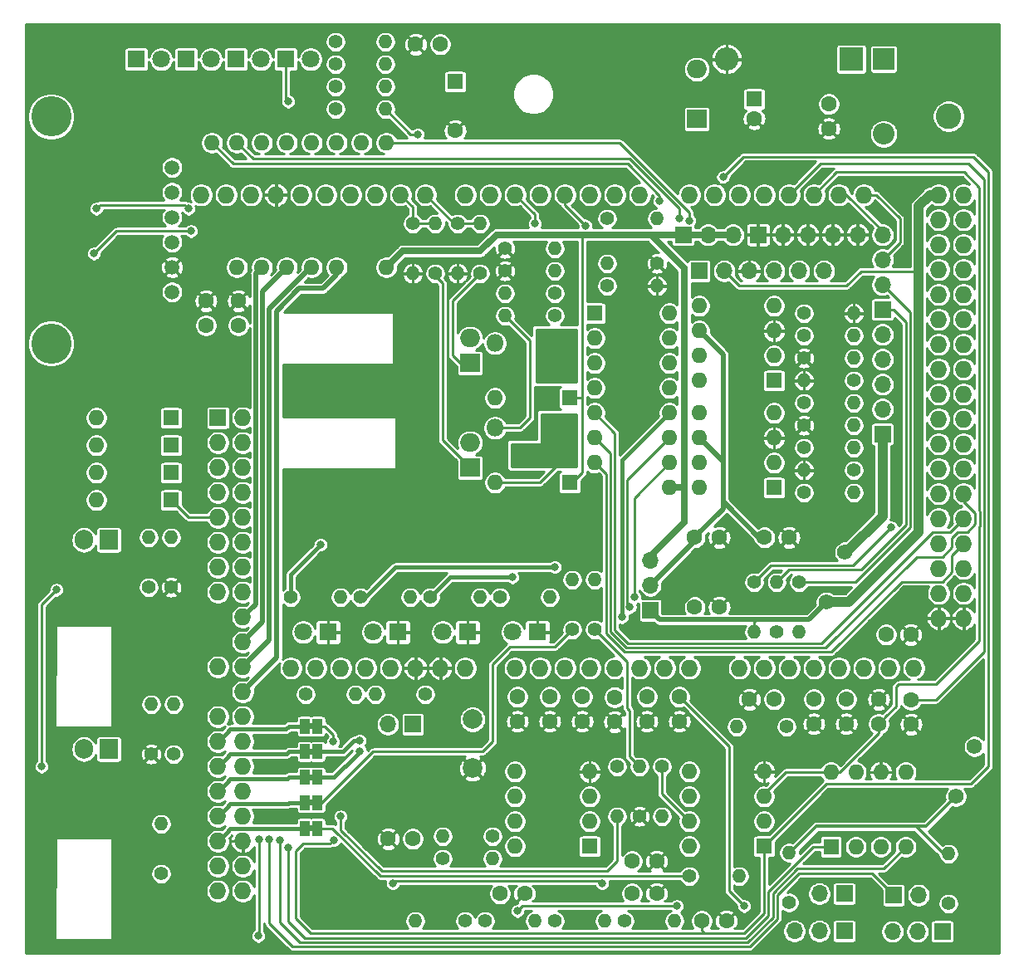
<source format=gbl>
G04 #@! TF.GenerationSoftware,KiCad,Pcbnew,(5.1.9-0-10_14)*
G04 #@! TF.CreationDate,2021-05-13T22:30:55+10:00*
G04 #@! TF.ProjectId,v0.4.3d,76302e34-2e33-4642-9e6b-696361645f70,4d*
G04 #@! TF.SameCoordinates,Original*
G04 #@! TF.FileFunction,Copper,L2,Bot*
G04 #@! TF.FilePolarity,Positive*
%FSLAX46Y46*%
G04 Gerber Fmt 4.6, Leading zero omitted, Abs format (unit mm)*
G04 Created by KiCad (PCBNEW (5.1.9-0-10_14)) date 2021-05-13 22:30:55*
%MOMM*%
%LPD*%
G01*
G04 APERTURE LIST*
G04 #@! TA.AperFunction,EtchedComponent*
%ADD10C,0.100000*%
G04 #@! TD*
G04 #@! TA.AperFunction,ComponentPad*
%ADD11O,1.905000X2.000000*%
G04 #@! TD*
G04 #@! TA.AperFunction,ComponentPad*
%ADD12R,1.905000X2.000000*%
G04 #@! TD*
G04 #@! TA.AperFunction,ComponentPad*
%ADD13O,1.700000X1.700000*%
G04 #@! TD*
G04 #@! TA.AperFunction,ComponentPad*
%ADD14R,1.700000X1.700000*%
G04 #@! TD*
G04 #@! TA.AperFunction,SMDPad,CuDef*
%ADD15R,1.000000X1.500000*%
G04 #@! TD*
G04 #@! TA.AperFunction,ComponentPad*
%ADD16C,1.500000*%
G04 #@! TD*
G04 #@! TA.AperFunction,ComponentPad*
%ADD17C,4.100000*%
G04 #@! TD*
G04 #@! TA.AperFunction,ComponentPad*
%ADD18O,1.727200X1.727200*%
G04 #@! TD*
G04 #@! TA.AperFunction,ComponentPad*
%ADD19R,1.727200X1.727200*%
G04 #@! TD*
G04 #@! TA.AperFunction,ComponentPad*
%ADD20R,1.600000X1.600000*%
G04 #@! TD*
G04 #@! TA.AperFunction,ComponentPad*
%ADD21O,1.600000X1.600000*%
G04 #@! TD*
G04 #@! TA.AperFunction,ComponentPad*
%ADD22C,2.600000*%
G04 #@! TD*
G04 #@! TA.AperFunction,ComponentPad*
%ADD23R,2.600000X2.600000*%
G04 #@! TD*
G04 #@! TA.AperFunction,ComponentPad*
%ADD24C,1.600000*%
G04 #@! TD*
G04 #@! TA.AperFunction,ComponentPad*
%ADD25R,2.200000X2.200000*%
G04 #@! TD*
G04 #@! TA.AperFunction,ComponentPad*
%ADD26O,2.200000X2.200000*%
G04 #@! TD*
G04 #@! TA.AperFunction,ComponentPad*
%ADD27R,2.400000X2.400000*%
G04 #@! TD*
G04 #@! TA.AperFunction,ComponentPad*
%ADD28O,2.400000X2.400000*%
G04 #@! TD*
G04 #@! TA.AperFunction,ComponentPad*
%ADD29C,1.560000*%
G04 #@! TD*
G04 #@! TA.AperFunction,ComponentPad*
%ADD30O,1.400000X1.400000*%
G04 #@! TD*
G04 #@! TA.AperFunction,ComponentPad*
%ADD31C,1.400000*%
G04 #@! TD*
G04 #@! TA.AperFunction,ComponentPad*
%ADD32R,1.800000X1.800000*%
G04 #@! TD*
G04 #@! TA.AperFunction,ComponentPad*
%ADD33C,1.800000*%
G04 #@! TD*
G04 #@! TA.AperFunction,ComponentPad*
%ADD34R,2.000000X1.905000*%
G04 #@! TD*
G04 #@! TA.AperFunction,ComponentPad*
%ADD35O,2.000000X1.905000*%
G04 #@! TD*
G04 #@! TA.AperFunction,ComponentPad*
%ADD36C,2.000000*%
G04 #@! TD*
G04 #@! TA.AperFunction,ComponentPad*
%ADD37O,1.800000X1.800000*%
G04 #@! TD*
G04 #@! TA.AperFunction,ComponentPad*
%ADD38R,1.800000X2.800000*%
G04 #@! TD*
G04 #@! TA.AperFunction,ViaPad*
%ADD39C,0.800000*%
G04 #@! TD*
G04 #@! TA.AperFunction,Conductor*
%ADD40C,0.250000*%
G04 #@! TD*
G04 #@! TA.AperFunction,Conductor*
%ADD41C,1.000000*%
G04 #@! TD*
G04 #@! TA.AperFunction,Conductor*
%ADD42C,0.500000*%
G04 #@! TD*
G04 #@! TA.AperFunction,Conductor*
%ADD43C,0.700000*%
G04 #@! TD*
G04 #@! TA.AperFunction,Conductor*
%ADD44C,0.400000*%
G04 #@! TD*
G04 #@! TA.AperFunction,Conductor*
%ADD45C,0.750000*%
G04 #@! TD*
G04 #@! TA.AperFunction,Conductor*
%ADD46C,0.350000*%
G04 #@! TD*
G04 #@! TA.AperFunction,Conductor*
%ADD47C,0.100000*%
G04 #@! TD*
G04 #@! TA.AperFunction,Conductor*
%ADD48C,0.254000*%
G04 #@! TD*
G04 APERTURE END LIST*
D10*
G36*
X140250000Y-121300000D02*
G01*
X139750000Y-121300000D01*
X139750000Y-121900000D01*
X140250000Y-121900000D01*
X140250000Y-121300000D01*
G37*
G36*
X140250000Y-118700000D02*
G01*
X139750000Y-118700000D01*
X139750000Y-119300000D01*
X140250000Y-119300000D01*
X140250000Y-118700000D01*
G37*
G36*
X140250000Y-116100000D02*
G01*
X139750000Y-116100000D01*
X139750000Y-116700000D01*
X140250000Y-116700000D01*
X140250000Y-116100000D01*
G37*
G36*
X140250000Y-113500000D02*
G01*
X139750000Y-113500000D01*
X139750000Y-114100000D01*
X140250000Y-114100000D01*
X140250000Y-113500000D01*
G37*
G36*
X140250000Y-110900000D02*
G01*
X139750000Y-110900000D01*
X139750000Y-111500000D01*
X140250000Y-111500000D01*
X140250000Y-110900000D01*
G37*
D11*
X114300000Y-92202000D03*
X116840000Y-92202000D03*
D12*
X119380000Y-92202000D03*
D13*
X183015000Y-61080000D03*
X180475000Y-61080000D03*
D14*
X177935000Y-61080000D03*
D13*
X192278000Y-64770000D03*
X189738000Y-64770000D03*
X187198000Y-64770000D03*
X184658000Y-64770000D03*
X182118000Y-64770000D03*
D14*
X179578000Y-64770000D03*
D15*
X139350000Y-121600000D03*
X140650000Y-121600000D03*
X139350000Y-119000000D03*
X140650000Y-119000000D03*
X139350000Y-116400000D03*
X140650000Y-116400000D03*
X139350000Y-113800000D03*
X140650000Y-113800000D03*
X139350000Y-111200000D03*
X140650000Y-111200000D03*
D13*
X191814000Y-128270000D03*
D14*
X194354000Y-128270000D03*
D13*
X201930000Y-128432000D03*
D14*
X199390000Y-128432000D03*
D13*
X189274000Y-132080000D03*
X191814000Y-132080000D03*
D14*
X194354000Y-132080000D03*
D13*
X199274000Y-132132000D03*
X201814000Y-132132000D03*
D14*
X204354000Y-132132000D03*
D13*
X174582000Y-94298000D03*
X174582000Y-96838000D03*
D14*
X174582000Y-99378000D03*
D16*
X125820000Y-66922000D03*
X125820000Y-64382000D03*
X125820000Y-61842000D03*
X125820000Y-59302000D03*
X125820000Y-56762000D03*
X125820000Y-54222000D03*
D17*
X113500000Y-49022000D03*
X113500000Y-72172000D03*
D18*
X160800000Y-105260000D03*
X155720000Y-105260000D03*
X153180000Y-105260000D03*
X150640000Y-105260000D03*
X148100000Y-105260000D03*
X145560000Y-105260000D03*
X143020000Y-105260000D03*
X140480000Y-105260000D03*
X196360000Y-57000000D03*
X193820000Y-57000000D03*
X191280000Y-57000000D03*
X188740000Y-57000000D03*
X186200000Y-57000000D03*
X183660000Y-57000000D03*
X181120000Y-57000000D03*
X178580000Y-57000000D03*
X173500000Y-57000000D03*
X170960000Y-57000000D03*
X168420000Y-57000000D03*
X165880000Y-57000000D03*
X163340000Y-57000000D03*
X160800000Y-57000000D03*
X158260000Y-57000000D03*
X155720000Y-57000000D03*
X136416000Y-57000000D03*
X151656000Y-57000000D03*
X149116000Y-57000000D03*
X146576000Y-57000000D03*
X128796000Y-57000000D03*
X131336000Y-57000000D03*
X133876000Y-57000000D03*
X138956000Y-57000000D03*
X141496000Y-57000000D03*
X144036000Y-57000000D03*
X137940000Y-105260000D03*
X163340000Y-105260000D03*
X165880000Y-105260000D03*
X168420000Y-105260000D03*
X170960000Y-105260000D03*
X173500000Y-105260000D03*
X176040000Y-105260000D03*
X178580000Y-105260000D03*
X183660000Y-105260000D03*
X186200000Y-105260000D03*
X188740000Y-105260000D03*
X191280000Y-105260000D03*
X193820000Y-105260000D03*
X196360000Y-105260000D03*
X198900000Y-105260000D03*
X201440000Y-105260000D03*
X203980000Y-57000000D03*
X206520000Y-57000000D03*
X203980000Y-59540000D03*
X206520000Y-59540000D03*
X203980000Y-62080000D03*
X206520000Y-62080000D03*
X203980000Y-64620000D03*
X206520000Y-64620000D03*
X203980000Y-67160000D03*
X206520000Y-67160000D03*
X203980000Y-69700000D03*
X206520000Y-69700000D03*
X203980000Y-72240000D03*
X206520000Y-72240000D03*
X203980000Y-74780000D03*
X206520000Y-74780000D03*
X203980000Y-77320000D03*
X206520000Y-77320000D03*
X203980000Y-79860000D03*
X206520000Y-79860000D03*
X203980000Y-82400000D03*
X206520000Y-82400000D03*
X203980000Y-84940000D03*
X206520000Y-84940000D03*
X203980000Y-87480000D03*
X206520000Y-87480000D03*
X203980000Y-90020000D03*
X206520000Y-90020000D03*
X203980000Y-92560000D03*
X206520000Y-92560000D03*
X203980000Y-95100000D03*
X206520000Y-95100000D03*
X203980000Y-97640000D03*
X206520000Y-97640000D03*
X203980000Y-100180000D03*
X206520000Y-100180000D03*
D19*
X130500000Y-79740000D03*
D18*
X133040000Y-79740000D03*
X130500000Y-82280000D03*
X133040000Y-82280000D03*
X130500000Y-84820000D03*
X133040000Y-84820000D03*
X130500000Y-87360000D03*
X133040000Y-87360000D03*
X130500000Y-89900000D03*
X133040000Y-89900000D03*
X130500000Y-92440000D03*
X133040000Y-92440000D03*
X130500000Y-94980000D03*
X133040000Y-94980000D03*
X130500000Y-97520000D03*
X133040000Y-97520000D03*
X130500000Y-100060000D03*
X133040000Y-100060000D03*
X130500000Y-102600000D03*
X133040000Y-102600000D03*
X130500000Y-105140000D03*
X133040000Y-105140000D03*
X130500000Y-107680000D03*
X133040000Y-107680000D03*
X130500000Y-110220000D03*
X133040000Y-110220000D03*
X130500000Y-112760000D03*
X133040000Y-112760000D03*
X130500000Y-115300000D03*
X133040000Y-115300000D03*
X130500000Y-117840000D03*
X133040000Y-117840000D03*
X130500000Y-120380000D03*
X133040000Y-120380000D03*
X130500000Y-122920000D03*
X133040000Y-122920000D03*
X130500000Y-125460000D03*
X133040000Y-125460000D03*
X130500000Y-128000000D03*
X133040000Y-128000000D03*
D20*
X129900000Y-64400000D03*
D21*
X147680000Y-51700000D03*
X132440000Y-64400000D03*
X145140000Y-51700000D03*
X134980000Y-64400000D03*
X142600000Y-51700000D03*
X137520000Y-64400000D03*
X140060000Y-51700000D03*
X140060000Y-64400000D03*
X137520000Y-51700000D03*
X142600000Y-64400000D03*
X134980000Y-51700000D03*
D20*
X145140000Y-64400000D03*
D21*
X132440000Y-51700000D03*
X147680000Y-64400000D03*
X129900000Y-51700000D03*
D20*
X193000000Y-123500000D03*
D21*
X200620000Y-115880000D03*
X195540000Y-123500000D03*
X198080000Y-115880000D03*
X198080000Y-123500000D03*
X195540000Y-115880000D03*
X200620000Y-123500000D03*
X193000000Y-115880000D03*
D22*
X205000000Y-49000000D03*
D23*
X205000000Y-44000000D03*
D14*
X198255000Y-68700000D03*
D13*
X198255000Y-66160000D03*
X198255000Y-63620000D03*
X198255000Y-61080000D03*
D14*
X198255000Y-81400000D03*
D13*
X198255000Y-78860000D03*
X198255000Y-76320000D03*
X198255000Y-73780000D03*
X198255000Y-71240000D03*
X195715000Y-61080000D03*
X193175000Y-61080000D03*
X190635000Y-61080000D03*
X188095000Y-61080000D03*
D14*
X185555000Y-61080000D03*
D20*
X154686000Y-45466000D03*
D24*
X154686000Y-50466000D03*
D20*
X125730000Y-79756000D03*
D21*
X118110000Y-79756000D03*
X118110000Y-88138000D03*
D20*
X125730000Y-88138000D03*
D21*
X118110000Y-82550000D03*
D20*
X125730000Y-82550000D03*
X125730000Y-85344000D03*
D21*
X118110000Y-85344000D03*
D25*
X198374000Y-43180000D03*
D26*
X198374000Y-50800000D03*
D27*
X195072000Y-43180000D03*
D28*
X182372000Y-43180000D03*
D29*
X207640000Y-113264000D03*
X205740000Y-118364000D03*
X192532000Y-98552000D03*
X194432000Y-93452000D03*
D30*
X154940000Y-65024000D03*
D31*
X154940000Y-59944000D03*
X123698000Y-114046000D03*
D30*
X123698000Y-108966000D03*
X190246000Y-85090000D03*
D31*
X195326000Y-85090000D03*
X190246000Y-80518000D03*
D30*
X195326000Y-80518000D03*
D31*
X157226000Y-65024000D03*
D30*
X157226000Y-59944000D03*
D31*
X125984000Y-114046000D03*
D30*
X125984000Y-108966000D03*
X195326000Y-87376000D03*
D31*
X190246000Y-87376000D03*
X190246000Y-82804000D03*
D30*
X195326000Y-82804000D03*
X147574000Y-41402000D03*
D31*
X142494000Y-41402000D03*
D30*
X147574000Y-45974000D03*
D31*
X142494000Y-45974000D03*
X152146000Y-98044000D03*
D30*
X157226000Y-98044000D03*
D31*
X159258000Y-98044000D03*
D30*
X164338000Y-98044000D03*
D31*
X170180000Y-66294000D03*
D30*
X175260000Y-66294000D03*
D31*
X175260000Y-64008000D03*
D30*
X170180000Y-64008000D03*
X150368000Y-65024000D03*
D31*
X150368000Y-59944000D03*
X125730000Y-97028000D03*
D30*
X125730000Y-91948000D03*
X152654000Y-59944000D03*
D31*
X152654000Y-65024000D03*
X123444000Y-97028000D03*
D30*
X123444000Y-91948000D03*
X190246000Y-75946000D03*
D31*
X195326000Y-75946000D03*
X190246000Y-73660000D03*
D30*
X195326000Y-73660000D03*
X195326000Y-78232000D03*
D31*
X190246000Y-78232000D03*
X190246000Y-71374000D03*
D30*
X195326000Y-71374000D03*
X147574000Y-43688000D03*
D31*
X142494000Y-43688000D03*
D30*
X147574000Y-48260000D03*
D31*
X142494000Y-48260000D03*
X137922000Y-98044000D03*
D30*
X143002000Y-98044000D03*
D31*
X145034000Y-98044000D03*
D30*
X150114000Y-98044000D03*
D31*
X166624000Y-101346000D03*
D30*
X166624000Y-96266000D03*
X173482000Y-115316000D03*
D31*
X173482000Y-120396000D03*
D30*
X168910000Y-96266000D03*
D31*
X168910000Y-101346000D03*
X188468000Y-111252000D03*
D30*
X183388000Y-111252000D03*
X175768000Y-120396000D03*
D31*
X175768000Y-115316000D03*
D30*
X177038000Y-131064000D03*
D31*
X171958000Y-131064000D03*
X171196000Y-115316000D03*
D30*
X171196000Y-120396000D03*
X162814000Y-131064000D03*
D31*
X157734000Y-131064000D03*
X153416000Y-124714000D03*
D30*
X158496000Y-124714000D03*
D31*
X178562000Y-126492000D03*
D30*
X183642000Y-126492000D03*
X169926000Y-131064000D03*
D31*
X164846000Y-131064000D03*
D30*
X150622000Y-131064000D03*
D31*
X155702000Y-131064000D03*
X158496000Y-122428000D03*
D30*
X153416000Y-122428000D03*
X204978000Y-124206000D03*
D31*
X204978000Y-129286000D03*
D30*
X188722000Y-124106000D03*
D31*
X188722000Y-129186000D03*
X139446000Y-107950000D03*
D30*
X144526000Y-107950000D03*
D31*
X151638000Y-107950000D03*
D30*
X146558000Y-107950000D03*
X195326000Y-69088000D03*
D31*
X190246000Y-69088000D03*
D30*
X175260000Y-59436000D03*
D31*
X170180000Y-59436000D03*
X185166000Y-96520000D03*
D30*
X185166000Y-101600000D03*
D31*
X124714000Y-126238000D03*
D30*
X124714000Y-121158000D03*
X189738000Y-101600000D03*
D31*
X189738000Y-96520000D03*
D30*
X187470000Y-96520000D03*
D31*
X187470000Y-101600000D03*
D21*
X160782000Y-123444000D03*
X168402000Y-115824000D03*
X160782000Y-120904000D03*
X168402000Y-118364000D03*
X160782000Y-118364000D03*
X168402000Y-120904000D03*
X160782000Y-115824000D03*
D20*
X168402000Y-123444000D03*
X187198000Y-86868000D03*
D21*
X179578000Y-79248000D03*
X187198000Y-84328000D03*
X179578000Y-81788000D03*
X187198000Y-81788000D03*
X179578000Y-84328000D03*
X187198000Y-79248000D03*
X179578000Y-86868000D03*
D20*
X186182000Y-123444000D03*
D21*
X178562000Y-115824000D03*
X186182000Y-120904000D03*
X178562000Y-118364000D03*
X186182000Y-118364000D03*
X178562000Y-120904000D03*
X186182000Y-115824000D03*
X178562000Y-123444000D03*
X179578000Y-75946000D03*
X187198000Y-68326000D03*
X179578000Y-73406000D03*
X187198000Y-70866000D03*
X179578000Y-70866000D03*
X187198000Y-73406000D03*
X179578000Y-68326000D03*
D20*
X187198000Y-75946000D03*
X168910000Y-69088000D03*
D21*
X176530000Y-86868000D03*
X168910000Y-71628000D03*
X176530000Y-84328000D03*
X168910000Y-74168000D03*
X176530000Y-81788000D03*
X168910000Y-76708000D03*
X176530000Y-79248000D03*
X168910000Y-79248000D03*
X176530000Y-76708000D03*
X168910000Y-81788000D03*
X176530000Y-74168000D03*
X168910000Y-84328000D03*
X176530000Y-71628000D03*
X168910000Y-86868000D03*
X176530000Y-69088000D03*
D32*
X127254000Y-43180000D03*
D33*
X129794000Y-43180000D03*
D32*
X155956000Y-101600000D03*
D33*
X153416000Y-101600000D03*
X160528000Y-101600000D03*
D32*
X163068000Y-101600000D03*
D33*
X124714000Y-43180000D03*
D32*
X122174000Y-43180000D03*
X137414000Y-43180000D03*
D33*
X139954000Y-43180000D03*
D32*
X132334000Y-43180000D03*
D33*
X134874000Y-43180000D03*
X139192000Y-101600000D03*
D32*
X141732000Y-101600000D03*
X148844000Y-101600000D03*
D33*
X146304000Y-101600000D03*
D12*
X119380000Y-113538000D03*
D11*
X116840000Y-113538000D03*
X114300000Y-113538000D03*
D34*
X156210000Y-74168000D03*
D35*
X156210000Y-71628000D03*
X156210000Y-69088000D03*
X156210000Y-79756000D03*
X156210000Y-82296000D03*
D34*
X156210000Y-84836000D03*
D30*
X164846000Y-62484000D03*
D31*
X159766000Y-62484000D03*
D24*
X132588000Y-70318000D03*
X132588000Y-67818000D03*
X129286000Y-67818000D03*
X129286000Y-70318000D03*
X187198000Y-108458000D03*
X184698000Y-108458000D03*
X172720000Y-124968000D03*
X175220000Y-124968000D03*
X182332000Y-131064000D03*
X179832000Y-131064000D03*
X191262000Y-110958000D03*
X191262000Y-108458000D03*
X174244000Y-110704000D03*
X174244000Y-108204000D03*
X170942000Y-110744000D03*
X170942000Y-108244000D03*
X172720000Y-128270000D03*
X175220000Y-128270000D03*
X159258000Y-128270000D03*
X161758000Y-128270000D03*
X150368000Y-122682000D03*
X147868000Y-122682000D03*
X167640000Y-108204000D03*
X167640000Y-110704000D03*
X161036000Y-110704000D03*
X161036000Y-108204000D03*
X164338000Y-110704000D03*
X164338000Y-108204000D03*
X197866000Y-108458000D03*
X197866000Y-110958000D03*
X201168000Y-108498000D03*
X201168000Y-110998000D03*
X192786000Y-50252000D03*
X192786000Y-47752000D03*
X153162000Y-41656000D03*
X150662000Y-41656000D03*
X194564000Y-110958000D03*
X194564000Y-108458000D03*
X201128000Y-101854000D03*
X198628000Y-101854000D03*
X179110000Y-91948000D03*
X181610000Y-91948000D03*
X188722000Y-91948000D03*
X186222000Y-91948000D03*
X179110000Y-99060000D03*
X181610000Y-99060000D03*
X177546000Y-108204000D03*
X177546000Y-110704000D03*
D14*
X150368000Y-110998000D03*
D13*
X147828000Y-110998000D03*
D36*
X156464000Y-110490000D03*
X156464000Y-115490000D03*
D34*
X179324000Y-49276000D03*
D35*
X179324000Y-46736000D03*
X179324000Y-44196000D03*
D20*
X185166000Y-47244000D03*
D24*
X185166000Y-49244000D03*
D21*
X158750000Y-77724000D03*
D20*
X166370000Y-77724000D03*
X166370000Y-86360000D03*
D21*
X158750000Y-86360000D03*
D30*
X164846000Y-64770000D03*
D31*
X159766000Y-64770000D03*
X164846000Y-67056000D03*
D30*
X159766000Y-67056000D03*
D31*
X164846000Y-69342000D03*
D30*
X159766000Y-69342000D03*
D32*
X166370000Y-74676000D03*
D37*
X158750000Y-72136000D03*
D38*
X166370000Y-72636000D03*
D37*
X158750000Y-74676000D03*
D32*
X166370000Y-83312000D03*
D37*
X158750000Y-80772000D03*
D38*
X166370000Y-81272000D03*
D37*
X158750000Y-83312000D03*
D39*
X136300000Y-112700000D03*
X137400000Y-115300000D03*
X144200000Y-121000000D03*
X184000000Y-94000000D03*
X194000000Y-118900000D03*
X147508736Y-117746075D03*
X166750000Y-42950000D03*
X169290000Y-42950000D03*
X171830000Y-42950000D03*
X174370000Y-42950000D03*
X166750000Y-45490000D03*
X169290000Y-45490000D03*
X171830000Y-45490000D03*
X174370000Y-45490000D03*
X166750000Y-48030000D03*
X169290000Y-48030000D03*
X171830000Y-48030000D03*
X174370000Y-48030000D03*
X166750000Y-50570000D03*
X169290000Y-50570000D03*
X171830000Y-50570000D03*
X174370000Y-50570000D03*
X128016000Y-102362000D03*
X208280000Y-125984000D03*
X208280000Y-127000000D03*
X127000000Y-74930000D03*
X128016000Y-74930000D03*
X129032000Y-74930000D03*
X130048000Y-74930000D03*
X127000000Y-73914000D03*
X129032000Y-73914000D03*
X128016000Y-73914000D03*
X129032000Y-75946000D03*
X127000000Y-75946000D03*
X128016000Y-75946000D03*
X130048000Y-75946000D03*
X199390000Y-56642000D03*
X201168000Y-56642000D03*
X191262000Y-116840000D03*
X112522000Y-118110000D03*
X121920000Y-118110000D03*
X121920000Y-122428000D03*
X112522000Y-122428000D03*
X115062000Y-81788000D03*
X115062000Y-86106000D03*
X136398000Y-48768000D03*
X124206000Y-45720000D03*
X209550000Y-43942000D03*
X209550000Y-49022000D03*
X196850000Y-130810000D03*
X196850000Y-127254000D03*
X198882000Y-120142000D03*
X181610000Y-116078000D03*
X183896000Y-116078000D03*
X151638000Y-124968000D03*
X153162000Y-128524000D03*
X151384000Y-116332000D03*
X152908000Y-116332000D03*
X152908000Y-117856000D03*
X151384000Y-117856000D03*
X152908000Y-109728000D03*
X152908000Y-111506000D03*
X154686000Y-107188000D03*
X156718000Y-107188000D03*
X149352000Y-106426000D03*
X149098000Y-109220000D03*
X179578000Y-101854000D03*
X139446000Y-127254000D03*
X167640000Y-131064000D03*
X174498000Y-131064000D03*
X180340000Y-105664000D03*
X181102000Y-109982000D03*
X180340000Y-107188000D03*
X180340000Y-108712000D03*
X151892000Y-86106000D03*
X151892000Y-83312000D03*
X151892000Y-78486000D03*
X151892000Y-75438000D03*
X151892000Y-71120000D03*
X151892000Y-68072000D03*
X189992000Y-45974000D03*
X173990000Y-78994000D03*
X139446000Y-130048000D03*
X143002000Y-130048000D03*
X155448000Y-55118000D03*
X177292000Y-53340000D03*
X179578000Y-53340000D03*
X130048000Y-73914000D03*
X177292000Y-129540000D03*
X161036000Y-130048000D03*
X169672000Y-127217010D03*
X148336000Y-127217010D03*
X150876000Y-50836990D03*
X137668000Y-47498000D03*
X127508000Y-58420000D03*
X118110000Y-58420000D03*
X127762000Y-60706000D03*
X117856000Y-62992000D03*
X160528000Y-96012000D03*
X199136000Y-90932000D03*
X175514000Y-57658000D03*
X162814000Y-59944000D03*
X178562000Y-59629950D03*
X164846000Y-94964032D03*
X140970000Y-92688620D03*
X177546000Y-59436000D03*
X167956399Y-60137000D03*
X137700000Y-123600000D03*
X136800000Y-122800002D03*
X143024998Y-120396000D03*
X172954021Y-98044000D03*
X135700000Y-122700000D03*
X134700000Y-122699998D03*
X134620000Y-132588000D03*
X171704000Y-100076000D03*
X144960160Y-112647417D03*
X172504010Y-99060000D03*
X144985348Y-113743352D03*
X142299998Y-122800000D03*
X182000000Y-55200000D03*
X142240000Y-112776000D03*
X184150000Y-129540000D03*
X114046000Y-97282000D03*
X112522000Y-115316000D03*
D40*
X201208000Y-110744000D02*
X201329002Y-110744000D01*
X200660000Y-110744000D02*
X201168000Y-110744000D01*
X161544000Y-129540000D02*
X161036000Y-130048000D01*
X177292000Y-129540000D02*
X161544000Y-129540000D01*
X172212000Y-104648000D02*
X168910000Y-101346000D01*
X172212000Y-109346798D02*
X172212000Y-104648000D01*
X172466000Y-109600798D02*
X172212000Y-109346798D01*
X172466000Y-114300000D02*
X172466000Y-109600798D01*
X173482000Y-115316000D02*
X172466000Y-114300000D01*
X148336000Y-127217010D02*
X148590010Y-126963000D01*
X169417990Y-126963000D02*
X169672000Y-127217010D01*
X148590010Y-126963000D02*
X169417990Y-126963000D01*
D41*
X174582000Y-99378000D02*
X174582000Y-99153000D01*
D40*
X174629011Y-99425011D02*
X174582000Y-99378000D01*
D42*
X175534000Y-100330000D02*
X174629011Y-99425011D01*
X192532000Y-98552000D02*
X190754000Y-100330000D01*
D40*
X185166000Y-100584000D02*
X185420000Y-100330000D01*
X185166000Y-101600000D02*
X185166000Y-100584000D01*
D42*
X185420000Y-100330000D02*
X175534000Y-100330000D01*
X190754000Y-100330000D02*
X185420000Y-100330000D01*
D41*
X201935022Y-91434978D02*
X194818000Y-98552000D01*
X194818000Y-98552000D02*
X192532000Y-98552000D01*
X201935022Y-64764978D02*
X201935022Y-91434978D01*
D40*
X183642000Y-66294000D02*
X182118000Y-64770000D01*
X194564000Y-66294000D02*
X183642000Y-66294000D01*
X201899977Y-64795001D02*
X196062999Y-64795001D01*
X201930000Y-64764978D02*
X201899977Y-64795001D01*
X196062999Y-64795001D02*
X194564000Y-66294000D01*
X201935022Y-64764978D02*
X201930000Y-64764978D01*
D41*
X201935022Y-58160978D02*
X201935022Y-64764978D01*
X203096000Y-57000000D02*
X201935022Y-58160978D01*
X203980000Y-57000000D02*
X203096000Y-57000000D01*
X147680000Y-64400000D02*
X147818000Y-64262000D01*
D43*
X174498000Y-94214000D02*
X174582000Y-94298000D01*
X178054000Y-86868000D02*
X176530000Y-86868000D01*
X178054000Y-90424000D02*
X178054000Y-86868000D01*
X174582000Y-93896000D02*
X178054000Y-90424000D01*
X174582000Y-94298000D02*
X174582000Y-93896000D01*
X149342000Y-62738000D02*
X147680000Y-64400000D01*
X157226000Y-62738000D02*
X149342000Y-62738000D01*
X158877000Y-61087000D02*
X157226000Y-62738000D01*
D40*
X147574000Y-48260000D02*
X150150990Y-50836990D01*
X150150990Y-50836990D02*
X150876000Y-50836990D01*
D43*
X167513000Y-61087000D02*
X158877000Y-61087000D01*
D40*
X167640000Y-85344000D02*
X166116000Y-86868000D01*
X167513000Y-61087000D02*
X167640000Y-61214000D01*
D43*
X178054000Y-64516000D02*
X175260000Y-61722000D01*
X178054000Y-86868000D02*
X178054000Y-64516000D01*
X174625000Y-61087000D02*
X167513000Y-61087000D01*
X175514000Y-61976000D02*
X174625000Y-61087000D01*
X183015000Y-61080000D02*
X174498000Y-61080000D01*
D40*
X166370000Y-77724000D02*
X167640000Y-77724000D01*
X167640000Y-77724000D02*
X167640000Y-85344000D01*
X167640000Y-61214000D02*
X167640000Y-77724000D01*
X137414000Y-47244000D02*
X137668000Y-47498000D01*
X137414000Y-43180000D02*
X137414000Y-47244000D01*
X125222000Y-79629000D02*
X125070001Y-79780999D01*
X127492000Y-89900000D02*
X125730000Y-88138000D01*
X130500000Y-89900000D02*
X127492000Y-89900000D01*
X163322000Y-86360000D02*
X166370000Y-83312000D01*
X158750000Y-86360000D02*
X163322000Y-86360000D01*
X118509999Y-58020001D02*
X118110000Y-58420000D01*
X127108001Y-58020001D02*
X118509999Y-58020001D01*
X127508000Y-58420000D02*
X127108001Y-58020001D01*
X120142000Y-60706000D02*
X117856000Y-62992000D01*
X127762000Y-60706000D02*
X120142000Y-60706000D01*
D44*
X154178000Y-96012000D02*
X152146000Y-98044000D01*
X160528000Y-96012000D02*
X154178000Y-96012000D01*
D40*
X152654000Y-59944000D02*
X150368000Y-59944000D01*
X150368000Y-58252000D02*
X149116000Y-57000000D01*
X150368000Y-59944000D02*
X150368000Y-58252000D01*
X154600000Y-59944000D02*
X154940000Y-59944000D01*
X151656000Y-57000000D02*
X154600000Y-59944000D01*
X154940000Y-59944000D02*
X157226000Y-59944000D01*
X205331399Y-95507731D02*
X205331399Y-93748601D01*
X204387731Y-96451399D02*
X205331399Y-95507731D01*
X193040000Y-103632000D02*
X200220601Y-96451399D01*
X200220601Y-96451399D02*
X204387731Y-96451399D01*
X170061965Y-85479965D02*
X170061965Y-101738787D01*
X171955178Y-103632000D02*
X193040000Y-103632000D01*
X170061965Y-101738787D02*
X171955178Y-103632000D01*
X205331399Y-93748601D02*
X206520000Y-92560000D01*
X168910000Y-84328000D02*
X170061965Y-85479965D01*
X197581314Y-57000000D02*
X196360000Y-57000000D01*
X200025000Y-59443686D02*
X197581314Y-57000000D01*
X198255000Y-63620000D02*
X200025000Y-61850000D01*
X200025000Y-61850000D02*
X200025000Y-59443686D01*
X198255000Y-60655000D02*
X198255000Y-61080000D01*
X193820000Y-57000000D02*
X194600000Y-57000000D01*
X194600000Y-57000000D02*
X198255000Y-60655000D01*
X199136000Y-90932000D02*
X195834000Y-94234000D01*
X195268010Y-94799990D02*
X195834000Y-94234000D01*
X186886010Y-94799990D02*
X195268010Y-94799990D01*
X185166000Y-96520000D02*
X186886010Y-94799990D01*
X175514000Y-57092315D02*
X175514000Y-57658000D01*
X172269685Y-53848000D02*
X175514000Y-57092315D01*
X150114000Y-53848000D02*
X172269685Y-53848000D01*
X132048000Y-53848000D02*
X150114000Y-53848000D01*
X129900000Y-51700000D02*
X132048000Y-53848000D01*
X162814000Y-59014000D02*
X162814000Y-59944000D01*
X160800000Y-57000000D02*
X162814000Y-59014000D01*
X147680000Y-51700000D02*
X171462411Y-51700000D01*
X171462411Y-51700000D02*
X178562000Y-58799589D01*
X178562000Y-58799589D02*
X178562000Y-59629950D01*
X205331399Y-92967731D02*
X204387731Y-93911399D01*
X207708601Y-90590529D02*
X206927731Y-91371399D01*
X192474011Y-103181989D02*
X172141578Y-103181989D01*
X170511976Y-83389976D02*
X168910000Y-81788000D01*
X206927731Y-91371399D02*
X205949471Y-91371399D01*
X204387731Y-93911399D02*
X201744601Y-93911399D01*
X207708601Y-89449471D02*
X207708601Y-90590529D01*
X205949471Y-91371399D02*
X205331399Y-91989471D01*
X206520000Y-87480000D02*
X206520000Y-88260870D01*
X205331399Y-91989471D02*
X205331399Y-92967731D01*
X172141578Y-103181989D02*
X170511976Y-101552387D01*
X170511976Y-101552387D02*
X170511976Y-83389976D01*
X201744601Y-93911399D02*
X192474011Y-103181989D01*
X206520000Y-88260870D02*
X207708601Y-89449471D01*
X170961987Y-101365987D02*
X172327978Y-102731978D01*
X203409471Y-91371399D02*
X205168601Y-91371399D01*
X192048892Y-102731978D02*
X203409471Y-91371399D01*
X205168601Y-91371399D02*
X206520000Y-90020000D01*
X170961987Y-81299987D02*
X170961987Y-101365987D01*
X172327978Y-102731978D02*
X192048892Y-102731978D01*
X168910000Y-79248000D02*
X170961987Y-81299987D01*
X195540000Y-115880000D02*
X195540000Y-115864000D01*
X201168000Y-108498000D02*
X203702000Y-108498000D01*
X208591989Y-55391989D02*
X207000000Y-53800000D01*
X208591989Y-90979963D02*
X208608623Y-90963329D01*
X208591989Y-89060037D02*
X208591989Y-55391989D01*
X207000000Y-53800000D02*
X191940000Y-53800000D01*
X203702000Y-108498000D02*
X208591989Y-103608011D01*
X208591989Y-103608011D02*
X208591989Y-90979963D01*
X191940000Y-53800000D02*
X188740000Y-57000000D01*
X208608623Y-90963329D02*
X208608623Y-89076671D01*
X208608623Y-89076671D02*
X208591989Y-89060037D01*
X186182000Y-118110000D02*
X186182000Y-118364000D01*
X188412000Y-115880000D02*
X186182000Y-118110000D01*
X193000000Y-115880000D02*
X188412000Y-115880000D01*
X193920000Y-115880000D02*
X193000000Y-115880000D01*
X197866000Y-111934000D02*
X193920000Y-115880000D01*
X197866000Y-110958000D02*
X197866000Y-111934000D01*
X206600000Y-54700000D02*
X208141978Y-56241978D01*
X208141978Y-102500022D02*
X203708000Y-106934000D01*
X199644000Y-107188000D02*
X199644000Y-109180000D01*
X208158612Y-89263071D02*
X208158612Y-90776929D01*
X191280000Y-57000000D02*
X193580000Y-54700000D01*
X208141978Y-89246437D02*
X208158612Y-89263071D01*
X203708000Y-106934000D02*
X199898000Y-106934000D01*
X199898000Y-106934000D02*
X199644000Y-107188000D01*
X208141978Y-56241978D02*
X208141978Y-89246437D01*
X199644000Y-109180000D02*
X198665999Y-110158001D01*
X208158612Y-90776929D02*
X208141978Y-90793563D01*
X193580000Y-54700000D02*
X206600000Y-54700000D01*
X208141978Y-90793563D02*
X208141978Y-102500022D01*
X198665999Y-110158001D02*
X197866000Y-110958000D01*
X199355000Y-68700000D02*
X198255000Y-68700000D01*
X196088000Y-95250000D02*
X200660000Y-90678000D01*
X200660000Y-70005000D02*
X199355000Y-68700000D01*
X200660000Y-90678000D02*
X200660000Y-70005000D01*
X188740000Y-95250000D02*
X196088000Y-95250000D01*
X187470000Y-96520000D02*
X188740000Y-95250000D01*
X189738000Y-96520000D02*
X195454411Y-96520000D01*
X201110011Y-69015011D02*
X198255000Y-66160000D01*
X201110011Y-90864400D02*
X201110011Y-69015011D01*
X195454411Y-96520000D02*
X201110011Y-90864400D01*
D44*
X148621968Y-94964032D02*
X164846000Y-94964032D01*
X145542000Y-98044000D02*
X148621968Y-94964032D01*
X145034000Y-98044000D02*
X145542000Y-98044000D01*
X137922000Y-95736620D02*
X140970000Y-92688620D01*
X137922000Y-98044000D02*
X137922000Y-95736620D01*
D40*
X177546000Y-58420000D02*
X177546000Y-58870315D01*
X172466000Y-53340000D02*
X177546000Y-58420000D01*
X134080000Y-53340000D02*
X172466000Y-53340000D01*
X177546000Y-58870315D02*
X177546000Y-59436000D01*
X132440000Y-51700000D02*
X134080000Y-53340000D01*
X165880000Y-58060601D02*
X165880000Y-57000000D01*
X167956399Y-60137000D02*
X165880000Y-58060601D01*
D42*
X133040000Y-100060000D02*
X134355957Y-98744043D01*
X134355957Y-98744043D02*
X134355957Y-65024043D01*
X134355957Y-65024043D02*
X134980000Y-64400000D01*
X135055968Y-100584032D02*
X135055968Y-66864032D01*
X135055968Y-66864032D02*
X137520000Y-64400000D01*
X133040000Y-102600000D02*
X135055968Y-100584032D01*
X133040000Y-105140000D02*
X135755979Y-102424021D01*
X139959465Y-64400000D02*
X140060000Y-64400000D01*
X135755979Y-68603486D02*
X139959465Y-64400000D01*
X135755979Y-102424021D02*
X135755979Y-68603486D01*
X142600000Y-65172000D02*
X142600000Y-64400000D01*
X136500000Y-85066412D02*
X136455990Y-85022402D01*
X133040000Y-107680000D02*
X136500000Y-104220000D01*
X136455990Y-68893440D02*
X138801430Y-66548000D01*
X138801430Y-66548000D02*
X141224000Y-66548000D01*
X136455990Y-74346244D02*
X136455990Y-68893440D01*
X136500000Y-74390254D02*
X136455990Y-74346244D01*
X136500000Y-79525588D02*
X136500000Y-74390254D01*
X136455990Y-85022402D02*
X136455990Y-79569598D01*
X136455990Y-79569598D02*
X136500000Y-79525588D01*
X141224000Y-66548000D02*
X142600000Y-65172000D01*
X136500000Y-104220000D02*
X136500000Y-85066412D01*
X182012000Y-84222000D02*
X179578000Y-81788000D01*
X182012000Y-73300000D02*
X179578000Y-70866000D01*
X182012000Y-84434000D02*
X182012000Y-73300000D01*
X182012000Y-86868000D02*
X182012000Y-84434000D01*
X182012000Y-84434000D02*
X182012000Y-84222000D01*
X182012000Y-88283180D02*
X186028820Y-92300000D01*
X179110000Y-92310000D02*
X179110000Y-91948000D01*
X174582000Y-96838000D02*
X179110000Y-92310000D01*
X182012000Y-89046000D02*
X182012000Y-88032000D01*
X179110000Y-91948000D02*
X182012000Y-89046000D01*
X182012000Y-88032000D02*
X182012000Y-88283180D01*
X182012000Y-86868000D02*
X182012000Y-88032000D01*
D40*
X139388011Y-132784011D02*
X137700000Y-131096000D01*
X184336400Y-132784011D02*
X139388011Y-132784011D01*
X186632011Y-130488400D02*
X184336400Y-132784011D01*
X186632011Y-128071167D02*
X186632011Y-130488400D01*
X137700000Y-131096000D02*
X137700000Y-124165685D01*
X191203178Y-123500000D02*
X186632011Y-128071167D01*
X137700000Y-124165685D02*
X137700000Y-123600000D01*
X193000000Y-123500000D02*
X191203178Y-123500000D01*
X136800000Y-123365687D02*
X136800000Y-122800002D01*
X138822022Y-133234022D02*
X136800000Y-131212000D01*
X136800000Y-131212000D02*
X136800000Y-123365687D01*
X184522800Y-133234022D02*
X138822022Y-133234022D01*
X187082022Y-130674800D02*
X184522800Y-133234022D01*
X189609589Y-125730000D02*
X187082022Y-128257567D01*
X187082022Y-128257567D02*
X187082022Y-130674800D01*
X198390000Y-125730000D02*
X189609589Y-125730000D01*
X200620000Y-123500000D02*
X198390000Y-125730000D01*
X143002000Y-120418998D02*
X143002000Y-121620004D01*
X143024998Y-120396000D02*
X143002000Y-120418998D01*
X147194410Y-125984000D02*
X143002000Y-121791590D01*
X143002000Y-121791590D02*
X143002000Y-121666000D01*
X170180000Y-125984000D02*
X147194410Y-125984000D01*
X171196000Y-124968000D02*
X170180000Y-125984000D01*
X171196000Y-120396000D02*
X171196000Y-124968000D01*
X172954021Y-87903979D02*
X172954021Y-98044000D01*
X176530000Y-84328000D02*
X172954021Y-87903979D01*
X160274000Y-103124000D02*
X164846000Y-103124000D01*
X158496000Y-104902000D02*
X160274000Y-103124000D01*
X146304000Y-113792000D02*
X157480000Y-113792000D01*
X158496000Y-112776000D02*
X158496000Y-104902000D01*
X164846000Y-103124000D02*
X166624000Y-101346000D01*
X141096000Y-119000000D02*
X146304000Y-113792000D01*
X157480000Y-113792000D02*
X158496000Y-112776000D01*
X140700000Y-119000000D02*
X141096000Y-119000000D01*
D44*
X131363599Y-111896401D02*
X130500000Y-112760000D01*
X137750000Y-111200000D02*
X137453601Y-111496399D01*
X139300000Y-111200000D02*
X137750000Y-111200000D01*
X137453601Y-111496399D02*
X131763601Y-111496399D01*
X131763601Y-111496399D02*
X131363599Y-111896401D01*
D45*
X130484000Y-112776000D02*
X130500000Y-112760000D01*
D44*
X131363599Y-114436401D02*
X130500000Y-115300000D01*
X131776399Y-114023601D02*
X131363599Y-114436401D01*
X137526399Y-114023601D02*
X131776399Y-114023601D01*
X139200000Y-113800000D02*
X137750000Y-113800000D01*
X137750000Y-113800000D02*
X137526399Y-114023601D01*
D45*
X130484000Y-115316000D02*
X130500000Y-115300000D01*
D44*
X131363599Y-116976401D02*
X130500000Y-117840000D01*
X131776399Y-116563601D02*
X131363599Y-116976401D01*
X137586399Y-116563601D02*
X131776399Y-116563601D01*
X139200000Y-116400000D02*
X137750000Y-116400000D01*
X137750000Y-116400000D02*
X137586399Y-116563601D01*
D45*
X130484000Y-117856000D02*
X130500000Y-117840000D01*
D40*
X197196000Y-126238000D02*
X199390000Y-128432000D01*
X196596000Y-126238000D02*
X197196000Y-126238000D01*
X135700000Y-122700000D02*
X135700000Y-131300000D01*
X184709200Y-133684033D02*
X187532033Y-130861200D01*
X135700000Y-131300000D02*
X138084033Y-133684033D01*
X138084033Y-133684033D02*
X184709200Y-133684033D01*
X189738000Y-126238000D02*
X196688000Y-126238000D01*
X187532033Y-130861200D02*
X187532033Y-128443967D01*
X187532033Y-128443967D02*
X189738000Y-126238000D01*
D44*
X131363599Y-119516401D02*
X130500000Y-120380000D01*
X131776399Y-119103601D02*
X131363599Y-119516401D01*
X137646399Y-119103601D02*
X131776399Y-119103601D01*
X139300000Y-119000000D02*
X137750000Y-119000000D01*
X137750000Y-119000000D02*
X137646399Y-119103601D01*
D45*
X130484000Y-120396000D02*
X130500000Y-120380000D01*
D40*
X134700000Y-132508000D02*
X134620000Y-132588000D01*
X134700000Y-122699998D02*
X134700000Y-132508000D01*
D44*
X131363599Y-122056401D02*
X130500000Y-122920000D01*
X131776399Y-121643601D02*
X131363599Y-122056401D01*
X137356399Y-121643601D02*
X131776399Y-121643601D01*
X139300000Y-121600000D02*
X137400000Y-121600000D01*
X137400000Y-121600000D02*
X137356399Y-121643601D01*
D45*
X130484000Y-122936000D02*
X130500000Y-122920000D01*
D44*
X176530000Y-79248000D02*
X171704000Y-84074000D01*
X171704000Y-84074000D02*
X171704000Y-100076000D01*
X143241892Y-113800000D02*
X144394475Y-112647417D01*
X144394475Y-112647417D02*
X144960160Y-112647417D01*
X140700000Y-113800000D02*
X143241892Y-113800000D01*
D40*
X172229011Y-86088989D02*
X172229011Y-98785001D01*
X176530000Y-81788000D02*
X172229011Y-86088989D01*
X172229011Y-98785001D02*
X172504010Y-99060000D01*
D44*
X144585349Y-114143351D02*
X144985348Y-113743352D01*
X140700000Y-116400000D02*
X142328700Y-116400000D01*
X142328700Y-116400000D02*
X144585349Y-114143351D01*
D40*
X147066000Y-126492000D02*
X178562000Y-126492000D01*
X140650000Y-121600000D02*
X142174000Y-121600000D01*
X142174000Y-121600000D02*
X147066000Y-126492000D01*
D46*
X202692000Y-121412000D02*
X205740000Y-118364000D01*
X201676000Y-121412000D02*
X202692000Y-121412000D01*
X204470000Y-124206000D02*
X201676000Y-121412000D01*
X204978000Y-124206000D02*
X204470000Y-124206000D01*
X188822000Y-124106000D02*
X188722000Y-124106000D01*
X191516000Y-121412000D02*
X188822000Y-124106000D01*
X201676000Y-121412000D02*
X191516000Y-121412000D01*
D40*
X186182000Y-130302000D02*
X184150000Y-132334000D01*
X186182000Y-123444000D02*
X186182000Y-130302000D01*
X179832000Y-132080000D02*
X180086000Y-132334000D01*
X179832000Y-131064000D02*
X179832000Y-132080000D01*
X184150000Y-132334000D02*
X180086000Y-132334000D01*
X140650000Y-111200000D02*
X141400000Y-111200000D01*
X142240000Y-112040000D02*
X142240000Y-112776000D01*
X141400000Y-111200000D02*
X142240000Y-112040000D01*
X184100000Y-53100000D02*
X182000000Y-55200000D01*
X209042000Y-54642000D02*
X207500000Y-53100000D01*
X207500000Y-53100000D02*
X184100000Y-53100000D01*
X209042000Y-88873637D02*
X209042000Y-54642000D01*
X209058634Y-91149729D02*
X209058634Y-88890271D01*
X207264000Y-117094000D02*
X209042000Y-115316000D01*
X209042000Y-91166363D02*
X209058634Y-91149729D01*
X209058634Y-88890271D02*
X209042000Y-88873637D01*
X209042000Y-115316000D02*
X209042000Y-91166363D01*
X192532000Y-117094000D02*
X207264000Y-117094000D01*
X186182000Y-123444000D02*
X192532000Y-117094000D01*
X141909998Y-123190000D02*
X142299998Y-122800000D01*
X138430000Y-130810000D02*
X138430000Y-123952000D01*
X139192000Y-123190000D02*
X141909998Y-123190000D01*
X138430000Y-123952000D02*
X139192000Y-123190000D01*
X139954000Y-132334000D02*
X138430000Y-130810000D01*
X180086000Y-132334000D02*
X139954000Y-132334000D01*
X178562000Y-117856000D02*
X178562000Y-118364000D01*
X178562000Y-120904000D02*
X175768000Y-118110000D01*
X175768000Y-118110000D02*
X175768000Y-115316000D01*
X182616999Y-128006999D02*
X182616999Y-113274999D01*
X182616999Y-113274999D02*
X177546000Y-108204000D01*
X184150000Y-129540000D02*
X182616999Y-128006999D01*
D41*
X194584000Y-93452000D02*
X194432000Y-93452000D01*
X198255000Y-89781000D02*
X194584000Y-93452000D01*
X198255000Y-81400000D02*
X198255000Y-89781000D01*
D40*
X112522000Y-98806000D02*
X112522000Y-115316000D01*
X114046000Y-97282000D02*
X112522000Y-98806000D01*
X155194000Y-74168000D02*
X156210000Y-74168000D01*
X154432000Y-73406000D02*
X155194000Y-74168000D01*
X154432000Y-67818000D02*
X154432000Y-73406000D01*
X157226000Y-65024000D02*
X154432000Y-67818000D01*
X153416000Y-82042000D02*
X156210000Y-84836000D01*
X153416000Y-66040000D02*
X153416000Y-82042000D01*
X152654000Y-65278000D02*
X153416000Y-66040000D01*
X152654000Y-65024000D02*
X152654000Y-65278000D01*
X162306000Y-79756000D02*
X161290000Y-80772000D01*
X162306000Y-71882000D02*
X162306000Y-79756000D01*
X161290000Y-80772000D02*
X158750000Y-80772000D01*
X159766000Y-69342000D02*
X162306000Y-71882000D01*
X210100001Y-134375000D02*
X110900000Y-134375000D01*
X110900000Y-132841763D01*
X113901770Y-132841763D01*
X113904172Y-132866386D01*
X113911285Y-132889835D01*
X113922836Y-132911446D01*
X113938382Y-132930388D01*
X113957324Y-132945934D01*
X113978935Y-132957485D01*
X114002384Y-132964598D01*
X114026770Y-132967000D01*
X119614770Y-132967000D01*
X119639156Y-132964598D01*
X119662605Y-132957485D01*
X119684216Y-132945934D01*
X119703158Y-132930388D01*
X119718704Y-132911446D01*
X119730255Y-132889835D01*
X119737368Y-132866386D01*
X119739770Y-132842000D01*
X119739770Y-127878009D01*
X129261400Y-127878009D01*
X129261400Y-128121991D01*
X129308999Y-128361286D01*
X129402367Y-128586697D01*
X129537917Y-128789561D01*
X129710439Y-128962083D01*
X129913303Y-129097633D01*
X130138714Y-129191001D01*
X130378009Y-129238600D01*
X130621991Y-129238600D01*
X130861286Y-129191001D01*
X131086697Y-129097633D01*
X131289561Y-128962083D01*
X131462083Y-128789561D01*
X131597633Y-128586697D01*
X131691001Y-128361286D01*
X131738600Y-128121991D01*
X131738600Y-127878009D01*
X131691001Y-127638714D01*
X131597633Y-127413303D01*
X131462083Y-127210439D01*
X131289561Y-127037917D01*
X131086697Y-126902367D01*
X130861286Y-126808999D01*
X130621991Y-126761400D01*
X130378009Y-126761400D01*
X130138714Y-126808999D01*
X129913303Y-126902367D01*
X129710439Y-127037917D01*
X129537917Y-127210439D01*
X129402367Y-127413303D01*
X129308999Y-127638714D01*
X129261400Y-127878009D01*
X119739770Y-127878009D01*
X119739770Y-126132122D01*
X123639000Y-126132122D01*
X123639000Y-126343878D01*
X123680312Y-126551566D01*
X123761348Y-126747203D01*
X123878993Y-126923272D01*
X124028728Y-127073007D01*
X124204797Y-127190652D01*
X124400434Y-127271688D01*
X124608122Y-127313000D01*
X124819878Y-127313000D01*
X125027566Y-127271688D01*
X125223203Y-127190652D01*
X125399272Y-127073007D01*
X125549007Y-126923272D01*
X125666652Y-126747203D01*
X125747688Y-126551566D01*
X125789000Y-126343878D01*
X125789000Y-126132122D01*
X125747688Y-125924434D01*
X125666652Y-125728797D01*
X125549007Y-125552728D01*
X125399272Y-125402993D01*
X125302017Y-125338009D01*
X129261400Y-125338009D01*
X129261400Y-125581991D01*
X129308999Y-125821286D01*
X129402367Y-126046697D01*
X129537917Y-126249561D01*
X129710439Y-126422083D01*
X129913303Y-126557633D01*
X130138714Y-126651001D01*
X130378009Y-126698600D01*
X130621991Y-126698600D01*
X130861286Y-126651001D01*
X131086697Y-126557633D01*
X131289561Y-126422083D01*
X131462083Y-126249561D01*
X131597633Y-126046697D01*
X131691001Y-125821286D01*
X131738600Y-125581991D01*
X131738600Y-125338009D01*
X131691001Y-125098714D01*
X131597633Y-124873303D01*
X131462083Y-124670439D01*
X131289561Y-124497917D01*
X131086697Y-124362367D01*
X130861286Y-124268999D01*
X130621991Y-124221400D01*
X130378009Y-124221400D01*
X130138714Y-124268999D01*
X129913303Y-124362367D01*
X129710439Y-124497917D01*
X129537917Y-124670439D01*
X129402367Y-124873303D01*
X129308999Y-125098714D01*
X129261400Y-125338009D01*
X125302017Y-125338009D01*
X125223203Y-125285348D01*
X125027566Y-125204312D01*
X124819878Y-125163000D01*
X124608122Y-125163000D01*
X124400434Y-125204312D01*
X124204797Y-125285348D01*
X124028728Y-125402993D01*
X123878993Y-125552728D01*
X123761348Y-125728797D01*
X123680312Y-125924434D01*
X123639000Y-126132122D01*
X119739770Y-126132122D01*
X119739770Y-122682000D01*
X119737368Y-122657614D01*
X119730255Y-122634165D01*
X119718704Y-122612554D01*
X119703158Y-122593612D01*
X119684216Y-122578066D01*
X119662605Y-122566515D01*
X119639156Y-122559402D01*
X119614770Y-122557000D01*
X114046000Y-122557000D01*
X114021846Y-122559356D01*
X113998383Y-122566425D01*
X113976751Y-122577935D01*
X113957779Y-122593445D01*
X113942198Y-122612357D01*
X113930606Y-122633946D01*
X113923448Y-122657382D01*
X113921000Y-122681763D01*
X113901770Y-132841763D01*
X110900000Y-132841763D01*
X110900000Y-121052122D01*
X123639000Y-121052122D01*
X123639000Y-121263878D01*
X123680312Y-121471566D01*
X123761348Y-121667203D01*
X123878993Y-121843272D01*
X124028728Y-121993007D01*
X124204797Y-122110652D01*
X124400434Y-122191688D01*
X124608122Y-122233000D01*
X124819878Y-122233000D01*
X125027566Y-122191688D01*
X125223203Y-122110652D01*
X125399272Y-121993007D01*
X125549007Y-121843272D01*
X125666652Y-121667203D01*
X125747688Y-121471566D01*
X125789000Y-121263878D01*
X125789000Y-121052122D01*
X125747688Y-120844434D01*
X125666652Y-120648797D01*
X125549007Y-120472728D01*
X125399272Y-120322993D01*
X125223203Y-120205348D01*
X125027566Y-120124312D01*
X124819878Y-120083000D01*
X124608122Y-120083000D01*
X124400434Y-120124312D01*
X124204797Y-120205348D01*
X124028728Y-120322993D01*
X123878993Y-120472728D01*
X123761348Y-120648797D01*
X123680312Y-120844434D01*
X123639000Y-121052122D01*
X110900000Y-121052122D01*
X110900000Y-115239669D01*
X111747000Y-115239669D01*
X111747000Y-115392331D01*
X111776783Y-115542059D01*
X111835204Y-115683100D01*
X111920018Y-115810034D01*
X112027966Y-115917982D01*
X112154900Y-116002796D01*
X112295941Y-116061217D01*
X112445669Y-116091000D01*
X112598331Y-116091000D01*
X112748059Y-116061217D01*
X112889100Y-116002796D01*
X113016034Y-115917982D01*
X113123982Y-115810034D01*
X113208796Y-115683100D01*
X113267217Y-115542059D01*
X113297000Y-115392331D01*
X113297000Y-115239669D01*
X113267217Y-115089941D01*
X113208796Y-114948900D01*
X113123982Y-114821966D01*
X113022000Y-114719984D01*
X113022000Y-113425286D01*
X115512500Y-113425286D01*
X115512500Y-113650713D01*
X115531708Y-113845734D01*
X115607616Y-114095969D01*
X115730884Y-114326587D01*
X115896774Y-114528726D01*
X116098912Y-114694616D01*
X116329530Y-114817884D01*
X116579765Y-114893792D01*
X116840000Y-114919423D01*
X117100234Y-114893792D01*
X117350469Y-114817884D01*
X117581087Y-114694616D01*
X117783226Y-114528726D01*
X117949116Y-114326588D01*
X118050686Y-114136564D01*
X118050686Y-114538000D01*
X118057926Y-114611513D01*
X118079369Y-114682200D01*
X118114191Y-114747347D01*
X118161052Y-114804448D01*
X118218153Y-114851309D01*
X118283300Y-114886131D01*
X118353987Y-114907574D01*
X118427500Y-114914814D01*
X120332500Y-114914814D01*
X120406013Y-114907574D01*
X120476700Y-114886131D01*
X120541847Y-114851309D01*
X120598948Y-114804448D01*
X120612712Y-114787676D01*
X122991680Y-114787676D01*
X123053930Y-114975019D01*
X123247548Y-115082820D01*
X123458477Y-115150777D01*
X123678611Y-115176278D01*
X123899490Y-115158343D01*
X124112625Y-115097661D01*
X124309828Y-114996564D01*
X124342070Y-114975019D01*
X124404320Y-114787676D01*
X123698000Y-114081355D01*
X122991680Y-114787676D01*
X120612712Y-114787676D01*
X120645809Y-114747347D01*
X120680631Y-114682200D01*
X120702074Y-114611513D01*
X120709314Y-114538000D01*
X120709314Y-114026611D01*
X122567722Y-114026611D01*
X122585657Y-114247490D01*
X122646339Y-114460625D01*
X122747436Y-114657828D01*
X122768981Y-114690070D01*
X122956324Y-114752320D01*
X123662645Y-114046000D01*
X123733355Y-114046000D01*
X124439676Y-114752320D01*
X124627019Y-114690070D01*
X124734820Y-114496452D01*
X124802777Y-114285523D01*
X124828278Y-114065389D01*
X124818107Y-113940122D01*
X124909000Y-113940122D01*
X124909000Y-114151878D01*
X124950312Y-114359566D01*
X125031348Y-114555203D01*
X125148993Y-114731272D01*
X125298728Y-114881007D01*
X125474797Y-114998652D01*
X125670434Y-115079688D01*
X125878122Y-115121000D01*
X126089878Y-115121000D01*
X126297566Y-115079688D01*
X126493203Y-114998652D01*
X126669272Y-114881007D01*
X126819007Y-114731272D01*
X126936652Y-114555203D01*
X127017688Y-114359566D01*
X127059000Y-114151878D01*
X127059000Y-113940122D01*
X127017688Y-113732434D01*
X126936652Y-113536797D01*
X126819007Y-113360728D01*
X126669272Y-113210993D01*
X126493203Y-113093348D01*
X126297566Y-113012312D01*
X126089878Y-112971000D01*
X125878122Y-112971000D01*
X125670434Y-113012312D01*
X125474797Y-113093348D01*
X125298728Y-113210993D01*
X125148993Y-113360728D01*
X125031348Y-113536797D01*
X124950312Y-113732434D01*
X124909000Y-113940122D01*
X124818107Y-113940122D01*
X124810343Y-113844510D01*
X124749661Y-113631375D01*
X124648564Y-113434172D01*
X124627019Y-113401930D01*
X124439676Y-113339680D01*
X123733355Y-114046000D01*
X123662645Y-114046000D01*
X122956324Y-113339680D01*
X122768981Y-113401930D01*
X122661180Y-113595548D01*
X122593223Y-113806477D01*
X122567722Y-114026611D01*
X120709314Y-114026611D01*
X120709314Y-113304324D01*
X122991680Y-113304324D01*
X123698000Y-114010645D01*
X124404320Y-113304324D01*
X124342070Y-113116981D01*
X124148452Y-113009180D01*
X123937523Y-112941223D01*
X123717389Y-112915722D01*
X123496510Y-112933657D01*
X123283375Y-112994339D01*
X123086172Y-113095436D01*
X123053930Y-113116981D01*
X122991680Y-113304324D01*
X120709314Y-113304324D01*
X120709314Y-112538000D01*
X120702074Y-112464487D01*
X120680631Y-112393800D01*
X120645809Y-112328653D01*
X120598948Y-112271552D01*
X120541847Y-112224691D01*
X120476700Y-112189869D01*
X120406013Y-112168426D01*
X120332500Y-112161186D01*
X118427500Y-112161186D01*
X118353987Y-112168426D01*
X118283300Y-112189869D01*
X118218153Y-112224691D01*
X118161052Y-112271552D01*
X118114191Y-112328653D01*
X118079369Y-112393800D01*
X118057926Y-112464487D01*
X118050686Y-112538000D01*
X118050686Y-112939437D01*
X117949116Y-112749413D01*
X117783226Y-112547274D01*
X117581088Y-112381384D01*
X117350470Y-112258116D01*
X117100235Y-112182208D01*
X116840000Y-112156577D01*
X116579766Y-112182208D01*
X116329531Y-112258116D01*
X116098913Y-112381384D01*
X115896775Y-112547274D01*
X115730884Y-112749412D01*
X115607616Y-112980030D01*
X115531708Y-113230265D01*
X115512500Y-113425286D01*
X113022000Y-113425286D01*
X113022000Y-111155518D01*
X113901770Y-111155518D01*
X113904172Y-111180141D01*
X113911285Y-111203590D01*
X113922836Y-111225201D01*
X113938382Y-111244143D01*
X113957324Y-111259689D01*
X113978935Y-111271240D01*
X114002384Y-111278353D01*
X114026770Y-111280755D01*
X119614770Y-111280755D01*
X119639156Y-111278353D01*
X119662605Y-111271240D01*
X119684216Y-111259689D01*
X119703158Y-111244143D01*
X119718704Y-111225201D01*
X119730255Y-111203590D01*
X119737368Y-111180141D01*
X119739770Y-111155755D01*
X119739770Y-108860122D01*
X122623000Y-108860122D01*
X122623000Y-109071878D01*
X122664312Y-109279566D01*
X122745348Y-109475203D01*
X122862993Y-109651272D01*
X123012728Y-109801007D01*
X123188797Y-109918652D01*
X123384434Y-109999688D01*
X123592122Y-110041000D01*
X123803878Y-110041000D01*
X124011566Y-109999688D01*
X124207203Y-109918652D01*
X124383272Y-109801007D01*
X124533007Y-109651272D01*
X124650652Y-109475203D01*
X124731688Y-109279566D01*
X124773000Y-109071878D01*
X124773000Y-108860122D01*
X124909000Y-108860122D01*
X124909000Y-109071878D01*
X124950312Y-109279566D01*
X125031348Y-109475203D01*
X125148993Y-109651272D01*
X125298728Y-109801007D01*
X125474797Y-109918652D01*
X125670434Y-109999688D01*
X125878122Y-110041000D01*
X126089878Y-110041000D01*
X126297566Y-109999688D01*
X126493203Y-109918652D01*
X126669272Y-109801007D01*
X126819007Y-109651272D01*
X126936652Y-109475203D01*
X127017688Y-109279566D01*
X127059000Y-109071878D01*
X127059000Y-108860122D01*
X127017688Y-108652434D01*
X126936652Y-108456797D01*
X126819007Y-108280728D01*
X126669272Y-108130993D01*
X126493203Y-108013348D01*
X126297566Y-107932312D01*
X126089878Y-107891000D01*
X125878122Y-107891000D01*
X125670434Y-107932312D01*
X125474797Y-108013348D01*
X125298728Y-108130993D01*
X125148993Y-108280728D01*
X125031348Y-108456797D01*
X124950312Y-108652434D01*
X124909000Y-108860122D01*
X124773000Y-108860122D01*
X124731688Y-108652434D01*
X124650652Y-108456797D01*
X124533007Y-108280728D01*
X124383272Y-108130993D01*
X124207203Y-108013348D01*
X124011566Y-107932312D01*
X123803878Y-107891000D01*
X123592122Y-107891000D01*
X123384434Y-107932312D01*
X123188797Y-108013348D01*
X123012728Y-108130993D01*
X122862993Y-108280728D01*
X122745348Y-108456797D01*
X122664312Y-108652434D01*
X122623000Y-108860122D01*
X119739770Y-108860122D01*
X119739770Y-105018009D01*
X129261400Y-105018009D01*
X129261400Y-105261991D01*
X129308999Y-105501286D01*
X129402367Y-105726697D01*
X129537917Y-105929561D01*
X129710439Y-106102083D01*
X129913303Y-106237633D01*
X130138714Y-106331001D01*
X130378009Y-106378600D01*
X130621991Y-106378600D01*
X130861286Y-106331001D01*
X131086697Y-106237633D01*
X131289561Y-106102083D01*
X131462083Y-105929561D01*
X131597633Y-105726697D01*
X131691001Y-105501286D01*
X131738600Y-105261991D01*
X131738600Y-105018009D01*
X131691001Y-104778714D01*
X131597633Y-104553303D01*
X131462083Y-104350439D01*
X131289561Y-104177917D01*
X131086697Y-104042367D01*
X130861286Y-103948999D01*
X130621991Y-103901400D01*
X130378009Y-103901400D01*
X130138714Y-103948999D01*
X129913303Y-104042367D01*
X129710439Y-104177917D01*
X129537917Y-104350439D01*
X129402367Y-104553303D01*
X129308999Y-104778714D01*
X129261400Y-105018009D01*
X119739770Y-105018009D01*
X119739770Y-100995755D01*
X119737368Y-100971369D01*
X119730255Y-100947920D01*
X119718704Y-100926309D01*
X119703158Y-100907367D01*
X119684216Y-100891821D01*
X119662605Y-100880270D01*
X119639156Y-100873157D01*
X119614770Y-100870755D01*
X114046000Y-100870755D01*
X114021846Y-100873111D01*
X113998383Y-100880180D01*
X113976751Y-100891690D01*
X113957779Y-100907200D01*
X113942198Y-100926112D01*
X113930606Y-100947701D01*
X113923448Y-100971137D01*
X113921000Y-100995518D01*
X113901770Y-111155518D01*
X113022000Y-111155518D01*
X113022000Y-99013105D01*
X113978106Y-98057000D01*
X114122331Y-98057000D01*
X114272059Y-98027217D01*
X114413100Y-97968796D01*
X114540034Y-97883982D01*
X114647982Y-97776034D01*
X114732796Y-97649100D01*
X114791217Y-97508059D01*
X114821000Y-97358331D01*
X114821000Y-97205669D01*
X114791217Y-97055941D01*
X114735788Y-96922122D01*
X122369000Y-96922122D01*
X122369000Y-97133878D01*
X122410312Y-97341566D01*
X122491348Y-97537203D01*
X122608993Y-97713272D01*
X122758728Y-97863007D01*
X122934797Y-97980652D01*
X123130434Y-98061688D01*
X123338122Y-98103000D01*
X123549878Y-98103000D01*
X123757566Y-98061688D01*
X123953203Y-97980652D01*
X124129272Y-97863007D01*
X124222603Y-97769676D01*
X125023680Y-97769676D01*
X125085930Y-97957019D01*
X125279548Y-98064820D01*
X125490477Y-98132777D01*
X125710611Y-98158278D01*
X125931490Y-98140343D01*
X126144625Y-98079661D01*
X126341828Y-97978564D01*
X126374070Y-97957019D01*
X126436320Y-97769676D01*
X125730000Y-97063355D01*
X125023680Y-97769676D01*
X124222603Y-97769676D01*
X124279007Y-97713272D01*
X124396652Y-97537203D01*
X124477688Y-97341566D01*
X124519000Y-97133878D01*
X124519000Y-97008611D01*
X124599722Y-97008611D01*
X124617657Y-97229490D01*
X124678339Y-97442625D01*
X124779436Y-97639828D01*
X124800981Y-97672070D01*
X124988324Y-97734320D01*
X125694645Y-97028000D01*
X125765355Y-97028000D01*
X126471676Y-97734320D01*
X126659019Y-97672070D01*
X126766820Y-97478452D01*
X126792737Y-97398009D01*
X129261400Y-97398009D01*
X129261400Y-97641991D01*
X129308999Y-97881286D01*
X129402367Y-98106697D01*
X129537917Y-98309561D01*
X129710439Y-98482083D01*
X129913303Y-98617633D01*
X130138714Y-98711001D01*
X130378009Y-98758600D01*
X130621991Y-98758600D01*
X130861286Y-98711001D01*
X131086697Y-98617633D01*
X131289561Y-98482083D01*
X131462083Y-98309561D01*
X131597633Y-98106697D01*
X131691001Y-97881286D01*
X131738600Y-97641991D01*
X131738600Y-97398009D01*
X131691001Y-97158714D01*
X131597633Y-96933303D01*
X131462083Y-96730439D01*
X131289561Y-96557917D01*
X131086697Y-96422367D01*
X130861286Y-96328999D01*
X130621991Y-96281400D01*
X130378009Y-96281400D01*
X130138714Y-96328999D01*
X129913303Y-96422367D01*
X129710439Y-96557917D01*
X129537917Y-96730439D01*
X129402367Y-96933303D01*
X129308999Y-97158714D01*
X129261400Y-97398009D01*
X126792737Y-97398009D01*
X126834777Y-97267523D01*
X126860278Y-97047389D01*
X126842343Y-96826510D01*
X126781661Y-96613375D01*
X126680564Y-96416172D01*
X126659019Y-96383930D01*
X126471676Y-96321680D01*
X125765355Y-97028000D01*
X125694645Y-97028000D01*
X124988324Y-96321680D01*
X124800981Y-96383930D01*
X124693180Y-96577548D01*
X124625223Y-96788477D01*
X124599722Y-97008611D01*
X124519000Y-97008611D01*
X124519000Y-96922122D01*
X124477688Y-96714434D01*
X124396652Y-96518797D01*
X124279007Y-96342728D01*
X124222603Y-96286324D01*
X125023680Y-96286324D01*
X125730000Y-96992645D01*
X126436320Y-96286324D01*
X126374070Y-96098981D01*
X126180452Y-95991180D01*
X125969523Y-95923223D01*
X125749389Y-95897722D01*
X125528510Y-95915657D01*
X125315375Y-95976339D01*
X125118172Y-96077436D01*
X125085930Y-96098981D01*
X125023680Y-96286324D01*
X124222603Y-96286324D01*
X124129272Y-96192993D01*
X123953203Y-96075348D01*
X123757566Y-95994312D01*
X123549878Y-95953000D01*
X123338122Y-95953000D01*
X123130434Y-95994312D01*
X122934797Y-96075348D01*
X122758728Y-96192993D01*
X122608993Y-96342728D01*
X122491348Y-96518797D01*
X122410312Y-96714434D01*
X122369000Y-96922122D01*
X114735788Y-96922122D01*
X114732796Y-96914900D01*
X114647982Y-96787966D01*
X114540034Y-96680018D01*
X114413100Y-96595204D01*
X114272059Y-96536783D01*
X114122331Y-96507000D01*
X113969669Y-96507000D01*
X113819941Y-96536783D01*
X113678900Y-96595204D01*
X113551966Y-96680018D01*
X113444018Y-96787966D01*
X113359204Y-96914900D01*
X113300783Y-97055941D01*
X113271000Y-97205669D01*
X113271000Y-97349894D01*
X112185824Y-98435071D01*
X112166736Y-98450736D01*
X112104254Y-98526871D01*
X112057825Y-98613734D01*
X112056228Y-98619000D01*
X112029235Y-98707983D01*
X112019581Y-98806000D01*
X112022000Y-98830560D01*
X112022001Y-114719983D01*
X111920018Y-114821966D01*
X111835204Y-114948900D01*
X111776783Y-115089941D01*
X111747000Y-115239669D01*
X110900000Y-115239669D01*
X110900000Y-94858009D01*
X129261400Y-94858009D01*
X129261400Y-95101991D01*
X129308999Y-95341286D01*
X129402367Y-95566697D01*
X129537917Y-95769561D01*
X129710439Y-95942083D01*
X129913303Y-96077633D01*
X130138714Y-96171001D01*
X130378009Y-96218600D01*
X130621991Y-96218600D01*
X130861286Y-96171001D01*
X131086697Y-96077633D01*
X131289561Y-95942083D01*
X131462083Y-95769561D01*
X131597633Y-95566697D01*
X131691001Y-95341286D01*
X131738600Y-95101991D01*
X131738600Y-94858009D01*
X131691001Y-94618714D01*
X131597633Y-94393303D01*
X131462083Y-94190439D01*
X131289561Y-94017917D01*
X131086697Y-93882367D01*
X130861286Y-93788999D01*
X130621991Y-93741400D01*
X130378009Y-93741400D01*
X130138714Y-93788999D01*
X129913303Y-93882367D01*
X129710439Y-94017917D01*
X129537917Y-94190439D01*
X129402367Y-94393303D01*
X129308999Y-94618714D01*
X129261400Y-94858009D01*
X110900000Y-94858009D01*
X110900000Y-92089286D01*
X115512500Y-92089286D01*
X115512500Y-92314713D01*
X115531708Y-92509734D01*
X115607616Y-92759969D01*
X115730884Y-92990587D01*
X115896774Y-93192726D01*
X116098912Y-93358616D01*
X116329530Y-93481884D01*
X116579765Y-93557792D01*
X116840000Y-93583423D01*
X117100234Y-93557792D01*
X117350469Y-93481884D01*
X117581087Y-93358616D01*
X117783226Y-93192726D01*
X117949116Y-92990588D01*
X118050686Y-92800564D01*
X118050686Y-93202000D01*
X118057926Y-93275513D01*
X118079369Y-93346200D01*
X118114191Y-93411347D01*
X118161052Y-93468448D01*
X118218153Y-93515309D01*
X118283300Y-93550131D01*
X118353987Y-93571574D01*
X118427500Y-93578814D01*
X120332500Y-93578814D01*
X120406013Y-93571574D01*
X120476700Y-93550131D01*
X120541847Y-93515309D01*
X120598948Y-93468448D01*
X120645809Y-93411347D01*
X120680631Y-93346200D01*
X120702074Y-93275513D01*
X120709314Y-93202000D01*
X120709314Y-91842122D01*
X122369000Y-91842122D01*
X122369000Y-92053878D01*
X122410312Y-92261566D01*
X122491348Y-92457203D01*
X122608993Y-92633272D01*
X122758728Y-92783007D01*
X122934797Y-92900652D01*
X123130434Y-92981688D01*
X123338122Y-93023000D01*
X123549878Y-93023000D01*
X123757566Y-92981688D01*
X123953203Y-92900652D01*
X124129272Y-92783007D01*
X124279007Y-92633272D01*
X124396652Y-92457203D01*
X124477688Y-92261566D01*
X124519000Y-92053878D01*
X124519000Y-91842122D01*
X124655000Y-91842122D01*
X124655000Y-92053878D01*
X124696312Y-92261566D01*
X124777348Y-92457203D01*
X124894993Y-92633272D01*
X125044728Y-92783007D01*
X125220797Y-92900652D01*
X125416434Y-92981688D01*
X125624122Y-93023000D01*
X125835878Y-93023000D01*
X126043566Y-92981688D01*
X126239203Y-92900652D01*
X126415272Y-92783007D01*
X126565007Y-92633272D01*
X126682652Y-92457203D01*
X126740308Y-92318009D01*
X129261400Y-92318009D01*
X129261400Y-92561991D01*
X129308999Y-92801286D01*
X129402367Y-93026697D01*
X129537917Y-93229561D01*
X129710439Y-93402083D01*
X129913303Y-93537633D01*
X130138714Y-93631001D01*
X130378009Y-93678600D01*
X130621991Y-93678600D01*
X130861286Y-93631001D01*
X131086697Y-93537633D01*
X131289561Y-93402083D01*
X131462083Y-93229561D01*
X131597633Y-93026697D01*
X131691001Y-92801286D01*
X131738600Y-92561991D01*
X131738600Y-92318009D01*
X131691001Y-92078714D01*
X131597633Y-91853303D01*
X131462083Y-91650439D01*
X131289561Y-91477917D01*
X131086697Y-91342367D01*
X130861286Y-91248999D01*
X130621991Y-91201400D01*
X130378009Y-91201400D01*
X130138714Y-91248999D01*
X129913303Y-91342367D01*
X129710439Y-91477917D01*
X129537917Y-91650439D01*
X129402367Y-91853303D01*
X129308999Y-92078714D01*
X129261400Y-92318009D01*
X126740308Y-92318009D01*
X126763688Y-92261566D01*
X126805000Y-92053878D01*
X126805000Y-91842122D01*
X126763688Y-91634434D01*
X126682652Y-91438797D01*
X126565007Y-91262728D01*
X126415272Y-91112993D01*
X126239203Y-90995348D01*
X126043566Y-90914312D01*
X125835878Y-90873000D01*
X125624122Y-90873000D01*
X125416434Y-90914312D01*
X125220797Y-90995348D01*
X125044728Y-91112993D01*
X124894993Y-91262728D01*
X124777348Y-91438797D01*
X124696312Y-91634434D01*
X124655000Y-91842122D01*
X124519000Y-91842122D01*
X124477688Y-91634434D01*
X124396652Y-91438797D01*
X124279007Y-91262728D01*
X124129272Y-91112993D01*
X123953203Y-90995348D01*
X123757566Y-90914312D01*
X123549878Y-90873000D01*
X123338122Y-90873000D01*
X123130434Y-90914312D01*
X122934797Y-90995348D01*
X122758728Y-91112993D01*
X122608993Y-91262728D01*
X122491348Y-91438797D01*
X122410312Y-91634434D01*
X122369000Y-91842122D01*
X120709314Y-91842122D01*
X120709314Y-91202000D01*
X120702074Y-91128487D01*
X120680631Y-91057800D01*
X120645809Y-90992653D01*
X120598948Y-90935552D01*
X120541847Y-90888691D01*
X120476700Y-90853869D01*
X120406013Y-90832426D01*
X120332500Y-90825186D01*
X118427500Y-90825186D01*
X118353987Y-90832426D01*
X118283300Y-90853869D01*
X118218153Y-90888691D01*
X118161052Y-90935552D01*
X118114191Y-90992653D01*
X118079369Y-91057800D01*
X118057926Y-91128487D01*
X118050686Y-91202000D01*
X118050686Y-91603437D01*
X117949116Y-91413413D01*
X117783226Y-91211274D01*
X117581088Y-91045384D01*
X117350470Y-90922116D01*
X117100235Y-90846208D01*
X116840000Y-90820577D01*
X116579766Y-90846208D01*
X116329531Y-90922116D01*
X116098913Y-91045384D01*
X115896775Y-91211274D01*
X115730884Y-91413412D01*
X115607616Y-91644030D01*
X115531708Y-91894265D01*
X115512500Y-92089286D01*
X110900000Y-92089286D01*
X110900000Y-88022273D01*
X116935000Y-88022273D01*
X116935000Y-88253727D01*
X116980155Y-88480735D01*
X117068729Y-88694571D01*
X117197318Y-88887019D01*
X117360981Y-89050682D01*
X117553429Y-89179271D01*
X117767265Y-89267845D01*
X117994273Y-89313000D01*
X118225727Y-89313000D01*
X118452735Y-89267845D01*
X118666571Y-89179271D01*
X118859019Y-89050682D01*
X119022682Y-88887019D01*
X119151271Y-88694571D01*
X119239845Y-88480735D01*
X119285000Y-88253727D01*
X119285000Y-88022273D01*
X119239845Y-87795265D01*
X119151271Y-87581429D01*
X119022682Y-87388981D01*
X118971701Y-87338000D01*
X124553186Y-87338000D01*
X124553186Y-88938000D01*
X124560426Y-89011513D01*
X124581869Y-89082200D01*
X124616691Y-89147347D01*
X124663552Y-89204448D01*
X124720653Y-89251309D01*
X124785800Y-89286131D01*
X124856487Y-89307574D01*
X124930000Y-89314814D01*
X126199708Y-89314814D01*
X127121080Y-90236187D01*
X127136736Y-90255264D01*
X127212871Y-90317746D01*
X127299733Y-90364175D01*
X127393983Y-90392765D01*
X127467440Y-90400000D01*
X127467449Y-90400000D01*
X127491999Y-90402418D01*
X127516549Y-90400000D01*
X129366456Y-90400000D01*
X129402367Y-90486697D01*
X129537917Y-90689561D01*
X129710439Y-90862083D01*
X129913303Y-90997633D01*
X130138714Y-91091001D01*
X130378009Y-91138600D01*
X130621991Y-91138600D01*
X130861286Y-91091001D01*
X131086697Y-90997633D01*
X131289561Y-90862083D01*
X131462083Y-90689561D01*
X131597633Y-90486697D01*
X131691001Y-90261286D01*
X131738600Y-90021991D01*
X131738600Y-89778009D01*
X131691001Y-89538714D01*
X131597633Y-89313303D01*
X131462083Y-89110439D01*
X131289561Y-88937917D01*
X131086697Y-88802367D01*
X130861286Y-88708999D01*
X130621991Y-88661400D01*
X130378009Y-88661400D01*
X130138714Y-88708999D01*
X129913303Y-88802367D01*
X129710439Y-88937917D01*
X129537917Y-89110439D01*
X129402367Y-89313303D01*
X129366456Y-89400000D01*
X127699107Y-89400000D01*
X126906814Y-88607708D01*
X126906814Y-87338000D01*
X126899574Y-87264487D01*
X126891542Y-87238009D01*
X129261400Y-87238009D01*
X129261400Y-87481991D01*
X129308999Y-87721286D01*
X129402367Y-87946697D01*
X129537917Y-88149561D01*
X129710439Y-88322083D01*
X129913303Y-88457633D01*
X130138714Y-88551001D01*
X130378009Y-88598600D01*
X130621991Y-88598600D01*
X130861286Y-88551001D01*
X131086697Y-88457633D01*
X131289561Y-88322083D01*
X131462083Y-88149561D01*
X131597633Y-87946697D01*
X131691001Y-87721286D01*
X131738600Y-87481991D01*
X131738600Y-87238009D01*
X131691001Y-86998714D01*
X131597633Y-86773303D01*
X131462083Y-86570439D01*
X131289561Y-86397917D01*
X131086697Y-86262367D01*
X130861286Y-86168999D01*
X130621991Y-86121400D01*
X130378009Y-86121400D01*
X130138714Y-86168999D01*
X129913303Y-86262367D01*
X129710439Y-86397917D01*
X129537917Y-86570439D01*
X129402367Y-86773303D01*
X129308999Y-86998714D01*
X129261400Y-87238009D01*
X126891542Y-87238009D01*
X126878131Y-87193800D01*
X126843309Y-87128653D01*
X126796448Y-87071552D01*
X126739347Y-87024691D01*
X126674200Y-86989869D01*
X126603513Y-86968426D01*
X126530000Y-86961186D01*
X124930000Y-86961186D01*
X124856487Y-86968426D01*
X124785800Y-86989869D01*
X124720653Y-87024691D01*
X124663552Y-87071552D01*
X124616691Y-87128653D01*
X124581869Y-87193800D01*
X124560426Y-87264487D01*
X124553186Y-87338000D01*
X118971701Y-87338000D01*
X118859019Y-87225318D01*
X118666571Y-87096729D01*
X118452735Y-87008155D01*
X118225727Y-86963000D01*
X117994273Y-86963000D01*
X117767265Y-87008155D01*
X117553429Y-87096729D01*
X117360981Y-87225318D01*
X117197318Y-87388981D01*
X117068729Y-87581429D01*
X116980155Y-87795265D01*
X116935000Y-88022273D01*
X110900000Y-88022273D01*
X110900000Y-85228273D01*
X116935000Y-85228273D01*
X116935000Y-85459727D01*
X116980155Y-85686735D01*
X117068729Y-85900571D01*
X117197318Y-86093019D01*
X117360981Y-86256682D01*
X117553429Y-86385271D01*
X117767265Y-86473845D01*
X117994273Y-86519000D01*
X118225727Y-86519000D01*
X118452735Y-86473845D01*
X118666571Y-86385271D01*
X118859019Y-86256682D01*
X119022682Y-86093019D01*
X119151271Y-85900571D01*
X119239845Y-85686735D01*
X119285000Y-85459727D01*
X119285000Y-85228273D01*
X119239845Y-85001265D01*
X119151271Y-84787429D01*
X119022682Y-84594981D01*
X118971701Y-84544000D01*
X124553186Y-84544000D01*
X124553186Y-86144000D01*
X124560426Y-86217513D01*
X124581869Y-86288200D01*
X124616691Y-86353347D01*
X124663552Y-86410448D01*
X124720653Y-86457309D01*
X124785800Y-86492131D01*
X124856487Y-86513574D01*
X124930000Y-86520814D01*
X126530000Y-86520814D01*
X126603513Y-86513574D01*
X126674200Y-86492131D01*
X126739347Y-86457309D01*
X126796448Y-86410448D01*
X126843309Y-86353347D01*
X126878131Y-86288200D01*
X126899574Y-86217513D01*
X126906814Y-86144000D01*
X126906814Y-84698009D01*
X129261400Y-84698009D01*
X129261400Y-84941991D01*
X129308999Y-85181286D01*
X129402367Y-85406697D01*
X129537917Y-85609561D01*
X129710439Y-85782083D01*
X129913303Y-85917633D01*
X130138714Y-86011001D01*
X130378009Y-86058600D01*
X130621991Y-86058600D01*
X130861286Y-86011001D01*
X131086697Y-85917633D01*
X131289561Y-85782083D01*
X131462083Y-85609561D01*
X131597633Y-85406697D01*
X131691001Y-85181286D01*
X131738600Y-84941991D01*
X131738600Y-84698009D01*
X131691001Y-84458714D01*
X131597633Y-84233303D01*
X131462083Y-84030439D01*
X131289561Y-83857917D01*
X131086697Y-83722367D01*
X130861286Y-83628999D01*
X130621991Y-83581400D01*
X130378009Y-83581400D01*
X130138714Y-83628999D01*
X129913303Y-83722367D01*
X129710439Y-83857917D01*
X129537917Y-84030439D01*
X129402367Y-84233303D01*
X129308999Y-84458714D01*
X129261400Y-84698009D01*
X126906814Y-84698009D01*
X126906814Y-84544000D01*
X126899574Y-84470487D01*
X126878131Y-84399800D01*
X126843309Y-84334653D01*
X126796448Y-84277552D01*
X126739347Y-84230691D01*
X126674200Y-84195869D01*
X126603513Y-84174426D01*
X126530000Y-84167186D01*
X124930000Y-84167186D01*
X124856487Y-84174426D01*
X124785800Y-84195869D01*
X124720653Y-84230691D01*
X124663552Y-84277552D01*
X124616691Y-84334653D01*
X124581869Y-84399800D01*
X124560426Y-84470487D01*
X124553186Y-84544000D01*
X118971701Y-84544000D01*
X118859019Y-84431318D01*
X118666571Y-84302729D01*
X118452735Y-84214155D01*
X118225727Y-84169000D01*
X117994273Y-84169000D01*
X117767265Y-84214155D01*
X117553429Y-84302729D01*
X117360981Y-84431318D01*
X117197318Y-84594981D01*
X117068729Y-84787429D01*
X116980155Y-85001265D01*
X116935000Y-85228273D01*
X110900000Y-85228273D01*
X110900000Y-82434273D01*
X116935000Y-82434273D01*
X116935000Y-82665727D01*
X116980155Y-82892735D01*
X117068729Y-83106571D01*
X117197318Y-83299019D01*
X117360981Y-83462682D01*
X117553429Y-83591271D01*
X117767265Y-83679845D01*
X117994273Y-83725000D01*
X118225727Y-83725000D01*
X118452735Y-83679845D01*
X118666571Y-83591271D01*
X118859019Y-83462682D01*
X119022682Y-83299019D01*
X119151271Y-83106571D01*
X119239845Y-82892735D01*
X119285000Y-82665727D01*
X119285000Y-82434273D01*
X119239845Y-82207265D01*
X119151271Y-81993429D01*
X119022682Y-81800981D01*
X118971701Y-81750000D01*
X124553186Y-81750000D01*
X124553186Y-83350000D01*
X124560426Y-83423513D01*
X124581869Y-83494200D01*
X124616691Y-83559347D01*
X124663552Y-83616448D01*
X124720653Y-83663309D01*
X124785800Y-83698131D01*
X124856487Y-83719574D01*
X124930000Y-83726814D01*
X126530000Y-83726814D01*
X126603513Y-83719574D01*
X126674200Y-83698131D01*
X126739347Y-83663309D01*
X126796448Y-83616448D01*
X126843309Y-83559347D01*
X126878131Y-83494200D01*
X126899574Y-83423513D01*
X126906814Y-83350000D01*
X126906814Y-82158009D01*
X129261400Y-82158009D01*
X129261400Y-82401991D01*
X129308999Y-82641286D01*
X129402367Y-82866697D01*
X129537917Y-83069561D01*
X129710439Y-83242083D01*
X129913303Y-83377633D01*
X130138714Y-83471001D01*
X130378009Y-83518600D01*
X130621991Y-83518600D01*
X130861286Y-83471001D01*
X131086697Y-83377633D01*
X131289561Y-83242083D01*
X131462083Y-83069561D01*
X131597633Y-82866697D01*
X131691001Y-82641286D01*
X131738600Y-82401991D01*
X131738600Y-82158009D01*
X131691001Y-81918714D01*
X131597633Y-81693303D01*
X131462083Y-81490439D01*
X131289561Y-81317917D01*
X131086697Y-81182367D01*
X130861286Y-81088999D01*
X130621991Y-81041400D01*
X130378009Y-81041400D01*
X130138714Y-81088999D01*
X129913303Y-81182367D01*
X129710439Y-81317917D01*
X129537917Y-81490439D01*
X129402367Y-81693303D01*
X129308999Y-81918714D01*
X129261400Y-82158009D01*
X126906814Y-82158009D01*
X126906814Y-81750000D01*
X126899574Y-81676487D01*
X126878131Y-81605800D01*
X126843309Y-81540653D01*
X126796448Y-81483552D01*
X126739347Y-81436691D01*
X126674200Y-81401869D01*
X126603513Y-81380426D01*
X126530000Y-81373186D01*
X124930000Y-81373186D01*
X124856487Y-81380426D01*
X124785800Y-81401869D01*
X124720653Y-81436691D01*
X124663552Y-81483552D01*
X124616691Y-81540653D01*
X124581869Y-81605800D01*
X124560426Y-81676487D01*
X124553186Y-81750000D01*
X118971701Y-81750000D01*
X118859019Y-81637318D01*
X118666571Y-81508729D01*
X118452735Y-81420155D01*
X118225727Y-81375000D01*
X117994273Y-81375000D01*
X117767265Y-81420155D01*
X117553429Y-81508729D01*
X117360981Y-81637318D01*
X117197318Y-81800981D01*
X117068729Y-81993429D01*
X116980155Y-82207265D01*
X116935000Y-82434273D01*
X110900000Y-82434273D01*
X110900000Y-79640273D01*
X116935000Y-79640273D01*
X116935000Y-79871727D01*
X116980155Y-80098735D01*
X117068729Y-80312571D01*
X117197318Y-80505019D01*
X117360981Y-80668682D01*
X117553429Y-80797271D01*
X117767265Y-80885845D01*
X117994273Y-80931000D01*
X118225727Y-80931000D01*
X118452735Y-80885845D01*
X118666571Y-80797271D01*
X118859019Y-80668682D01*
X119022682Y-80505019D01*
X119151271Y-80312571D01*
X119239845Y-80098735D01*
X119285000Y-79871727D01*
X119285000Y-79640273D01*
X119239845Y-79413265D01*
X119151271Y-79199429D01*
X119022682Y-79006981D01*
X118971701Y-78956000D01*
X124553186Y-78956000D01*
X124553186Y-80556000D01*
X124560426Y-80629513D01*
X124581869Y-80700200D01*
X124616691Y-80765347D01*
X124663552Y-80822448D01*
X124720653Y-80869309D01*
X124785800Y-80904131D01*
X124856487Y-80925574D01*
X124930000Y-80932814D01*
X126530000Y-80932814D01*
X126603513Y-80925574D01*
X126674200Y-80904131D01*
X126739347Y-80869309D01*
X126796448Y-80822448D01*
X126843309Y-80765347D01*
X126878131Y-80700200D01*
X126899574Y-80629513D01*
X126906814Y-80556000D01*
X126906814Y-78956000D01*
X126899574Y-78882487D01*
X126897728Y-78876400D01*
X129259586Y-78876400D01*
X129259586Y-80603600D01*
X129266826Y-80677113D01*
X129288269Y-80747800D01*
X129323091Y-80812947D01*
X129369952Y-80870048D01*
X129427053Y-80916909D01*
X129492200Y-80951731D01*
X129562887Y-80973174D01*
X129636400Y-80980414D01*
X131363600Y-80980414D01*
X131437113Y-80973174D01*
X131507800Y-80951731D01*
X131572947Y-80916909D01*
X131630048Y-80870048D01*
X131676909Y-80812947D01*
X131711731Y-80747800D01*
X131733174Y-80677113D01*
X131740414Y-80603600D01*
X131740414Y-78876400D01*
X131733174Y-78802887D01*
X131711731Y-78732200D01*
X131676909Y-78667053D01*
X131630048Y-78609952D01*
X131572947Y-78563091D01*
X131507800Y-78528269D01*
X131437113Y-78506826D01*
X131363600Y-78499586D01*
X129636400Y-78499586D01*
X129562887Y-78506826D01*
X129492200Y-78528269D01*
X129427053Y-78563091D01*
X129369952Y-78609952D01*
X129323091Y-78667053D01*
X129288269Y-78732200D01*
X129266826Y-78802887D01*
X129259586Y-78876400D01*
X126897728Y-78876400D01*
X126878131Y-78811800D01*
X126843309Y-78746653D01*
X126796448Y-78689552D01*
X126739347Y-78642691D01*
X126674200Y-78607869D01*
X126603513Y-78586426D01*
X126530000Y-78579186D01*
X124930000Y-78579186D01*
X124856487Y-78586426D01*
X124785800Y-78607869D01*
X124720653Y-78642691D01*
X124663552Y-78689552D01*
X124616691Y-78746653D01*
X124581869Y-78811800D01*
X124560426Y-78882487D01*
X124553186Y-78956000D01*
X118971701Y-78956000D01*
X118859019Y-78843318D01*
X118666571Y-78714729D01*
X118452735Y-78626155D01*
X118225727Y-78581000D01*
X117994273Y-78581000D01*
X117767265Y-78626155D01*
X117553429Y-78714729D01*
X117360981Y-78843318D01*
X117197318Y-79006981D01*
X117068729Y-79199429D01*
X116980155Y-79413265D01*
X116935000Y-79640273D01*
X110900000Y-79640273D01*
X110900000Y-71933158D01*
X111075000Y-71933158D01*
X111075000Y-72410842D01*
X111168191Y-72879347D01*
X111350992Y-73320668D01*
X111616379Y-73717848D01*
X111954152Y-74055621D01*
X112351332Y-74321008D01*
X112792653Y-74503809D01*
X113261158Y-74597000D01*
X113738842Y-74597000D01*
X114207347Y-74503809D01*
X114648668Y-74321008D01*
X115045848Y-74055621D01*
X115383621Y-73717848D01*
X115649008Y-73320668D01*
X115831809Y-72879347D01*
X115925000Y-72410842D01*
X115925000Y-71933158D01*
X115831809Y-71464653D01*
X115649008Y-71023332D01*
X115383621Y-70626152D01*
X115045848Y-70288379D01*
X114916982Y-70202273D01*
X128111000Y-70202273D01*
X128111000Y-70433727D01*
X128156155Y-70660735D01*
X128244729Y-70874571D01*
X128373318Y-71067019D01*
X128536981Y-71230682D01*
X128729429Y-71359271D01*
X128943265Y-71447845D01*
X129170273Y-71493000D01*
X129401727Y-71493000D01*
X129628735Y-71447845D01*
X129842571Y-71359271D01*
X130035019Y-71230682D01*
X130198682Y-71067019D01*
X130327271Y-70874571D01*
X130415845Y-70660735D01*
X130461000Y-70433727D01*
X130461000Y-70202273D01*
X131413000Y-70202273D01*
X131413000Y-70433727D01*
X131458155Y-70660735D01*
X131546729Y-70874571D01*
X131675318Y-71067019D01*
X131838981Y-71230682D01*
X132031429Y-71359271D01*
X132245265Y-71447845D01*
X132472273Y-71493000D01*
X132703727Y-71493000D01*
X132930735Y-71447845D01*
X133144571Y-71359271D01*
X133337019Y-71230682D01*
X133500682Y-71067019D01*
X133629271Y-70874571D01*
X133717845Y-70660735D01*
X133730958Y-70594813D01*
X133730958Y-78712032D01*
X133626697Y-78642367D01*
X133401286Y-78548999D01*
X133161991Y-78501400D01*
X132918009Y-78501400D01*
X132678714Y-78548999D01*
X132453303Y-78642367D01*
X132250439Y-78777917D01*
X132077917Y-78950439D01*
X131942367Y-79153303D01*
X131848999Y-79378714D01*
X131801400Y-79618009D01*
X131801400Y-79861991D01*
X131848999Y-80101286D01*
X131942367Y-80326697D01*
X132077917Y-80529561D01*
X132250439Y-80702083D01*
X132453303Y-80837633D01*
X132678714Y-80931001D01*
X132918009Y-80978600D01*
X133161991Y-80978600D01*
X133401286Y-80931001D01*
X133626697Y-80837633D01*
X133730958Y-80767968D01*
X133730958Y-81252032D01*
X133626697Y-81182367D01*
X133401286Y-81088999D01*
X133161991Y-81041400D01*
X132918009Y-81041400D01*
X132678714Y-81088999D01*
X132453303Y-81182367D01*
X132250439Y-81317917D01*
X132077917Y-81490439D01*
X131942367Y-81693303D01*
X131848999Y-81918714D01*
X131801400Y-82158009D01*
X131801400Y-82401991D01*
X131848999Y-82641286D01*
X131942367Y-82866697D01*
X132077917Y-83069561D01*
X132250439Y-83242083D01*
X132453303Y-83377633D01*
X132678714Y-83471001D01*
X132918009Y-83518600D01*
X133161991Y-83518600D01*
X133401286Y-83471001D01*
X133626697Y-83377633D01*
X133730957Y-83307968D01*
X133730957Y-83792032D01*
X133626697Y-83722367D01*
X133401286Y-83628999D01*
X133161991Y-83581400D01*
X132918009Y-83581400D01*
X132678714Y-83628999D01*
X132453303Y-83722367D01*
X132250439Y-83857917D01*
X132077917Y-84030439D01*
X131942367Y-84233303D01*
X131848999Y-84458714D01*
X131801400Y-84698009D01*
X131801400Y-84941991D01*
X131848999Y-85181286D01*
X131942367Y-85406697D01*
X132077917Y-85609561D01*
X132250439Y-85782083D01*
X132453303Y-85917633D01*
X132678714Y-86011001D01*
X132918009Y-86058600D01*
X133161991Y-86058600D01*
X133401286Y-86011001D01*
X133626697Y-85917633D01*
X133730957Y-85847968D01*
X133730957Y-86332032D01*
X133626697Y-86262367D01*
X133401286Y-86168999D01*
X133161991Y-86121400D01*
X132918009Y-86121400D01*
X132678714Y-86168999D01*
X132453303Y-86262367D01*
X132250439Y-86397917D01*
X132077917Y-86570439D01*
X131942367Y-86773303D01*
X131848999Y-86998714D01*
X131801400Y-87238009D01*
X131801400Y-87481991D01*
X131848999Y-87721286D01*
X131942367Y-87946697D01*
X132077917Y-88149561D01*
X132250439Y-88322083D01*
X132453303Y-88457633D01*
X132678714Y-88551001D01*
X132918009Y-88598600D01*
X133161991Y-88598600D01*
X133401286Y-88551001D01*
X133626697Y-88457633D01*
X133730957Y-88387968D01*
X133730957Y-88872032D01*
X133626697Y-88802367D01*
X133401286Y-88708999D01*
X133161991Y-88661400D01*
X132918009Y-88661400D01*
X132678714Y-88708999D01*
X132453303Y-88802367D01*
X132250439Y-88937917D01*
X132077917Y-89110439D01*
X131942367Y-89313303D01*
X131848999Y-89538714D01*
X131801400Y-89778009D01*
X131801400Y-90021991D01*
X131848999Y-90261286D01*
X131942367Y-90486697D01*
X132077917Y-90689561D01*
X132250439Y-90862083D01*
X132453303Y-90997633D01*
X132678714Y-91091001D01*
X132918009Y-91138600D01*
X133161991Y-91138600D01*
X133401286Y-91091001D01*
X133626697Y-90997633D01*
X133730957Y-90927968D01*
X133730957Y-91412032D01*
X133626697Y-91342367D01*
X133401286Y-91248999D01*
X133161991Y-91201400D01*
X132918009Y-91201400D01*
X132678714Y-91248999D01*
X132453303Y-91342367D01*
X132250439Y-91477917D01*
X132077917Y-91650439D01*
X131942367Y-91853303D01*
X131848999Y-92078714D01*
X131801400Y-92318009D01*
X131801400Y-92561991D01*
X131848999Y-92801286D01*
X131942367Y-93026697D01*
X132077917Y-93229561D01*
X132250439Y-93402083D01*
X132453303Y-93537633D01*
X132678714Y-93631001D01*
X132918009Y-93678600D01*
X133161991Y-93678600D01*
X133401286Y-93631001D01*
X133626697Y-93537633D01*
X133730957Y-93467968D01*
X133730957Y-93952032D01*
X133626697Y-93882367D01*
X133401286Y-93788999D01*
X133161991Y-93741400D01*
X132918009Y-93741400D01*
X132678714Y-93788999D01*
X132453303Y-93882367D01*
X132250439Y-94017917D01*
X132077917Y-94190439D01*
X131942367Y-94393303D01*
X131848999Y-94618714D01*
X131801400Y-94858009D01*
X131801400Y-95101991D01*
X131848999Y-95341286D01*
X131942367Y-95566697D01*
X132077917Y-95769561D01*
X132250439Y-95942083D01*
X132453303Y-96077633D01*
X132678714Y-96171001D01*
X132918009Y-96218600D01*
X133161991Y-96218600D01*
X133401286Y-96171001D01*
X133626697Y-96077633D01*
X133730957Y-96007968D01*
X133730957Y-96492032D01*
X133626697Y-96422367D01*
X133401286Y-96328999D01*
X133161991Y-96281400D01*
X132918009Y-96281400D01*
X132678714Y-96328999D01*
X132453303Y-96422367D01*
X132250439Y-96557917D01*
X132077917Y-96730439D01*
X131942367Y-96933303D01*
X131848999Y-97158714D01*
X131801400Y-97398009D01*
X131801400Y-97641991D01*
X131848999Y-97881286D01*
X131942367Y-98106697D01*
X132077917Y-98309561D01*
X132250439Y-98482083D01*
X132453303Y-98617633D01*
X132678714Y-98711001D01*
X132918009Y-98758600D01*
X133161991Y-98758600D01*
X133401286Y-98711001D01*
X133578535Y-98637582D01*
X133356105Y-98860012D01*
X133161991Y-98821400D01*
X132918009Y-98821400D01*
X132678714Y-98868999D01*
X132453303Y-98962367D01*
X132250439Y-99097917D01*
X132077917Y-99270439D01*
X131942367Y-99473303D01*
X131848999Y-99698714D01*
X131801400Y-99938009D01*
X131801400Y-100181991D01*
X131848999Y-100421286D01*
X131942367Y-100646697D01*
X132077917Y-100849561D01*
X132250439Y-101022083D01*
X132453303Y-101157633D01*
X132678714Y-101251001D01*
X132918009Y-101298600D01*
X133161991Y-101298600D01*
X133401286Y-101251001D01*
X133578535Y-101177582D01*
X133356106Y-101400012D01*
X133161991Y-101361400D01*
X132918009Y-101361400D01*
X132678714Y-101408999D01*
X132453303Y-101502367D01*
X132250439Y-101637917D01*
X132077917Y-101810439D01*
X131942367Y-102013303D01*
X131848999Y-102238714D01*
X131801400Y-102478009D01*
X131801400Y-102721991D01*
X131848999Y-102961286D01*
X131942367Y-103186697D01*
X132077917Y-103389561D01*
X132250439Y-103562083D01*
X132453303Y-103697633D01*
X132678714Y-103791001D01*
X132918009Y-103838600D01*
X133161991Y-103838600D01*
X133401286Y-103791001D01*
X133578536Y-103717582D01*
X133356106Y-103940012D01*
X133161991Y-103901400D01*
X132918009Y-103901400D01*
X132678714Y-103948999D01*
X132453303Y-104042367D01*
X132250439Y-104177917D01*
X132077917Y-104350439D01*
X131942367Y-104553303D01*
X131848999Y-104778714D01*
X131801400Y-105018009D01*
X131801400Y-105261991D01*
X131848999Y-105501286D01*
X131942367Y-105726697D01*
X132077917Y-105929561D01*
X132250439Y-106102083D01*
X132453303Y-106237633D01*
X132678714Y-106331001D01*
X132918009Y-106378600D01*
X133161991Y-106378600D01*
X133401286Y-106331001D01*
X133578536Y-106257582D01*
X133356106Y-106480012D01*
X133161991Y-106441400D01*
X132918009Y-106441400D01*
X132678714Y-106488999D01*
X132453303Y-106582367D01*
X132250439Y-106717917D01*
X132077917Y-106890439D01*
X131942367Y-107093303D01*
X131848999Y-107318714D01*
X131801400Y-107558009D01*
X131801400Y-107801991D01*
X131848999Y-108041286D01*
X131942367Y-108266697D01*
X132077917Y-108469561D01*
X132250439Y-108642083D01*
X132453303Y-108777633D01*
X132678714Y-108871001D01*
X132918009Y-108918600D01*
X133161991Y-108918600D01*
X133401286Y-108871001D01*
X133626697Y-108777633D01*
X133829561Y-108642083D01*
X134002083Y-108469561D01*
X134137633Y-108266697D01*
X134231001Y-108041286D01*
X134270219Y-107844122D01*
X138371000Y-107844122D01*
X138371000Y-108055878D01*
X138412312Y-108263566D01*
X138493348Y-108459203D01*
X138610993Y-108635272D01*
X138760728Y-108785007D01*
X138936797Y-108902652D01*
X139132434Y-108983688D01*
X139340122Y-109025000D01*
X139551878Y-109025000D01*
X139759566Y-108983688D01*
X139955203Y-108902652D01*
X140131272Y-108785007D01*
X140281007Y-108635272D01*
X140398652Y-108459203D01*
X140479688Y-108263566D01*
X140521000Y-108055878D01*
X140521000Y-107844122D01*
X143451000Y-107844122D01*
X143451000Y-108055878D01*
X143492312Y-108263566D01*
X143573348Y-108459203D01*
X143690993Y-108635272D01*
X143840728Y-108785007D01*
X144016797Y-108902652D01*
X144212434Y-108983688D01*
X144420122Y-109025000D01*
X144631878Y-109025000D01*
X144839566Y-108983688D01*
X145035203Y-108902652D01*
X145211272Y-108785007D01*
X145361007Y-108635272D01*
X145478652Y-108459203D01*
X145542000Y-108306268D01*
X145605348Y-108459203D01*
X145722993Y-108635272D01*
X145872728Y-108785007D01*
X146048797Y-108902652D01*
X146244434Y-108983688D01*
X146452122Y-109025000D01*
X146663878Y-109025000D01*
X146871566Y-108983688D01*
X147067203Y-108902652D01*
X147243272Y-108785007D01*
X147393007Y-108635272D01*
X147510652Y-108459203D01*
X147591688Y-108263566D01*
X147633000Y-108055878D01*
X147633000Y-107844122D01*
X150563000Y-107844122D01*
X150563000Y-108055878D01*
X150604312Y-108263566D01*
X150685348Y-108459203D01*
X150802993Y-108635272D01*
X150952728Y-108785007D01*
X151128797Y-108902652D01*
X151324434Y-108983688D01*
X151532122Y-109025000D01*
X151743878Y-109025000D01*
X151951566Y-108983688D01*
X152147203Y-108902652D01*
X152323272Y-108785007D01*
X152473007Y-108635272D01*
X152590652Y-108459203D01*
X152671688Y-108263566D01*
X152713000Y-108055878D01*
X152713000Y-107844122D01*
X152671688Y-107636434D01*
X152590652Y-107440797D01*
X152473007Y-107264728D01*
X152323272Y-107114993D01*
X152147203Y-106997348D01*
X151951566Y-106916312D01*
X151743878Y-106875000D01*
X151532122Y-106875000D01*
X151324434Y-106916312D01*
X151128797Y-106997348D01*
X150952728Y-107114993D01*
X150802993Y-107264728D01*
X150685348Y-107440797D01*
X150604312Y-107636434D01*
X150563000Y-107844122D01*
X147633000Y-107844122D01*
X147591688Y-107636434D01*
X147510652Y-107440797D01*
X147393007Y-107264728D01*
X147243272Y-107114993D01*
X147067203Y-106997348D01*
X146871566Y-106916312D01*
X146663878Y-106875000D01*
X146452122Y-106875000D01*
X146244434Y-106916312D01*
X146048797Y-106997348D01*
X145872728Y-107114993D01*
X145722993Y-107264728D01*
X145605348Y-107440797D01*
X145542000Y-107593732D01*
X145478652Y-107440797D01*
X145361007Y-107264728D01*
X145211272Y-107114993D01*
X145035203Y-106997348D01*
X144839566Y-106916312D01*
X144631878Y-106875000D01*
X144420122Y-106875000D01*
X144212434Y-106916312D01*
X144016797Y-106997348D01*
X143840728Y-107114993D01*
X143690993Y-107264728D01*
X143573348Y-107440797D01*
X143492312Y-107636434D01*
X143451000Y-107844122D01*
X140521000Y-107844122D01*
X140479688Y-107636434D01*
X140398652Y-107440797D01*
X140281007Y-107264728D01*
X140131272Y-107114993D01*
X139955203Y-106997348D01*
X139759566Y-106916312D01*
X139551878Y-106875000D01*
X139340122Y-106875000D01*
X139132434Y-106916312D01*
X138936797Y-106997348D01*
X138760728Y-107114993D01*
X138610993Y-107264728D01*
X138493348Y-107440797D01*
X138412312Y-107636434D01*
X138371000Y-107844122D01*
X134270219Y-107844122D01*
X134278600Y-107801991D01*
X134278600Y-107558009D01*
X134239988Y-107363894D01*
X136779991Y-104823892D01*
X136748999Y-104898714D01*
X136701400Y-105138009D01*
X136701400Y-105381991D01*
X136748999Y-105621286D01*
X136842367Y-105846697D01*
X136977917Y-106049561D01*
X137150439Y-106222083D01*
X137353303Y-106357633D01*
X137578714Y-106451001D01*
X137818009Y-106498600D01*
X138061991Y-106498600D01*
X138301286Y-106451001D01*
X138526697Y-106357633D01*
X138729561Y-106222083D01*
X138902083Y-106049561D01*
X139037633Y-105846697D01*
X139131001Y-105621286D01*
X139178600Y-105381991D01*
X139178600Y-105138009D01*
X139241400Y-105138009D01*
X139241400Y-105381991D01*
X139288999Y-105621286D01*
X139382367Y-105846697D01*
X139517917Y-106049561D01*
X139690439Y-106222083D01*
X139893303Y-106357633D01*
X140118714Y-106451001D01*
X140358009Y-106498600D01*
X140601991Y-106498600D01*
X140841286Y-106451001D01*
X141066697Y-106357633D01*
X141269561Y-106222083D01*
X141442083Y-106049561D01*
X141577633Y-105846697D01*
X141671001Y-105621286D01*
X141718600Y-105381991D01*
X141718600Y-105138009D01*
X141781400Y-105138009D01*
X141781400Y-105381991D01*
X141828999Y-105621286D01*
X141922367Y-105846697D01*
X142057917Y-106049561D01*
X142230439Y-106222083D01*
X142433303Y-106357633D01*
X142658714Y-106451001D01*
X142898009Y-106498600D01*
X143141991Y-106498600D01*
X143381286Y-106451001D01*
X143606697Y-106357633D01*
X143809561Y-106222083D01*
X143982083Y-106049561D01*
X144117633Y-105846697D01*
X144211001Y-105621286D01*
X144258600Y-105381991D01*
X144258600Y-105138009D01*
X144321400Y-105138009D01*
X144321400Y-105381991D01*
X144368999Y-105621286D01*
X144462367Y-105846697D01*
X144597917Y-106049561D01*
X144770439Y-106222083D01*
X144973303Y-106357633D01*
X145198714Y-106451001D01*
X145438009Y-106498600D01*
X145681991Y-106498600D01*
X145921286Y-106451001D01*
X146146697Y-106357633D01*
X146349561Y-106222083D01*
X146522083Y-106049561D01*
X146657633Y-105846697D01*
X146751001Y-105621286D01*
X146798600Y-105381991D01*
X146798600Y-105138009D01*
X146861400Y-105138009D01*
X146861400Y-105381991D01*
X146908999Y-105621286D01*
X147002367Y-105846697D01*
X147137917Y-106049561D01*
X147310439Y-106222083D01*
X147513303Y-106357633D01*
X147738714Y-106451001D01*
X147978009Y-106498600D01*
X148221991Y-106498600D01*
X148461286Y-106451001D01*
X148686697Y-106357633D01*
X148889561Y-106222083D01*
X149062083Y-106049561D01*
X149197633Y-105846697D01*
X149291001Y-105621286D01*
X149317864Y-105486236D01*
X149371416Y-105486236D01*
X149381402Y-105536452D01*
X149459519Y-105776680D01*
X149583001Y-105997053D01*
X149747103Y-106189101D01*
X149945518Y-106345444D01*
X150170622Y-106460074D01*
X150413764Y-106528586D01*
X150615000Y-106442109D01*
X150615000Y-105285000D01*
X150665000Y-105285000D01*
X150665000Y-106442109D01*
X150866236Y-106528586D01*
X151109378Y-106460074D01*
X151334482Y-106345444D01*
X151532897Y-106189101D01*
X151696999Y-105997053D01*
X151820481Y-105776680D01*
X151898598Y-105536452D01*
X151908584Y-105486236D01*
X151911416Y-105486236D01*
X151921402Y-105536452D01*
X151999519Y-105776680D01*
X152123001Y-105997053D01*
X152287103Y-106189101D01*
X152485518Y-106345444D01*
X152710622Y-106460074D01*
X152953764Y-106528586D01*
X153155000Y-106442109D01*
X153155000Y-105285000D01*
X153205000Y-105285000D01*
X153205000Y-106442109D01*
X153406236Y-106528586D01*
X153649378Y-106460074D01*
X153874482Y-106345444D01*
X154072897Y-106189101D01*
X154236999Y-105997053D01*
X154360481Y-105776680D01*
X154438598Y-105536452D01*
X154448584Y-105486236D01*
X154362086Y-105285000D01*
X153205000Y-105285000D01*
X153155000Y-105285000D01*
X151997914Y-105285000D01*
X151911416Y-105486236D01*
X151908584Y-105486236D01*
X151822086Y-105285000D01*
X150665000Y-105285000D01*
X150615000Y-105285000D01*
X149457914Y-105285000D01*
X149371416Y-105486236D01*
X149317864Y-105486236D01*
X149338600Y-105381991D01*
X149338600Y-105138009D01*
X149317865Y-105033764D01*
X149371416Y-105033764D01*
X149457914Y-105235000D01*
X150615000Y-105235000D01*
X150615000Y-104077891D01*
X150665000Y-104077891D01*
X150665000Y-105235000D01*
X151822086Y-105235000D01*
X151908584Y-105033764D01*
X151911416Y-105033764D01*
X151997914Y-105235000D01*
X153155000Y-105235000D01*
X153155000Y-104077891D01*
X153205000Y-104077891D01*
X153205000Y-105235000D01*
X154362086Y-105235000D01*
X154403775Y-105138009D01*
X154481400Y-105138009D01*
X154481400Y-105381991D01*
X154528999Y-105621286D01*
X154622367Y-105846697D01*
X154757917Y-106049561D01*
X154930439Y-106222083D01*
X155133303Y-106357633D01*
X155358714Y-106451001D01*
X155598009Y-106498600D01*
X155841991Y-106498600D01*
X156081286Y-106451001D01*
X156306697Y-106357633D01*
X156509561Y-106222083D01*
X156682083Y-106049561D01*
X156817633Y-105846697D01*
X156911001Y-105621286D01*
X156958600Y-105381991D01*
X156958600Y-105138009D01*
X156911001Y-104898714D01*
X156817633Y-104673303D01*
X156682083Y-104470439D01*
X156509561Y-104297917D01*
X156306697Y-104162367D01*
X156081286Y-104068999D01*
X155841991Y-104021400D01*
X155598009Y-104021400D01*
X155358714Y-104068999D01*
X155133303Y-104162367D01*
X154930439Y-104297917D01*
X154757917Y-104470439D01*
X154622367Y-104673303D01*
X154528999Y-104898714D01*
X154481400Y-105138009D01*
X154403775Y-105138009D01*
X154448584Y-105033764D01*
X154438598Y-104983548D01*
X154360481Y-104743320D01*
X154236999Y-104522947D01*
X154072897Y-104330899D01*
X153874482Y-104174556D01*
X153649378Y-104059926D01*
X153406236Y-103991414D01*
X153205000Y-104077891D01*
X153155000Y-104077891D01*
X152953764Y-103991414D01*
X152710622Y-104059926D01*
X152485518Y-104174556D01*
X152287103Y-104330899D01*
X152123001Y-104522947D01*
X151999519Y-104743320D01*
X151921402Y-104983548D01*
X151911416Y-105033764D01*
X151908584Y-105033764D01*
X151898598Y-104983548D01*
X151820481Y-104743320D01*
X151696999Y-104522947D01*
X151532897Y-104330899D01*
X151334482Y-104174556D01*
X151109378Y-104059926D01*
X150866236Y-103991414D01*
X150665000Y-104077891D01*
X150615000Y-104077891D01*
X150413764Y-103991414D01*
X150170622Y-104059926D01*
X149945518Y-104174556D01*
X149747103Y-104330899D01*
X149583001Y-104522947D01*
X149459519Y-104743320D01*
X149381402Y-104983548D01*
X149371416Y-105033764D01*
X149317865Y-105033764D01*
X149291001Y-104898714D01*
X149197633Y-104673303D01*
X149062083Y-104470439D01*
X148889561Y-104297917D01*
X148686697Y-104162367D01*
X148461286Y-104068999D01*
X148221991Y-104021400D01*
X147978009Y-104021400D01*
X147738714Y-104068999D01*
X147513303Y-104162367D01*
X147310439Y-104297917D01*
X147137917Y-104470439D01*
X147002367Y-104673303D01*
X146908999Y-104898714D01*
X146861400Y-105138009D01*
X146798600Y-105138009D01*
X146751001Y-104898714D01*
X146657633Y-104673303D01*
X146522083Y-104470439D01*
X146349561Y-104297917D01*
X146146697Y-104162367D01*
X145921286Y-104068999D01*
X145681991Y-104021400D01*
X145438009Y-104021400D01*
X145198714Y-104068999D01*
X144973303Y-104162367D01*
X144770439Y-104297917D01*
X144597917Y-104470439D01*
X144462367Y-104673303D01*
X144368999Y-104898714D01*
X144321400Y-105138009D01*
X144258600Y-105138009D01*
X144211001Y-104898714D01*
X144117633Y-104673303D01*
X143982083Y-104470439D01*
X143809561Y-104297917D01*
X143606697Y-104162367D01*
X143381286Y-104068999D01*
X143141991Y-104021400D01*
X142898009Y-104021400D01*
X142658714Y-104068999D01*
X142433303Y-104162367D01*
X142230439Y-104297917D01*
X142057917Y-104470439D01*
X141922367Y-104673303D01*
X141828999Y-104898714D01*
X141781400Y-105138009D01*
X141718600Y-105138009D01*
X141671001Y-104898714D01*
X141577633Y-104673303D01*
X141442083Y-104470439D01*
X141269561Y-104297917D01*
X141066697Y-104162367D01*
X140841286Y-104068999D01*
X140601991Y-104021400D01*
X140358009Y-104021400D01*
X140118714Y-104068999D01*
X139893303Y-104162367D01*
X139690439Y-104297917D01*
X139517917Y-104470439D01*
X139382367Y-104673303D01*
X139288999Y-104898714D01*
X139241400Y-105138009D01*
X139178600Y-105138009D01*
X139131001Y-104898714D01*
X139037633Y-104673303D01*
X138902083Y-104470439D01*
X138729561Y-104297917D01*
X138526697Y-104162367D01*
X138301286Y-104068999D01*
X138061991Y-104021400D01*
X137818009Y-104021400D01*
X137578714Y-104068999D01*
X137353303Y-104162367D01*
X137150439Y-104297917D01*
X137117063Y-104331293D01*
X137125000Y-104250704D01*
X137125000Y-104250702D01*
X137128024Y-104220000D01*
X137125000Y-104189299D01*
X137125000Y-101474423D01*
X137917000Y-101474423D01*
X137917000Y-101725577D01*
X137965998Y-101971904D01*
X138062110Y-102203939D01*
X138201643Y-102412765D01*
X138379235Y-102590357D01*
X138588061Y-102729890D01*
X138820096Y-102826002D01*
X139066423Y-102875000D01*
X139317577Y-102875000D01*
X139563904Y-102826002D01*
X139795939Y-102729890D01*
X140004765Y-102590357D01*
X140182357Y-102412765D01*
X140321890Y-102203939D01*
X140406281Y-102000202D01*
X140404944Y-102500000D01*
X140413150Y-102583314D01*
X140437452Y-102663427D01*
X140476916Y-102737260D01*
X140530026Y-102801974D01*
X140594740Y-102855084D01*
X140668573Y-102894548D01*
X140748686Y-102918850D01*
X140832000Y-102927056D01*
X141600750Y-102925000D01*
X141707000Y-102818750D01*
X141707000Y-101625000D01*
X141757000Y-101625000D01*
X141757000Y-102818750D01*
X141863250Y-102925000D01*
X142632000Y-102927056D01*
X142715314Y-102918850D01*
X142795427Y-102894548D01*
X142869260Y-102855084D01*
X142933974Y-102801974D01*
X142987084Y-102737260D01*
X143026548Y-102663427D01*
X143050850Y-102583314D01*
X143059056Y-102500000D01*
X143057000Y-101731250D01*
X142950750Y-101625000D01*
X141757000Y-101625000D01*
X141707000Y-101625000D01*
X141687000Y-101625000D01*
X141687000Y-101575000D01*
X141707000Y-101575000D01*
X141707000Y-100381250D01*
X141757000Y-100381250D01*
X141757000Y-101575000D01*
X142950750Y-101575000D01*
X143051327Y-101474423D01*
X145029000Y-101474423D01*
X145029000Y-101725577D01*
X145077998Y-101971904D01*
X145174110Y-102203939D01*
X145313643Y-102412765D01*
X145491235Y-102590357D01*
X145700061Y-102729890D01*
X145932096Y-102826002D01*
X146178423Y-102875000D01*
X146429577Y-102875000D01*
X146675904Y-102826002D01*
X146907939Y-102729890D01*
X147116765Y-102590357D01*
X147294357Y-102412765D01*
X147433890Y-102203939D01*
X147518281Y-102000202D01*
X147516944Y-102500000D01*
X147525150Y-102583314D01*
X147549452Y-102663427D01*
X147588916Y-102737260D01*
X147642026Y-102801974D01*
X147706740Y-102855084D01*
X147780573Y-102894548D01*
X147860686Y-102918850D01*
X147944000Y-102927056D01*
X148712750Y-102925000D01*
X148819000Y-102818750D01*
X148819000Y-101625000D01*
X148869000Y-101625000D01*
X148869000Y-102818750D01*
X148975250Y-102925000D01*
X149744000Y-102927056D01*
X149827314Y-102918850D01*
X149907427Y-102894548D01*
X149981260Y-102855084D01*
X150045974Y-102801974D01*
X150099084Y-102737260D01*
X150138548Y-102663427D01*
X150162850Y-102583314D01*
X150171056Y-102500000D01*
X150169000Y-101731250D01*
X150062750Y-101625000D01*
X148869000Y-101625000D01*
X148819000Y-101625000D01*
X148799000Y-101625000D01*
X148799000Y-101575000D01*
X148819000Y-101575000D01*
X148819000Y-100381250D01*
X148869000Y-100381250D01*
X148869000Y-101575000D01*
X150062750Y-101575000D01*
X150163327Y-101474423D01*
X152141000Y-101474423D01*
X152141000Y-101725577D01*
X152189998Y-101971904D01*
X152286110Y-102203939D01*
X152425643Y-102412765D01*
X152603235Y-102590357D01*
X152812061Y-102729890D01*
X153044096Y-102826002D01*
X153290423Y-102875000D01*
X153541577Y-102875000D01*
X153787904Y-102826002D01*
X154019939Y-102729890D01*
X154228765Y-102590357D01*
X154406357Y-102412765D01*
X154545890Y-102203939D01*
X154630281Y-102000202D01*
X154628944Y-102500000D01*
X154637150Y-102583314D01*
X154661452Y-102663427D01*
X154700916Y-102737260D01*
X154754026Y-102801974D01*
X154818740Y-102855084D01*
X154892573Y-102894548D01*
X154972686Y-102918850D01*
X155056000Y-102927056D01*
X155824750Y-102925000D01*
X155931000Y-102818750D01*
X155931000Y-101625000D01*
X155981000Y-101625000D01*
X155981000Y-102818750D01*
X156087250Y-102925000D01*
X156856000Y-102927056D01*
X156939314Y-102918850D01*
X157019427Y-102894548D01*
X157093260Y-102855084D01*
X157157974Y-102801974D01*
X157211084Y-102737260D01*
X157250548Y-102663427D01*
X157274850Y-102583314D01*
X157283056Y-102500000D01*
X157281000Y-101731250D01*
X157174750Y-101625000D01*
X155981000Y-101625000D01*
X155931000Y-101625000D01*
X155911000Y-101625000D01*
X155911000Y-101575000D01*
X155931000Y-101575000D01*
X155931000Y-100381250D01*
X155981000Y-100381250D01*
X155981000Y-101575000D01*
X157174750Y-101575000D01*
X157281000Y-101468750D01*
X157283056Y-100700000D01*
X157274850Y-100616686D01*
X157250548Y-100536573D01*
X157211084Y-100462740D01*
X157157974Y-100398026D01*
X157093260Y-100344916D01*
X157019427Y-100305452D01*
X156939314Y-100281150D01*
X156856000Y-100272944D01*
X156087250Y-100275000D01*
X155981000Y-100381250D01*
X155931000Y-100381250D01*
X155824750Y-100275000D01*
X155056000Y-100272944D01*
X154972686Y-100281150D01*
X154892573Y-100305452D01*
X154818740Y-100344916D01*
X154754026Y-100398026D01*
X154700916Y-100462740D01*
X154661452Y-100536573D01*
X154637150Y-100616686D01*
X154628944Y-100700000D01*
X154630281Y-101199798D01*
X154545890Y-100996061D01*
X154406357Y-100787235D01*
X154228765Y-100609643D01*
X154019939Y-100470110D01*
X153787904Y-100373998D01*
X153541577Y-100325000D01*
X153290423Y-100325000D01*
X153044096Y-100373998D01*
X152812061Y-100470110D01*
X152603235Y-100609643D01*
X152425643Y-100787235D01*
X152286110Y-100996061D01*
X152189998Y-101228096D01*
X152141000Y-101474423D01*
X150163327Y-101474423D01*
X150169000Y-101468750D01*
X150171056Y-100700000D01*
X150162850Y-100616686D01*
X150138548Y-100536573D01*
X150099084Y-100462740D01*
X150045974Y-100398026D01*
X149981260Y-100344916D01*
X149907427Y-100305452D01*
X149827314Y-100281150D01*
X149744000Y-100272944D01*
X148975250Y-100275000D01*
X148869000Y-100381250D01*
X148819000Y-100381250D01*
X148712750Y-100275000D01*
X147944000Y-100272944D01*
X147860686Y-100281150D01*
X147780573Y-100305452D01*
X147706740Y-100344916D01*
X147642026Y-100398026D01*
X147588916Y-100462740D01*
X147549452Y-100536573D01*
X147525150Y-100616686D01*
X147516944Y-100700000D01*
X147518281Y-101199798D01*
X147433890Y-100996061D01*
X147294357Y-100787235D01*
X147116765Y-100609643D01*
X146907939Y-100470110D01*
X146675904Y-100373998D01*
X146429577Y-100325000D01*
X146178423Y-100325000D01*
X145932096Y-100373998D01*
X145700061Y-100470110D01*
X145491235Y-100609643D01*
X145313643Y-100787235D01*
X145174110Y-100996061D01*
X145077998Y-101228096D01*
X145029000Y-101474423D01*
X143051327Y-101474423D01*
X143057000Y-101468750D01*
X143059056Y-100700000D01*
X143050850Y-100616686D01*
X143026548Y-100536573D01*
X142987084Y-100462740D01*
X142933974Y-100398026D01*
X142869260Y-100344916D01*
X142795427Y-100305452D01*
X142715314Y-100281150D01*
X142632000Y-100272944D01*
X141863250Y-100275000D01*
X141757000Y-100381250D01*
X141707000Y-100381250D01*
X141600750Y-100275000D01*
X140832000Y-100272944D01*
X140748686Y-100281150D01*
X140668573Y-100305452D01*
X140594740Y-100344916D01*
X140530026Y-100398026D01*
X140476916Y-100462740D01*
X140437452Y-100536573D01*
X140413150Y-100616686D01*
X140404944Y-100700000D01*
X140406281Y-101199798D01*
X140321890Y-100996061D01*
X140182357Y-100787235D01*
X140004765Y-100609643D01*
X139795939Y-100470110D01*
X139563904Y-100373998D01*
X139317577Y-100325000D01*
X139066423Y-100325000D01*
X138820096Y-100373998D01*
X138588061Y-100470110D01*
X138379235Y-100609643D01*
X138201643Y-100787235D01*
X138062110Y-100996061D01*
X137965998Y-101228096D01*
X137917000Y-101474423D01*
X137125000Y-101474423D01*
X137125000Y-98767279D01*
X137236728Y-98879007D01*
X137412797Y-98996652D01*
X137608434Y-99077688D01*
X137816122Y-99119000D01*
X138027878Y-99119000D01*
X138235566Y-99077688D01*
X138431203Y-98996652D01*
X138607272Y-98879007D01*
X138757007Y-98729272D01*
X138874652Y-98553203D01*
X138955688Y-98357566D01*
X138997000Y-98149878D01*
X138997000Y-97938122D01*
X141927000Y-97938122D01*
X141927000Y-98149878D01*
X141968312Y-98357566D01*
X142049348Y-98553203D01*
X142166993Y-98729272D01*
X142316728Y-98879007D01*
X142492797Y-98996652D01*
X142688434Y-99077688D01*
X142896122Y-99119000D01*
X143107878Y-99119000D01*
X143315566Y-99077688D01*
X143511203Y-98996652D01*
X143687272Y-98879007D01*
X143837007Y-98729272D01*
X143954652Y-98553203D01*
X144018000Y-98400268D01*
X144081348Y-98553203D01*
X144198993Y-98729272D01*
X144348728Y-98879007D01*
X144524797Y-98996652D01*
X144720434Y-99077688D01*
X144928122Y-99119000D01*
X145139878Y-99119000D01*
X145347566Y-99077688D01*
X145543203Y-98996652D01*
X145719272Y-98879007D01*
X145869007Y-98729272D01*
X145986652Y-98553203D01*
X146067688Y-98357566D01*
X146074164Y-98325008D01*
X148860141Y-95539032D01*
X153847935Y-95539032D01*
X153815058Y-95566014D01*
X153769446Y-95603446D01*
X153751439Y-95625388D01*
X152381954Y-96994874D01*
X152251878Y-96969000D01*
X152040122Y-96969000D01*
X151832434Y-97010312D01*
X151636797Y-97091348D01*
X151460728Y-97208993D01*
X151310993Y-97358728D01*
X151193348Y-97534797D01*
X151130000Y-97687732D01*
X151066652Y-97534797D01*
X150949007Y-97358728D01*
X150799272Y-97208993D01*
X150623203Y-97091348D01*
X150427566Y-97010312D01*
X150219878Y-96969000D01*
X150008122Y-96969000D01*
X149800434Y-97010312D01*
X149604797Y-97091348D01*
X149428728Y-97208993D01*
X149278993Y-97358728D01*
X149161348Y-97534797D01*
X149080312Y-97730434D01*
X149039000Y-97938122D01*
X149039000Y-98149878D01*
X149080312Y-98357566D01*
X149161348Y-98553203D01*
X149278993Y-98729272D01*
X149428728Y-98879007D01*
X149604797Y-98996652D01*
X149800434Y-99077688D01*
X150008122Y-99119000D01*
X150219878Y-99119000D01*
X150427566Y-99077688D01*
X150623203Y-98996652D01*
X150799272Y-98879007D01*
X150949007Y-98729272D01*
X151066652Y-98553203D01*
X151130000Y-98400268D01*
X151193348Y-98553203D01*
X151310993Y-98729272D01*
X151460728Y-98879007D01*
X151636797Y-98996652D01*
X151832434Y-99077688D01*
X152040122Y-99119000D01*
X152251878Y-99119000D01*
X152459566Y-99077688D01*
X152655203Y-98996652D01*
X152831272Y-98879007D01*
X152981007Y-98729272D01*
X153098652Y-98553203D01*
X153179688Y-98357566D01*
X153221000Y-98149878D01*
X153221000Y-97938122D01*
X156151000Y-97938122D01*
X156151000Y-98149878D01*
X156192312Y-98357566D01*
X156273348Y-98553203D01*
X156390993Y-98729272D01*
X156540728Y-98879007D01*
X156716797Y-98996652D01*
X156912434Y-99077688D01*
X157120122Y-99119000D01*
X157331878Y-99119000D01*
X157539566Y-99077688D01*
X157735203Y-98996652D01*
X157911272Y-98879007D01*
X158061007Y-98729272D01*
X158178652Y-98553203D01*
X158242000Y-98400268D01*
X158305348Y-98553203D01*
X158422993Y-98729272D01*
X158572728Y-98879007D01*
X158748797Y-98996652D01*
X158944434Y-99077688D01*
X159152122Y-99119000D01*
X159363878Y-99119000D01*
X159571566Y-99077688D01*
X159767203Y-98996652D01*
X159943272Y-98879007D01*
X160093007Y-98729272D01*
X160210652Y-98553203D01*
X160291688Y-98357566D01*
X160333000Y-98149878D01*
X160333000Y-97938122D01*
X163263000Y-97938122D01*
X163263000Y-98149878D01*
X163304312Y-98357566D01*
X163385348Y-98553203D01*
X163502993Y-98729272D01*
X163652728Y-98879007D01*
X163828797Y-98996652D01*
X164024434Y-99077688D01*
X164232122Y-99119000D01*
X164443878Y-99119000D01*
X164651566Y-99077688D01*
X164847203Y-98996652D01*
X165023272Y-98879007D01*
X165173007Y-98729272D01*
X165290652Y-98553203D01*
X165371688Y-98357566D01*
X165413000Y-98149878D01*
X165413000Y-97938122D01*
X165371688Y-97730434D01*
X165290652Y-97534797D01*
X165173007Y-97358728D01*
X165023272Y-97208993D01*
X164847203Y-97091348D01*
X164651566Y-97010312D01*
X164443878Y-96969000D01*
X164232122Y-96969000D01*
X164024434Y-97010312D01*
X163828797Y-97091348D01*
X163652728Y-97208993D01*
X163502993Y-97358728D01*
X163385348Y-97534797D01*
X163304312Y-97730434D01*
X163263000Y-97938122D01*
X160333000Y-97938122D01*
X160291688Y-97730434D01*
X160210652Y-97534797D01*
X160093007Y-97358728D01*
X159943272Y-97208993D01*
X159767203Y-97091348D01*
X159571566Y-97010312D01*
X159363878Y-96969000D01*
X159152122Y-96969000D01*
X158944434Y-97010312D01*
X158748797Y-97091348D01*
X158572728Y-97208993D01*
X158422993Y-97358728D01*
X158305348Y-97534797D01*
X158242000Y-97687732D01*
X158178652Y-97534797D01*
X158061007Y-97358728D01*
X157911272Y-97208993D01*
X157735203Y-97091348D01*
X157539566Y-97010312D01*
X157331878Y-96969000D01*
X157120122Y-96969000D01*
X156912434Y-97010312D01*
X156716797Y-97091348D01*
X156540728Y-97208993D01*
X156390993Y-97358728D01*
X156273348Y-97534797D01*
X156192312Y-97730434D01*
X156151000Y-97938122D01*
X153221000Y-97938122D01*
X153195126Y-97808046D01*
X154416173Y-96587000D01*
X160006984Y-96587000D01*
X160033966Y-96613982D01*
X160160900Y-96698796D01*
X160301941Y-96757217D01*
X160451669Y-96787000D01*
X160604331Y-96787000D01*
X160754059Y-96757217D01*
X160895100Y-96698796D01*
X161022034Y-96613982D01*
X161129982Y-96506034D01*
X161214796Y-96379100D01*
X161273217Y-96238059D01*
X161288719Y-96160122D01*
X165549000Y-96160122D01*
X165549000Y-96371878D01*
X165590312Y-96579566D01*
X165671348Y-96775203D01*
X165788993Y-96951272D01*
X165938728Y-97101007D01*
X166114797Y-97218652D01*
X166310434Y-97299688D01*
X166518122Y-97341000D01*
X166729878Y-97341000D01*
X166937566Y-97299688D01*
X167133203Y-97218652D01*
X167309272Y-97101007D01*
X167459007Y-96951272D01*
X167576652Y-96775203D01*
X167657688Y-96579566D01*
X167699000Y-96371878D01*
X167699000Y-96160122D01*
X167657688Y-95952434D01*
X167576652Y-95756797D01*
X167459007Y-95580728D01*
X167309272Y-95430993D01*
X167133203Y-95313348D01*
X166937566Y-95232312D01*
X166729878Y-95191000D01*
X166518122Y-95191000D01*
X166310434Y-95232312D01*
X166114797Y-95313348D01*
X165938728Y-95430993D01*
X165788993Y-95580728D01*
X165671348Y-95756797D01*
X165590312Y-95952434D01*
X165549000Y-96160122D01*
X161288719Y-96160122D01*
X161303000Y-96088331D01*
X161303000Y-95935669D01*
X161273217Y-95785941D01*
X161214796Y-95644900D01*
X161144058Y-95539032D01*
X164324984Y-95539032D01*
X164351966Y-95566014D01*
X164478900Y-95650828D01*
X164619941Y-95709249D01*
X164769669Y-95739032D01*
X164922331Y-95739032D01*
X165072059Y-95709249D01*
X165213100Y-95650828D01*
X165340034Y-95566014D01*
X165447982Y-95458066D01*
X165532796Y-95331132D01*
X165591217Y-95190091D01*
X165621000Y-95040363D01*
X165621000Y-94887701D01*
X165591217Y-94737973D01*
X165532796Y-94596932D01*
X165447982Y-94469998D01*
X165340034Y-94362050D01*
X165213100Y-94277236D01*
X165072059Y-94218815D01*
X164922331Y-94189032D01*
X164769669Y-94189032D01*
X164619941Y-94218815D01*
X164478900Y-94277236D01*
X164351966Y-94362050D01*
X164324984Y-94389032D01*
X148650211Y-94389032D01*
X148621968Y-94386250D01*
X148593725Y-94389032D01*
X148593722Y-94389032D01*
X148509248Y-94397352D01*
X148400860Y-94430231D01*
X148300970Y-94483624D01*
X148213414Y-94555478D01*
X148195407Y-94577420D01*
X145626094Y-97146734D01*
X145543203Y-97091348D01*
X145347566Y-97010312D01*
X145139878Y-96969000D01*
X144928122Y-96969000D01*
X144720434Y-97010312D01*
X144524797Y-97091348D01*
X144348728Y-97208993D01*
X144198993Y-97358728D01*
X144081348Y-97534797D01*
X144018000Y-97687732D01*
X143954652Y-97534797D01*
X143837007Y-97358728D01*
X143687272Y-97208993D01*
X143511203Y-97091348D01*
X143315566Y-97010312D01*
X143107878Y-96969000D01*
X142896122Y-96969000D01*
X142688434Y-97010312D01*
X142492797Y-97091348D01*
X142316728Y-97208993D01*
X142166993Y-97358728D01*
X142049348Y-97534797D01*
X141968312Y-97730434D01*
X141927000Y-97938122D01*
X138997000Y-97938122D01*
X138955688Y-97730434D01*
X138874652Y-97534797D01*
X138757007Y-97358728D01*
X138607272Y-97208993D01*
X138497000Y-97135312D01*
X138497000Y-95974792D01*
X141008173Y-93463620D01*
X141046331Y-93463620D01*
X141196059Y-93433837D01*
X141337100Y-93375416D01*
X141464034Y-93290602D01*
X141571982Y-93182654D01*
X141656796Y-93055720D01*
X141715217Y-92914679D01*
X141745000Y-92764951D01*
X141745000Y-92612289D01*
X141715217Y-92462561D01*
X141656796Y-92321520D01*
X141571982Y-92194586D01*
X141464034Y-92086638D01*
X141337100Y-92001824D01*
X141196059Y-91943403D01*
X141046331Y-91913620D01*
X140893669Y-91913620D01*
X140743941Y-91943403D01*
X140602900Y-92001824D01*
X140475966Y-92086638D01*
X140368018Y-92194586D01*
X140283204Y-92321520D01*
X140224783Y-92462561D01*
X140195000Y-92612289D01*
X140195000Y-92650447D01*
X137535389Y-95310059D01*
X137513447Y-95328066D01*
X137487441Y-95359755D01*
X137441592Y-95415622D01*
X137388199Y-95515513D01*
X137383589Y-95530712D01*
X137356226Y-95620919D01*
X137355321Y-95623901D01*
X137344218Y-95736620D01*
X137347001Y-95764873D01*
X137347000Y-97135312D01*
X137236728Y-97208993D01*
X137125000Y-97320721D01*
X137125000Y-85097114D01*
X137128024Y-85066412D01*
X137124267Y-85028268D01*
X137117642Y-84961000D01*
X148590000Y-84961000D01*
X148614386Y-84958598D01*
X148637835Y-84951485D01*
X148659446Y-84939934D01*
X148678388Y-84924388D01*
X148693934Y-84905446D01*
X148705485Y-84883835D01*
X148712598Y-84860386D01*
X148715000Y-84836000D01*
X148715000Y-79756000D01*
X148712598Y-79731614D01*
X148705485Y-79708165D01*
X148693934Y-79686554D01*
X148678388Y-79667612D01*
X148659446Y-79652066D01*
X148637835Y-79640515D01*
X148614386Y-79633402D01*
X148590000Y-79631000D01*
X137117642Y-79631000D01*
X137125000Y-79556292D01*
X137125000Y-79556289D01*
X137128024Y-79525588D01*
X137125000Y-79494886D01*
X137125000Y-74420956D01*
X137128024Y-74390254D01*
X137123991Y-74349309D01*
X137117642Y-74284842D01*
X148336000Y-74284842D01*
X148360386Y-74282440D01*
X148383835Y-74275327D01*
X148405446Y-74263776D01*
X148424388Y-74248230D01*
X148439934Y-74229288D01*
X148451485Y-74207677D01*
X148458598Y-74184228D01*
X148461000Y-74159842D01*
X148461000Y-69088000D01*
X148458616Y-69063701D01*
X148451519Y-69040247D01*
X148439983Y-69018628D01*
X148424451Y-68999675D01*
X148405520Y-68984116D01*
X148383918Y-68972549D01*
X148360474Y-68965419D01*
X148336089Y-68963000D01*
X137278205Y-68955108D01*
X139060313Y-67173000D01*
X141193306Y-67173000D01*
X141224000Y-67176023D01*
X141254694Y-67173000D01*
X141254704Y-67173000D01*
X141346521Y-67163957D01*
X141464334Y-67128219D01*
X141572911Y-67070183D01*
X141668080Y-66992080D01*
X141687658Y-66968224D01*
X143020230Y-65635653D01*
X143044080Y-65616080D01*
X143122183Y-65520911D01*
X143169297Y-65432768D01*
X143349019Y-65312682D01*
X143512682Y-65149019D01*
X143641271Y-64956571D01*
X143729845Y-64742735D01*
X143775000Y-64515727D01*
X143775000Y-64284273D01*
X143729845Y-64057265D01*
X143641271Y-63843429D01*
X143512682Y-63650981D01*
X143349019Y-63487318D01*
X143156571Y-63358729D01*
X142942735Y-63270155D01*
X142715727Y-63225000D01*
X142484273Y-63225000D01*
X142257265Y-63270155D01*
X142043429Y-63358729D01*
X141850981Y-63487318D01*
X141687318Y-63650981D01*
X141558729Y-63843429D01*
X141470155Y-64057265D01*
X141425000Y-64284273D01*
X141425000Y-64515727D01*
X141470155Y-64742735D01*
X141558729Y-64956571D01*
X141687318Y-65149019D01*
X141713208Y-65174909D01*
X140965118Y-65923000D01*
X139320348Y-65923000D01*
X139714605Y-65528743D01*
X139717265Y-65529845D01*
X139944273Y-65575000D01*
X140175727Y-65575000D01*
X140402735Y-65529845D01*
X140616571Y-65441271D01*
X140809019Y-65312682D01*
X140972682Y-65149019D01*
X141101271Y-64956571D01*
X141189845Y-64742735D01*
X141235000Y-64515727D01*
X141235000Y-64284273D01*
X141189845Y-64057265D01*
X141101271Y-63843429D01*
X140972682Y-63650981D01*
X140809019Y-63487318D01*
X140616571Y-63358729D01*
X140402735Y-63270155D01*
X140175727Y-63225000D01*
X139944273Y-63225000D01*
X139717265Y-63270155D01*
X139503429Y-63358729D01*
X139310981Y-63487318D01*
X139147318Y-63650981D01*
X139018729Y-63843429D01*
X138930155Y-64057265D01*
X138885000Y-64284273D01*
X138885000Y-64515727D01*
X138897419Y-64578163D01*
X138591153Y-64884429D01*
X138649845Y-64742735D01*
X138695000Y-64515727D01*
X138695000Y-64284273D01*
X138649845Y-64057265D01*
X138561271Y-63843429D01*
X138432682Y-63650981D01*
X138269019Y-63487318D01*
X138076571Y-63358729D01*
X137862735Y-63270155D01*
X137635727Y-63225000D01*
X137404273Y-63225000D01*
X137177265Y-63270155D01*
X136963429Y-63358729D01*
X136770981Y-63487318D01*
X136607318Y-63650981D01*
X136478729Y-63843429D01*
X136390155Y-64057265D01*
X136345000Y-64284273D01*
X136345000Y-64515727D01*
X136374099Y-64662017D01*
X135903926Y-65132191D01*
X136021271Y-64956571D01*
X136109845Y-64742735D01*
X136155000Y-64515727D01*
X136155000Y-64284273D01*
X136109845Y-64057265D01*
X136021271Y-63843429D01*
X135892682Y-63650981D01*
X135729019Y-63487318D01*
X135536571Y-63358729D01*
X135322735Y-63270155D01*
X135095727Y-63225000D01*
X134864273Y-63225000D01*
X134637265Y-63270155D01*
X134423429Y-63358729D01*
X134230981Y-63487318D01*
X134067318Y-63650981D01*
X133938729Y-63843429D01*
X133850155Y-64057265D01*
X133805000Y-64284273D01*
X133805000Y-64515727D01*
X133836136Y-64672256D01*
X133833775Y-64675132D01*
X133775739Y-64783709D01*
X133740001Y-64901522D01*
X133727934Y-65024043D01*
X133730958Y-65054747D01*
X133730958Y-67362718D01*
X133624259Y-67153659D01*
X133598330Y-67114854D01*
X133400748Y-67040608D01*
X132623355Y-67818000D01*
X133400748Y-68595392D01*
X133598330Y-68521146D01*
X133716094Y-68310530D01*
X133730958Y-68264678D01*
X133730958Y-70041187D01*
X133717845Y-69975265D01*
X133629271Y-69761429D01*
X133500682Y-69568981D01*
X133337019Y-69405318D01*
X133144571Y-69276729D01*
X132930735Y-69188155D01*
X132703727Y-69143000D01*
X132472273Y-69143000D01*
X132245265Y-69188155D01*
X132031429Y-69276729D01*
X131838981Y-69405318D01*
X131675318Y-69568981D01*
X131546729Y-69761429D01*
X131458155Y-69975265D01*
X131413000Y-70202273D01*
X130461000Y-70202273D01*
X130415845Y-69975265D01*
X130327271Y-69761429D01*
X130198682Y-69568981D01*
X130035019Y-69405318D01*
X129842571Y-69276729D01*
X129628735Y-69188155D01*
X129401727Y-69143000D01*
X129170273Y-69143000D01*
X128943265Y-69188155D01*
X128729429Y-69276729D01*
X128536981Y-69405318D01*
X128373318Y-69568981D01*
X128244729Y-69761429D01*
X128156155Y-69975265D01*
X128111000Y-70202273D01*
X114916982Y-70202273D01*
X114648668Y-70022992D01*
X114207347Y-69840191D01*
X113738842Y-69747000D01*
X113261158Y-69747000D01*
X112792653Y-69840191D01*
X112351332Y-70022992D01*
X111954152Y-70288379D01*
X111616379Y-70626152D01*
X111350992Y-71023332D01*
X111168191Y-71464653D01*
X111075000Y-71933158D01*
X110900000Y-71933158D01*
X110900000Y-68630748D01*
X128508608Y-68630748D01*
X128582854Y-68828330D01*
X128793470Y-68946094D01*
X129023014Y-69020506D01*
X129262665Y-69048706D01*
X129503212Y-69029610D01*
X129735412Y-68963954D01*
X129950341Y-68854259D01*
X129989146Y-68828330D01*
X130063392Y-68630748D01*
X131810608Y-68630748D01*
X131884854Y-68828330D01*
X132095470Y-68946094D01*
X132325014Y-69020506D01*
X132564665Y-69048706D01*
X132805212Y-69029610D01*
X133037412Y-68963954D01*
X133252341Y-68854259D01*
X133291146Y-68828330D01*
X133365392Y-68630748D01*
X132588000Y-67853355D01*
X131810608Y-68630748D01*
X130063392Y-68630748D01*
X129286000Y-67853355D01*
X128508608Y-68630748D01*
X110900000Y-68630748D01*
X110900000Y-66811197D01*
X124695000Y-66811197D01*
X124695000Y-67032803D01*
X124738233Y-67250150D01*
X124823038Y-67454887D01*
X124946156Y-67639145D01*
X125102855Y-67795844D01*
X125287113Y-67918962D01*
X125491850Y-68003767D01*
X125709197Y-68047000D01*
X125930803Y-68047000D01*
X126148150Y-68003767D01*
X126352887Y-67918962D01*
X126537145Y-67795844D01*
X126538324Y-67794665D01*
X128055294Y-67794665D01*
X128074390Y-68035212D01*
X128140046Y-68267412D01*
X128249741Y-68482341D01*
X128275670Y-68521146D01*
X128473252Y-68595392D01*
X129250645Y-67818000D01*
X129321355Y-67818000D01*
X130098748Y-68595392D01*
X130296330Y-68521146D01*
X130414094Y-68310530D01*
X130488506Y-68080986D01*
X130516706Y-67841335D01*
X130513002Y-67794665D01*
X131357294Y-67794665D01*
X131376390Y-68035212D01*
X131442046Y-68267412D01*
X131551741Y-68482341D01*
X131577670Y-68521146D01*
X131775252Y-68595392D01*
X132552645Y-67818000D01*
X131775252Y-67040608D01*
X131577670Y-67114854D01*
X131459906Y-67325470D01*
X131385494Y-67555014D01*
X131357294Y-67794665D01*
X130513002Y-67794665D01*
X130497610Y-67600788D01*
X130431954Y-67368588D01*
X130322259Y-67153659D01*
X130296330Y-67114854D01*
X130098748Y-67040608D01*
X129321355Y-67818000D01*
X129250645Y-67818000D01*
X128473252Y-67040608D01*
X128275670Y-67114854D01*
X128157906Y-67325470D01*
X128083494Y-67555014D01*
X128055294Y-67794665D01*
X126538324Y-67794665D01*
X126693844Y-67639145D01*
X126816962Y-67454887D01*
X126901767Y-67250150D01*
X126945000Y-67032803D01*
X126945000Y-67005252D01*
X128508608Y-67005252D01*
X129286000Y-67782645D01*
X130063392Y-67005252D01*
X131810608Y-67005252D01*
X132588000Y-67782645D01*
X133365392Y-67005252D01*
X133291146Y-66807670D01*
X133080530Y-66689906D01*
X132850986Y-66615494D01*
X132611335Y-66587294D01*
X132370788Y-66606390D01*
X132138588Y-66672046D01*
X131923659Y-66781741D01*
X131884854Y-66807670D01*
X131810608Y-67005252D01*
X130063392Y-67005252D01*
X129989146Y-66807670D01*
X129778530Y-66689906D01*
X129548986Y-66615494D01*
X129309335Y-66587294D01*
X129068788Y-66606390D01*
X128836588Y-66672046D01*
X128621659Y-66781741D01*
X128582854Y-66807670D01*
X128508608Y-67005252D01*
X126945000Y-67005252D01*
X126945000Y-66811197D01*
X126901767Y-66593850D01*
X126816962Y-66389113D01*
X126693844Y-66204855D01*
X126537145Y-66048156D01*
X126352887Y-65925038D01*
X126148150Y-65840233D01*
X125930803Y-65797000D01*
X125709197Y-65797000D01*
X125491850Y-65840233D01*
X125287113Y-65925038D01*
X125102855Y-66048156D01*
X124946156Y-66204855D01*
X124823038Y-66389113D01*
X124738233Y-66593850D01*
X124695000Y-66811197D01*
X110900000Y-66811197D01*
X110900000Y-65159212D01*
X125078143Y-65159212D01*
X125146392Y-65351675D01*
X125348510Y-65464457D01*
X125568746Y-65535641D01*
X125798638Y-65562491D01*
X126029350Y-65543976D01*
X126252017Y-65480806D01*
X126458083Y-65375411D01*
X126493608Y-65351675D01*
X126561857Y-65159212D01*
X125820000Y-64417355D01*
X125078143Y-65159212D01*
X110900000Y-65159212D01*
X110900000Y-64360638D01*
X124639509Y-64360638D01*
X124658024Y-64591350D01*
X124721194Y-64814017D01*
X124826589Y-65020083D01*
X124850325Y-65055608D01*
X125042788Y-65123857D01*
X125784645Y-64382000D01*
X125855355Y-64382000D01*
X126597212Y-65123857D01*
X126789675Y-65055608D01*
X126902457Y-64853490D01*
X126973641Y-64633254D01*
X127000491Y-64403362D01*
X126990934Y-64284273D01*
X131265000Y-64284273D01*
X131265000Y-64515727D01*
X131310155Y-64742735D01*
X131398729Y-64956571D01*
X131527318Y-65149019D01*
X131690981Y-65312682D01*
X131883429Y-65441271D01*
X132097265Y-65529845D01*
X132324273Y-65575000D01*
X132555727Y-65575000D01*
X132782735Y-65529845D01*
X132996571Y-65441271D01*
X133189019Y-65312682D01*
X133352682Y-65149019D01*
X133481271Y-64956571D01*
X133569845Y-64742735D01*
X133615000Y-64515727D01*
X133615000Y-64284273D01*
X133569845Y-64057265D01*
X133481271Y-63843429D01*
X133352682Y-63650981D01*
X133189019Y-63487318D01*
X132996571Y-63358729D01*
X132782735Y-63270155D01*
X132555727Y-63225000D01*
X132324273Y-63225000D01*
X132097265Y-63270155D01*
X131883429Y-63358729D01*
X131690981Y-63487318D01*
X131527318Y-63650981D01*
X131398729Y-63843429D01*
X131310155Y-64057265D01*
X131265000Y-64284273D01*
X126990934Y-64284273D01*
X126981976Y-64172650D01*
X126918806Y-63949983D01*
X126813411Y-63743917D01*
X126789675Y-63708392D01*
X126597212Y-63640143D01*
X125855355Y-64382000D01*
X125784645Y-64382000D01*
X125042788Y-63640143D01*
X124850325Y-63708392D01*
X124737543Y-63910510D01*
X124666359Y-64130746D01*
X124639509Y-64360638D01*
X110900000Y-64360638D01*
X110900000Y-62915669D01*
X117081000Y-62915669D01*
X117081000Y-63068331D01*
X117110783Y-63218059D01*
X117169204Y-63359100D01*
X117254018Y-63486034D01*
X117361966Y-63593982D01*
X117488900Y-63678796D01*
X117629941Y-63737217D01*
X117779669Y-63767000D01*
X117932331Y-63767000D01*
X118082059Y-63737217D01*
X118223100Y-63678796D01*
X118333861Y-63604788D01*
X125078143Y-63604788D01*
X125820000Y-64346645D01*
X126561857Y-63604788D01*
X126493608Y-63412325D01*
X126291490Y-63299543D01*
X126071254Y-63228359D01*
X125841362Y-63201509D01*
X125610650Y-63220024D01*
X125387983Y-63283194D01*
X125181917Y-63388589D01*
X125146392Y-63412325D01*
X125078143Y-63604788D01*
X118333861Y-63604788D01*
X118350034Y-63593982D01*
X118457982Y-63486034D01*
X118542796Y-63359100D01*
X118601217Y-63218059D01*
X118631000Y-63068331D01*
X118631000Y-62924105D01*
X120349106Y-61206000D01*
X124891936Y-61206000D01*
X124823038Y-61309113D01*
X124738233Y-61513850D01*
X124695000Y-61731197D01*
X124695000Y-61952803D01*
X124738233Y-62170150D01*
X124823038Y-62374887D01*
X124946156Y-62559145D01*
X125102855Y-62715844D01*
X125287113Y-62838962D01*
X125491850Y-62923767D01*
X125709197Y-62967000D01*
X125930803Y-62967000D01*
X126148150Y-62923767D01*
X126352887Y-62838962D01*
X126537145Y-62715844D01*
X126693844Y-62559145D01*
X126816962Y-62374887D01*
X126901767Y-62170150D01*
X126945000Y-61952803D01*
X126945000Y-61731197D01*
X126901767Y-61513850D01*
X126816962Y-61309113D01*
X126748064Y-61206000D01*
X127165984Y-61206000D01*
X127267966Y-61307982D01*
X127394900Y-61392796D01*
X127535941Y-61451217D01*
X127685669Y-61481000D01*
X127838331Y-61481000D01*
X127988059Y-61451217D01*
X128129100Y-61392796D01*
X128256034Y-61307982D01*
X128363982Y-61200034D01*
X128448796Y-61073100D01*
X128507217Y-60932059D01*
X128537000Y-60782331D01*
X128537000Y-60629669D01*
X128507217Y-60479941D01*
X128448796Y-60338900D01*
X128363982Y-60211966D01*
X128256034Y-60104018D01*
X128129100Y-60019204D01*
X127988059Y-59960783D01*
X127838331Y-59931000D01*
X127685669Y-59931000D01*
X127535941Y-59960783D01*
X127394900Y-60019204D01*
X127267966Y-60104018D01*
X127165984Y-60206000D01*
X126492014Y-60206000D01*
X126537145Y-60175844D01*
X126693844Y-60019145D01*
X126816962Y-59834887D01*
X126901767Y-59630150D01*
X126945000Y-59412803D01*
X126945000Y-59191197D01*
X126901767Y-58973850D01*
X126829646Y-58799734D01*
X126906018Y-58914034D01*
X127013966Y-59021982D01*
X127140900Y-59106796D01*
X127281941Y-59165217D01*
X127431669Y-59195000D01*
X127584331Y-59195000D01*
X127734059Y-59165217D01*
X127875100Y-59106796D01*
X128002034Y-59021982D01*
X128109982Y-58914034D01*
X128194796Y-58787100D01*
X128253217Y-58646059D01*
X128283000Y-58496331D01*
X128283000Y-58343669D01*
X128253217Y-58193941D01*
X128214158Y-58099644D01*
X128434714Y-58191001D01*
X128674009Y-58238600D01*
X128917991Y-58238600D01*
X129157286Y-58191001D01*
X129382697Y-58097633D01*
X129585561Y-57962083D01*
X129758083Y-57789561D01*
X129893633Y-57586697D01*
X129987001Y-57361286D01*
X130034600Y-57121991D01*
X130034600Y-56878009D01*
X130097400Y-56878009D01*
X130097400Y-57121991D01*
X130144999Y-57361286D01*
X130238367Y-57586697D01*
X130373917Y-57789561D01*
X130546439Y-57962083D01*
X130749303Y-58097633D01*
X130974714Y-58191001D01*
X131214009Y-58238600D01*
X131457991Y-58238600D01*
X131697286Y-58191001D01*
X131922697Y-58097633D01*
X132125561Y-57962083D01*
X132298083Y-57789561D01*
X132433633Y-57586697D01*
X132527001Y-57361286D01*
X132574600Y-57121991D01*
X132574600Y-56878009D01*
X132637400Y-56878009D01*
X132637400Y-57121991D01*
X132684999Y-57361286D01*
X132778367Y-57586697D01*
X132913917Y-57789561D01*
X133086439Y-57962083D01*
X133289303Y-58097633D01*
X133514714Y-58191001D01*
X133754009Y-58238600D01*
X133997991Y-58238600D01*
X134237286Y-58191001D01*
X134462697Y-58097633D01*
X134665561Y-57962083D01*
X134838083Y-57789561D01*
X134973633Y-57586697D01*
X135067001Y-57361286D01*
X135093864Y-57226236D01*
X135147416Y-57226236D01*
X135157402Y-57276452D01*
X135235519Y-57516680D01*
X135359001Y-57737053D01*
X135523103Y-57929101D01*
X135721518Y-58085444D01*
X135946622Y-58200074D01*
X136189764Y-58268586D01*
X136391000Y-58182109D01*
X136391000Y-57025000D01*
X136441000Y-57025000D01*
X136441000Y-58182109D01*
X136642236Y-58268586D01*
X136885378Y-58200074D01*
X137110482Y-58085444D01*
X137308897Y-57929101D01*
X137472999Y-57737053D01*
X137596481Y-57516680D01*
X137674598Y-57276452D01*
X137684584Y-57226236D01*
X137598086Y-57025000D01*
X136441000Y-57025000D01*
X136391000Y-57025000D01*
X135233914Y-57025000D01*
X135147416Y-57226236D01*
X135093864Y-57226236D01*
X135114600Y-57121991D01*
X135114600Y-56878009D01*
X135093865Y-56773764D01*
X135147416Y-56773764D01*
X135233914Y-56975000D01*
X136391000Y-56975000D01*
X136391000Y-55817891D01*
X136441000Y-55817891D01*
X136441000Y-56975000D01*
X137598086Y-56975000D01*
X137639775Y-56878009D01*
X137717400Y-56878009D01*
X137717400Y-57121991D01*
X137764999Y-57361286D01*
X137858367Y-57586697D01*
X137993917Y-57789561D01*
X138166439Y-57962083D01*
X138369303Y-58097633D01*
X138594714Y-58191001D01*
X138834009Y-58238600D01*
X139077991Y-58238600D01*
X139317286Y-58191001D01*
X139542697Y-58097633D01*
X139745561Y-57962083D01*
X139918083Y-57789561D01*
X140053633Y-57586697D01*
X140147001Y-57361286D01*
X140194600Y-57121991D01*
X140194600Y-56878009D01*
X140257400Y-56878009D01*
X140257400Y-57121991D01*
X140304999Y-57361286D01*
X140398367Y-57586697D01*
X140533917Y-57789561D01*
X140706439Y-57962083D01*
X140909303Y-58097633D01*
X141134714Y-58191001D01*
X141374009Y-58238600D01*
X141617991Y-58238600D01*
X141857286Y-58191001D01*
X142082697Y-58097633D01*
X142285561Y-57962083D01*
X142458083Y-57789561D01*
X142593633Y-57586697D01*
X142687001Y-57361286D01*
X142734600Y-57121991D01*
X142734600Y-56878009D01*
X142797400Y-56878009D01*
X142797400Y-57121991D01*
X142844999Y-57361286D01*
X142938367Y-57586697D01*
X143073917Y-57789561D01*
X143246439Y-57962083D01*
X143449303Y-58097633D01*
X143674714Y-58191001D01*
X143914009Y-58238600D01*
X144157991Y-58238600D01*
X144397286Y-58191001D01*
X144622697Y-58097633D01*
X144825561Y-57962083D01*
X144998083Y-57789561D01*
X145133633Y-57586697D01*
X145227001Y-57361286D01*
X145274600Y-57121991D01*
X145274600Y-56878009D01*
X145337400Y-56878009D01*
X145337400Y-57121991D01*
X145384999Y-57361286D01*
X145478367Y-57586697D01*
X145613917Y-57789561D01*
X145786439Y-57962083D01*
X145989303Y-58097633D01*
X146214714Y-58191001D01*
X146454009Y-58238600D01*
X146697991Y-58238600D01*
X146937286Y-58191001D01*
X147162697Y-58097633D01*
X147365561Y-57962083D01*
X147538083Y-57789561D01*
X147673633Y-57586697D01*
X147767001Y-57361286D01*
X147814600Y-57121991D01*
X147814600Y-56878009D01*
X147877400Y-56878009D01*
X147877400Y-57121991D01*
X147924999Y-57361286D01*
X148018367Y-57586697D01*
X148153917Y-57789561D01*
X148326439Y-57962083D01*
X148529303Y-58097633D01*
X148754714Y-58191001D01*
X148994009Y-58238600D01*
X149237991Y-58238600D01*
X149477286Y-58191001D01*
X149563984Y-58155090D01*
X149868001Y-58459108D01*
X149868001Y-58987536D01*
X149858797Y-58991348D01*
X149682728Y-59108993D01*
X149532993Y-59258728D01*
X149415348Y-59434797D01*
X149334312Y-59630434D01*
X149293000Y-59838122D01*
X149293000Y-60049878D01*
X149334312Y-60257566D01*
X149415348Y-60453203D01*
X149532993Y-60629272D01*
X149682728Y-60779007D01*
X149858797Y-60896652D01*
X150054434Y-60977688D01*
X150262122Y-61019000D01*
X150473878Y-61019000D01*
X150681566Y-60977688D01*
X150877203Y-60896652D01*
X151053272Y-60779007D01*
X151203007Y-60629272D01*
X151320652Y-60453203D01*
X151324464Y-60444000D01*
X151697536Y-60444000D01*
X151701348Y-60453203D01*
X151818993Y-60629272D01*
X151968728Y-60779007D01*
X152144797Y-60896652D01*
X152340434Y-60977688D01*
X152548122Y-61019000D01*
X152759878Y-61019000D01*
X152967566Y-60977688D01*
X153163203Y-60896652D01*
X153339272Y-60779007D01*
X153489007Y-60629272D01*
X153606652Y-60453203D01*
X153687688Y-60257566D01*
X153729000Y-60049878D01*
X153729000Y-59838122D01*
X153714594Y-59765701D01*
X153865000Y-59916107D01*
X153865000Y-60049878D01*
X153906312Y-60257566D01*
X153987348Y-60453203D01*
X154104993Y-60629272D01*
X154254728Y-60779007D01*
X154430797Y-60896652D01*
X154626434Y-60977688D01*
X154834122Y-61019000D01*
X155045878Y-61019000D01*
X155253566Y-60977688D01*
X155449203Y-60896652D01*
X155625272Y-60779007D01*
X155775007Y-60629272D01*
X155892652Y-60453203D01*
X155896464Y-60444000D01*
X156269536Y-60444000D01*
X156273348Y-60453203D01*
X156390993Y-60629272D01*
X156540728Y-60779007D01*
X156716797Y-60896652D01*
X156912434Y-60977688D01*
X157120122Y-61019000D01*
X157331878Y-61019000D01*
X157539566Y-60977688D01*
X157735203Y-60896652D01*
X157911272Y-60779007D01*
X158061007Y-60629272D01*
X158178652Y-60453203D01*
X158259688Y-60257566D01*
X158301000Y-60049878D01*
X158301000Y-59838122D01*
X158259688Y-59630434D01*
X158178652Y-59434797D01*
X158061007Y-59258728D01*
X157911272Y-59108993D01*
X157735203Y-58991348D01*
X157539566Y-58910312D01*
X157331878Y-58869000D01*
X157120122Y-58869000D01*
X156912434Y-58910312D01*
X156716797Y-58991348D01*
X156540728Y-59108993D01*
X156390993Y-59258728D01*
X156273348Y-59434797D01*
X156269536Y-59444000D01*
X155896464Y-59444000D01*
X155892652Y-59434797D01*
X155775007Y-59258728D01*
X155625272Y-59108993D01*
X155449203Y-58991348D01*
X155253566Y-58910312D01*
X155045878Y-58869000D01*
X154834122Y-58869000D01*
X154626434Y-58910312D01*
X154430797Y-58991348D01*
X154385033Y-59021926D01*
X152811090Y-57447984D01*
X152847001Y-57361286D01*
X152894600Y-57121991D01*
X152894600Y-56878009D01*
X154481400Y-56878009D01*
X154481400Y-57121991D01*
X154528999Y-57361286D01*
X154622367Y-57586697D01*
X154757917Y-57789561D01*
X154930439Y-57962083D01*
X155133303Y-58097633D01*
X155358714Y-58191001D01*
X155598009Y-58238600D01*
X155841991Y-58238600D01*
X156081286Y-58191001D01*
X156306697Y-58097633D01*
X156509561Y-57962083D01*
X156682083Y-57789561D01*
X156817633Y-57586697D01*
X156911001Y-57361286D01*
X156958600Y-57121991D01*
X156958600Y-56878009D01*
X157021400Y-56878009D01*
X157021400Y-57121991D01*
X157068999Y-57361286D01*
X157162367Y-57586697D01*
X157297917Y-57789561D01*
X157470439Y-57962083D01*
X157673303Y-58097633D01*
X157898714Y-58191001D01*
X158138009Y-58238600D01*
X158381991Y-58238600D01*
X158621286Y-58191001D01*
X158846697Y-58097633D01*
X159049561Y-57962083D01*
X159222083Y-57789561D01*
X159357633Y-57586697D01*
X159451001Y-57361286D01*
X159498600Y-57121991D01*
X159498600Y-56878009D01*
X159451001Y-56638714D01*
X159357633Y-56413303D01*
X159222083Y-56210439D01*
X159049561Y-56037917D01*
X158846697Y-55902367D01*
X158621286Y-55808999D01*
X158381991Y-55761400D01*
X158138009Y-55761400D01*
X157898714Y-55808999D01*
X157673303Y-55902367D01*
X157470439Y-56037917D01*
X157297917Y-56210439D01*
X157162367Y-56413303D01*
X157068999Y-56638714D01*
X157021400Y-56878009D01*
X156958600Y-56878009D01*
X156911001Y-56638714D01*
X156817633Y-56413303D01*
X156682083Y-56210439D01*
X156509561Y-56037917D01*
X156306697Y-55902367D01*
X156081286Y-55808999D01*
X155841991Y-55761400D01*
X155598009Y-55761400D01*
X155358714Y-55808999D01*
X155133303Y-55902367D01*
X154930439Y-56037917D01*
X154757917Y-56210439D01*
X154622367Y-56413303D01*
X154528999Y-56638714D01*
X154481400Y-56878009D01*
X152894600Y-56878009D01*
X152847001Y-56638714D01*
X152753633Y-56413303D01*
X152618083Y-56210439D01*
X152445561Y-56037917D01*
X152242697Y-55902367D01*
X152017286Y-55808999D01*
X151777991Y-55761400D01*
X151534009Y-55761400D01*
X151294714Y-55808999D01*
X151069303Y-55902367D01*
X150866439Y-56037917D01*
X150693917Y-56210439D01*
X150558367Y-56413303D01*
X150464999Y-56638714D01*
X150417400Y-56878009D01*
X150417400Y-57121991D01*
X150464999Y-57361286D01*
X150558367Y-57586697D01*
X150693917Y-57789561D01*
X150866439Y-57962083D01*
X151069303Y-58097633D01*
X151294714Y-58191001D01*
X151534009Y-58238600D01*
X151777991Y-58238600D01*
X152017286Y-58191001D01*
X152103984Y-58155090D01*
X152832300Y-58883406D01*
X152759878Y-58869000D01*
X152548122Y-58869000D01*
X152340434Y-58910312D01*
X152144797Y-58991348D01*
X151968728Y-59108993D01*
X151818993Y-59258728D01*
X151701348Y-59434797D01*
X151697536Y-59444000D01*
X151324464Y-59444000D01*
X151320652Y-59434797D01*
X151203007Y-59258728D01*
X151053272Y-59108993D01*
X150877203Y-58991348D01*
X150868000Y-58987536D01*
X150868000Y-58276549D01*
X150870418Y-58251999D01*
X150868000Y-58227449D01*
X150868000Y-58227440D01*
X150860765Y-58153983D01*
X150832175Y-58059733D01*
X150785746Y-57972871D01*
X150723264Y-57896736D01*
X150704187Y-57881080D01*
X150271090Y-57447984D01*
X150307001Y-57361286D01*
X150354600Y-57121991D01*
X150354600Y-56878009D01*
X150307001Y-56638714D01*
X150213633Y-56413303D01*
X150078083Y-56210439D01*
X149905561Y-56037917D01*
X149702697Y-55902367D01*
X149477286Y-55808999D01*
X149237991Y-55761400D01*
X148994009Y-55761400D01*
X148754714Y-55808999D01*
X148529303Y-55902367D01*
X148326439Y-56037917D01*
X148153917Y-56210439D01*
X148018367Y-56413303D01*
X147924999Y-56638714D01*
X147877400Y-56878009D01*
X147814600Y-56878009D01*
X147767001Y-56638714D01*
X147673633Y-56413303D01*
X147538083Y-56210439D01*
X147365561Y-56037917D01*
X147162697Y-55902367D01*
X146937286Y-55808999D01*
X146697991Y-55761400D01*
X146454009Y-55761400D01*
X146214714Y-55808999D01*
X145989303Y-55902367D01*
X145786439Y-56037917D01*
X145613917Y-56210439D01*
X145478367Y-56413303D01*
X145384999Y-56638714D01*
X145337400Y-56878009D01*
X145274600Y-56878009D01*
X145227001Y-56638714D01*
X145133633Y-56413303D01*
X144998083Y-56210439D01*
X144825561Y-56037917D01*
X144622697Y-55902367D01*
X144397286Y-55808999D01*
X144157991Y-55761400D01*
X143914009Y-55761400D01*
X143674714Y-55808999D01*
X143449303Y-55902367D01*
X143246439Y-56037917D01*
X143073917Y-56210439D01*
X142938367Y-56413303D01*
X142844999Y-56638714D01*
X142797400Y-56878009D01*
X142734600Y-56878009D01*
X142687001Y-56638714D01*
X142593633Y-56413303D01*
X142458083Y-56210439D01*
X142285561Y-56037917D01*
X142082697Y-55902367D01*
X141857286Y-55808999D01*
X141617991Y-55761400D01*
X141374009Y-55761400D01*
X141134714Y-55808999D01*
X140909303Y-55902367D01*
X140706439Y-56037917D01*
X140533917Y-56210439D01*
X140398367Y-56413303D01*
X140304999Y-56638714D01*
X140257400Y-56878009D01*
X140194600Y-56878009D01*
X140147001Y-56638714D01*
X140053633Y-56413303D01*
X139918083Y-56210439D01*
X139745561Y-56037917D01*
X139542697Y-55902367D01*
X139317286Y-55808999D01*
X139077991Y-55761400D01*
X138834009Y-55761400D01*
X138594714Y-55808999D01*
X138369303Y-55902367D01*
X138166439Y-56037917D01*
X137993917Y-56210439D01*
X137858367Y-56413303D01*
X137764999Y-56638714D01*
X137717400Y-56878009D01*
X137639775Y-56878009D01*
X137684584Y-56773764D01*
X137674598Y-56723548D01*
X137596481Y-56483320D01*
X137472999Y-56262947D01*
X137308897Y-56070899D01*
X137110482Y-55914556D01*
X136885378Y-55799926D01*
X136642236Y-55731414D01*
X136441000Y-55817891D01*
X136391000Y-55817891D01*
X136189764Y-55731414D01*
X135946622Y-55799926D01*
X135721518Y-55914556D01*
X135523103Y-56070899D01*
X135359001Y-56262947D01*
X135235519Y-56483320D01*
X135157402Y-56723548D01*
X135147416Y-56773764D01*
X135093865Y-56773764D01*
X135067001Y-56638714D01*
X134973633Y-56413303D01*
X134838083Y-56210439D01*
X134665561Y-56037917D01*
X134462697Y-55902367D01*
X134237286Y-55808999D01*
X133997991Y-55761400D01*
X133754009Y-55761400D01*
X133514714Y-55808999D01*
X133289303Y-55902367D01*
X133086439Y-56037917D01*
X132913917Y-56210439D01*
X132778367Y-56413303D01*
X132684999Y-56638714D01*
X132637400Y-56878009D01*
X132574600Y-56878009D01*
X132527001Y-56638714D01*
X132433633Y-56413303D01*
X132298083Y-56210439D01*
X132125561Y-56037917D01*
X131922697Y-55902367D01*
X131697286Y-55808999D01*
X131457991Y-55761400D01*
X131214009Y-55761400D01*
X130974714Y-55808999D01*
X130749303Y-55902367D01*
X130546439Y-56037917D01*
X130373917Y-56210439D01*
X130238367Y-56413303D01*
X130144999Y-56638714D01*
X130097400Y-56878009D01*
X130034600Y-56878009D01*
X129987001Y-56638714D01*
X129893633Y-56413303D01*
X129758083Y-56210439D01*
X129585561Y-56037917D01*
X129382697Y-55902367D01*
X129157286Y-55808999D01*
X128917991Y-55761400D01*
X128674009Y-55761400D01*
X128434714Y-55808999D01*
X128209303Y-55902367D01*
X128006439Y-56037917D01*
X127833917Y-56210439D01*
X127698367Y-56413303D01*
X127604999Y-56638714D01*
X127557400Y-56878009D01*
X127557400Y-57121991D01*
X127604999Y-57361286D01*
X127698367Y-57586697D01*
X127766090Y-57688050D01*
X127734059Y-57674783D01*
X127584331Y-57645000D01*
X127439215Y-57645000D01*
X127387130Y-57602255D01*
X127300268Y-57555826D01*
X127206018Y-57527236D01*
X127132561Y-57520001D01*
X127108001Y-57517582D01*
X127083441Y-57520001D01*
X126652988Y-57520001D01*
X126693844Y-57479145D01*
X126816962Y-57294887D01*
X126901767Y-57090150D01*
X126945000Y-56872803D01*
X126945000Y-56651197D01*
X126901767Y-56433850D01*
X126816962Y-56229113D01*
X126693844Y-56044855D01*
X126537145Y-55888156D01*
X126352887Y-55765038D01*
X126148150Y-55680233D01*
X125930803Y-55637000D01*
X125709197Y-55637000D01*
X125491850Y-55680233D01*
X125287113Y-55765038D01*
X125102855Y-55888156D01*
X124946156Y-56044855D01*
X124823038Y-56229113D01*
X124738233Y-56433850D01*
X124695000Y-56651197D01*
X124695000Y-56872803D01*
X124738233Y-57090150D01*
X124823038Y-57294887D01*
X124946156Y-57479145D01*
X124987012Y-57520001D01*
X118534558Y-57520001D01*
X118509998Y-57517582D01*
X118411981Y-57527236D01*
X118383391Y-57535909D01*
X118317732Y-57555826D01*
X118230870Y-57602255D01*
X118178785Y-57645000D01*
X118033669Y-57645000D01*
X117883941Y-57674783D01*
X117742900Y-57733204D01*
X117615966Y-57818018D01*
X117508018Y-57925966D01*
X117423204Y-58052900D01*
X117364783Y-58193941D01*
X117335000Y-58343669D01*
X117335000Y-58496331D01*
X117364783Y-58646059D01*
X117423204Y-58787100D01*
X117508018Y-58914034D01*
X117615966Y-59021982D01*
X117742900Y-59106796D01*
X117883941Y-59165217D01*
X118033669Y-59195000D01*
X118186331Y-59195000D01*
X118336059Y-59165217D01*
X118477100Y-59106796D01*
X118604034Y-59021982D01*
X118711982Y-58914034D01*
X118796796Y-58787100D01*
X118855217Y-58646059D01*
X118880292Y-58520001D01*
X125011010Y-58520001D01*
X124946156Y-58584855D01*
X124823038Y-58769113D01*
X124738233Y-58973850D01*
X124695000Y-59191197D01*
X124695000Y-59412803D01*
X124738233Y-59630150D01*
X124823038Y-59834887D01*
X124946156Y-60019145D01*
X125102855Y-60175844D01*
X125147986Y-60206000D01*
X120166557Y-60206000D01*
X120141999Y-60203581D01*
X120117441Y-60206000D01*
X120117440Y-60206000D01*
X120043983Y-60213235D01*
X119949733Y-60241825D01*
X119862871Y-60288254D01*
X119786736Y-60350736D01*
X119771075Y-60369819D01*
X117923895Y-62217000D01*
X117779669Y-62217000D01*
X117629941Y-62246783D01*
X117488900Y-62305204D01*
X117361966Y-62390018D01*
X117254018Y-62497966D01*
X117169204Y-62624900D01*
X117110783Y-62765941D01*
X117081000Y-62915669D01*
X110900000Y-62915669D01*
X110900000Y-54111197D01*
X124695000Y-54111197D01*
X124695000Y-54332803D01*
X124738233Y-54550150D01*
X124823038Y-54754887D01*
X124946156Y-54939145D01*
X125102855Y-55095844D01*
X125287113Y-55218962D01*
X125491850Y-55303767D01*
X125709197Y-55347000D01*
X125930803Y-55347000D01*
X126148150Y-55303767D01*
X126352887Y-55218962D01*
X126537145Y-55095844D01*
X126693844Y-54939145D01*
X126816962Y-54754887D01*
X126901767Y-54550150D01*
X126945000Y-54332803D01*
X126945000Y-54111197D01*
X126901767Y-53893850D01*
X126816962Y-53689113D01*
X126693844Y-53504855D01*
X126537145Y-53348156D01*
X126352887Y-53225038D01*
X126148150Y-53140233D01*
X125930803Y-53097000D01*
X125709197Y-53097000D01*
X125491850Y-53140233D01*
X125287113Y-53225038D01*
X125102855Y-53348156D01*
X124946156Y-53504855D01*
X124823038Y-53689113D01*
X124738233Y-53893850D01*
X124695000Y-54111197D01*
X110900000Y-54111197D01*
X110900000Y-51584273D01*
X128725000Y-51584273D01*
X128725000Y-51815727D01*
X128770155Y-52042735D01*
X128858729Y-52256571D01*
X128987318Y-52449019D01*
X129150981Y-52612682D01*
X129343429Y-52741271D01*
X129557265Y-52829845D01*
X129784273Y-52875000D01*
X130015727Y-52875000D01*
X130242735Y-52829845D01*
X130299307Y-52806412D01*
X131677079Y-54184186D01*
X131692736Y-54203264D01*
X131768871Y-54265746D01*
X131855733Y-54312175D01*
X131949983Y-54340765D01*
X132048000Y-54350419D01*
X132072560Y-54348000D01*
X172062580Y-54348000D01*
X173475979Y-55761400D01*
X173378009Y-55761400D01*
X173138714Y-55808999D01*
X172913303Y-55902367D01*
X172710439Y-56037917D01*
X172537917Y-56210439D01*
X172402367Y-56413303D01*
X172308999Y-56638714D01*
X172261400Y-56878009D01*
X172261400Y-57121991D01*
X172308999Y-57361286D01*
X172402367Y-57586697D01*
X172537917Y-57789561D01*
X172710439Y-57962083D01*
X172913303Y-58097633D01*
X173138714Y-58191001D01*
X173378009Y-58238600D01*
X173621991Y-58238600D01*
X173861286Y-58191001D01*
X174086697Y-58097633D01*
X174289561Y-57962083D01*
X174462083Y-57789561D01*
X174597633Y-57586697D01*
X174691001Y-57361286D01*
X174738600Y-57121991D01*
X174738600Y-57024022D01*
X174898610Y-57184032D01*
X174827204Y-57290900D01*
X174768783Y-57431941D01*
X174739000Y-57581669D01*
X174739000Y-57734331D01*
X174768783Y-57884059D01*
X174827204Y-58025100D01*
X174912018Y-58152034D01*
X175019966Y-58259982D01*
X175146900Y-58344796D01*
X175186020Y-58361000D01*
X175154122Y-58361000D01*
X174946434Y-58402312D01*
X174750797Y-58483348D01*
X174574728Y-58600993D01*
X174424993Y-58750728D01*
X174307348Y-58926797D01*
X174226312Y-59122434D01*
X174185000Y-59330122D01*
X174185000Y-59541878D01*
X174226312Y-59749566D01*
X174307348Y-59945203D01*
X174424993Y-60121272D01*
X174574728Y-60271007D01*
X174700433Y-60355000D01*
X174462393Y-60355000D01*
X174391320Y-60362000D01*
X170729091Y-60362000D01*
X170865272Y-60271007D01*
X171015007Y-60121272D01*
X171132652Y-59945203D01*
X171213688Y-59749566D01*
X171255000Y-59541878D01*
X171255000Y-59330122D01*
X171213688Y-59122434D01*
X171132652Y-58926797D01*
X171015007Y-58750728D01*
X170865272Y-58600993D01*
X170689203Y-58483348D01*
X170493566Y-58402312D01*
X170285878Y-58361000D01*
X170074122Y-58361000D01*
X169866434Y-58402312D01*
X169670797Y-58483348D01*
X169494728Y-58600993D01*
X169344993Y-58750728D01*
X169227348Y-58926797D01*
X169146312Y-59122434D01*
X169105000Y-59330122D01*
X169105000Y-59541878D01*
X169146312Y-59749566D01*
X169227348Y-59945203D01*
X169344993Y-60121272D01*
X169494728Y-60271007D01*
X169630909Y-60362000D01*
X168701827Y-60362000D01*
X168731399Y-60213331D01*
X168731399Y-60060669D01*
X168701616Y-59910941D01*
X168643195Y-59769900D01*
X168558381Y-59642966D01*
X168450433Y-59535018D01*
X168323499Y-59450204D01*
X168182458Y-59391783D01*
X168032730Y-59362000D01*
X167888506Y-59362000D01*
X166561075Y-58034571D01*
X166669561Y-57962083D01*
X166842083Y-57789561D01*
X166977633Y-57586697D01*
X167071001Y-57361286D01*
X167118600Y-57121991D01*
X167118600Y-56878009D01*
X167181400Y-56878009D01*
X167181400Y-57121991D01*
X167228999Y-57361286D01*
X167322367Y-57586697D01*
X167457917Y-57789561D01*
X167630439Y-57962083D01*
X167833303Y-58097633D01*
X168058714Y-58191001D01*
X168298009Y-58238600D01*
X168541991Y-58238600D01*
X168781286Y-58191001D01*
X169006697Y-58097633D01*
X169209561Y-57962083D01*
X169382083Y-57789561D01*
X169517633Y-57586697D01*
X169611001Y-57361286D01*
X169658600Y-57121991D01*
X169658600Y-56878009D01*
X169721400Y-56878009D01*
X169721400Y-57121991D01*
X169768999Y-57361286D01*
X169862367Y-57586697D01*
X169997917Y-57789561D01*
X170170439Y-57962083D01*
X170373303Y-58097633D01*
X170598714Y-58191001D01*
X170838009Y-58238600D01*
X171081991Y-58238600D01*
X171321286Y-58191001D01*
X171546697Y-58097633D01*
X171749561Y-57962083D01*
X171922083Y-57789561D01*
X172057633Y-57586697D01*
X172151001Y-57361286D01*
X172198600Y-57121991D01*
X172198600Y-56878009D01*
X172151001Y-56638714D01*
X172057633Y-56413303D01*
X171922083Y-56210439D01*
X171749561Y-56037917D01*
X171546697Y-55902367D01*
X171321286Y-55808999D01*
X171081991Y-55761400D01*
X170838009Y-55761400D01*
X170598714Y-55808999D01*
X170373303Y-55902367D01*
X170170439Y-56037917D01*
X169997917Y-56210439D01*
X169862367Y-56413303D01*
X169768999Y-56638714D01*
X169721400Y-56878009D01*
X169658600Y-56878009D01*
X169611001Y-56638714D01*
X169517633Y-56413303D01*
X169382083Y-56210439D01*
X169209561Y-56037917D01*
X169006697Y-55902367D01*
X168781286Y-55808999D01*
X168541991Y-55761400D01*
X168298009Y-55761400D01*
X168058714Y-55808999D01*
X167833303Y-55902367D01*
X167630439Y-56037917D01*
X167457917Y-56210439D01*
X167322367Y-56413303D01*
X167228999Y-56638714D01*
X167181400Y-56878009D01*
X167118600Y-56878009D01*
X167071001Y-56638714D01*
X166977633Y-56413303D01*
X166842083Y-56210439D01*
X166669561Y-56037917D01*
X166466697Y-55902367D01*
X166241286Y-55808999D01*
X166001991Y-55761400D01*
X165758009Y-55761400D01*
X165518714Y-55808999D01*
X165293303Y-55902367D01*
X165090439Y-56037917D01*
X164917917Y-56210439D01*
X164782367Y-56413303D01*
X164688999Y-56638714D01*
X164641400Y-56878009D01*
X164641400Y-57121991D01*
X164688999Y-57361286D01*
X164782367Y-57586697D01*
X164917917Y-57789561D01*
X165090439Y-57962083D01*
X165293303Y-58097633D01*
X165384968Y-58135602D01*
X165387235Y-58158618D01*
X165387951Y-58160978D01*
X165415825Y-58252867D01*
X165462254Y-58339730D01*
X165524736Y-58415865D01*
X165543824Y-58431530D01*
X167181399Y-60069107D01*
X167181399Y-60213331D01*
X167210971Y-60362000D01*
X163466786Y-60362000D01*
X163500796Y-60311100D01*
X163559217Y-60170059D01*
X163589000Y-60020331D01*
X163589000Y-59867669D01*
X163559217Y-59717941D01*
X163500796Y-59576900D01*
X163415982Y-59449966D01*
X163314000Y-59347984D01*
X163314000Y-59038557D01*
X163316419Y-59013999D01*
X163312464Y-58973850D01*
X163306765Y-58915983D01*
X163278175Y-58821733D01*
X163231746Y-58734871D01*
X163169264Y-58658736D01*
X163150181Y-58643075D01*
X161955090Y-57447984D01*
X161991001Y-57361286D01*
X162038600Y-57121991D01*
X162038600Y-56878009D01*
X162101400Y-56878009D01*
X162101400Y-57121991D01*
X162148999Y-57361286D01*
X162242367Y-57586697D01*
X162377917Y-57789561D01*
X162550439Y-57962083D01*
X162753303Y-58097633D01*
X162978714Y-58191001D01*
X163218009Y-58238600D01*
X163461991Y-58238600D01*
X163701286Y-58191001D01*
X163926697Y-58097633D01*
X164129561Y-57962083D01*
X164302083Y-57789561D01*
X164437633Y-57586697D01*
X164531001Y-57361286D01*
X164578600Y-57121991D01*
X164578600Y-56878009D01*
X164531001Y-56638714D01*
X164437633Y-56413303D01*
X164302083Y-56210439D01*
X164129561Y-56037917D01*
X163926697Y-55902367D01*
X163701286Y-55808999D01*
X163461991Y-55761400D01*
X163218009Y-55761400D01*
X162978714Y-55808999D01*
X162753303Y-55902367D01*
X162550439Y-56037917D01*
X162377917Y-56210439D01*
X162242367Y-56413303D01*
X162148999Y-56638714D01*
X162101400Y-56878009D01*
X162038600Y-56878009D01*
X161991001Y-56638714D01*
X161897633Y-56413303D01*
X161762083Y-56210439D01*
X161589561Y-56037917D01*
X161386697Y-55902367D01*
X161161286Y-55808999D01*
X160921991Y-55761400D01*
X160678009Y-55761400D01*
X160438714Y-55808999D01*
X160213303Y-55902367D01*
X160010439Y-56037917D01*
X159837917Y-56210439D01*
X159702367Y-56413303D01*
X159608999Y-56638714D01*
X159561400Y-56878009D01*
X159561400Y-57121991D01*
X159608999Y-57361286D01*
X159702367Y-57586697D01*
X159837917Y-57789561D01*
X160010439Y-57962083D01*
X160213303Y-58097633D01*
X160438714Y-58191001D01*
X160678009Y-58238600D01*
X160921991Y-58238600D01*
X161161286Y-58191001D01*
X161247984Y-58155090D01*
X162314000Y-59221106D01*
X162314000Y-59347984D01*
X162212018Y-59449966D01*
X162127204Y-59576900D01*
X162068783Y-59717941D01*
X162039000Y-59867669D01*
X162039000Y-60020331D01*
X162068783Y-60170059D01*
X162127204Y-60311100D01*
X162161214Y-60362000D01*
X158912600Y-60362000D01*
X158877000Y-60358494D01*
X158841400Y-60362000D01*
X158841393Y-60362000D01*
X158734875Y-60372491D01*
X158621288Y-60406947D01*
X158598212Y-60413947D01*
X158472263Y-60481269D01*
X158389525Y-60549170D01*
X158389523Y-60549172D01*
X158361868Y-60571868D01*
X158339172Y-60599523D01*
X156925696Y-62013000D01*
X149377597Y-62013000D01*
X149342000Y-62009494D01*
X149306403Y-62013000D01*
X149306393Y-62013000D01*
X149199875Y-62023491D01*
X149063212Y-62064947D01*
X148937263Y-62132269D01*
X148854525Y-62200170D01*
X148854523Y-62200172D01*
X148826868Y-62222868D01*
X148804172Y-62250523D01*
X147824060Y-63230636D01*
X147795727Y-63225000D01*
X147564273Y-63225000D01*
X147337265Y-63270155D01*
X147123429Y-63358729D01*
X146930981Y-63487318D01*
X146767318Y-63650981D01*
X146638729Y-63843429D01*
X146550155Y-64057265D01*
X146505000Y-64284273D01*
X146505000Y-64515727D01*
X146550155Y-64742735D01*
X146638729Y-64956571D01*
X146767318Y-65149019D01*
X146930981Y-65312682D01*
X147123429Y-65441271D01*
X147337265Y-65529845D01*
X147564273Y-65575000D01*
X147795727Y-65575000D01*
X148022735Y-65529845D01*
X148236571Y-65441271D01*
X148429019Y-65312682D01*
X148517063Y-65224638D01*
X149261035Y-65224638D01*
X149321448Y-65436741D01*
X149422079Y-65632982D01*
X149559061Y-65805821D01*
X149727130Y-65948615D01*
X149919828Y-66055876D01*
X150129749Y-66123483D01*
X150167363Y-66130964D01*
X150343000Y-66042443D01*
X150343000Y-65049000D01*
X150393000Y-65049000D01*
X150393000Y-66042443D01*
X150568637Y-66130964D01*
X150606251Y-66123483D01*
X150816172Y-66055876D01*
X151008870Y-65948615D01*
X151176939Y-65805821D01*
X151313921Y-65632982D01*
X151414552Y-65436741D01*
X151474965Y-65224638D01*
X151386473Y-65049000D01*
X150393000Y-65049000D01*
X150343000Y-65049000D01*
X149349527Y-65049000D01*
X149261035Y-65224638D01*
X148517063Y-65224638D01*
X148592682Y-65149019D01*
X148721271Y-64956571D01*
X148776448Y-64823362D01*
X149261035Y-64823362D01*
X149349527Y-64999000D01*
X150343000Y-64999000D01*
X150343000Y-64005557D01*
X150393000Y-64005557D01*
X150393000Y-64999000D01*
X151386473Y-64999000D01*
X151427221Y-64918122D01*
X151579000Y-64918122D01*
X151579000Y-65129878D01*
X151620312Y-65337566D01*
X151701348Y-65533203D01*
X151818993Y-65709272D01*
X151968728Y-65859007D01*
X152144797Y-65976652D01*
X152340434Y-66057688D01*
X152548122Y-66099000D01*
X152759878Y-66099000D01*
X152766564Y-66097670D01*
X152916000Y-66247107D01*
X152916001Y-82017430D01*
X152913581Y-82042000D01*
X152923235Y-82140017D01*
X152942236Y-82202653D01*
X152951826Y-82234267D01*
X152998255Y-82321129D01*
X153060737Y-82397264D01*
X153079819Y-82412924D01*
X154833186Y-84166292D01*
X154833186Y-85788500D01*
X154840426Y-85862013D01*
X154861869Y-85932700D01*
X154896691Y-85997847D01*
X154943552Y-86054948D01*
X155000653Y-86101809D01*
X155065800Y-86136631D01*
X155136487Y-86158074D01*
X155210000Y-86165314D01*
X157210000Y-86165314D01*
X157283513Y-86158074D01*
X157354200Y-86136631D01*
X157419347Y-86101809D01*
X157476448Y-86054948D01*
X157523309Y-85997847D01*
X157558131Y-85932700D01*
X157579574Y-85862013D01*
X157586814Y-85788500D01*
X157586814Y-83883500D01*
X157579574Y-83809987D01*
X157558131Y-83739300D01*
X157523309Y-83674153D01*
X157476448Y-83617052D01*
X157419347Y-83570191D01*
X157354200Y-83535369D01*
X157283513Y-83513926D01*
X157210000Y-83506686D01*
X156808564Y-83506686D01*
X156998588Y-83405116D01*
X157200726Y-83239226D01*
X157366616Y-83037088D01*
X157489884Y-82806470D01*
X157565792Y-82556235D01*
X157591423Y-82296000D01*
X157565792Y-82035765D01*
X157489884Y-81785530D01*
X157366616Y-81554912D01*
X157200726Y-81352774D01*
X156998588Y-81186884D01*
X156767970Y-81063616D01*
X156517735Y-80987708D01*
X156322714Y-80968500D01*
X156097286Y-80968500D01*
X155902265Y-80987708D01*
X155652030Y-81063616D01*
X155421412Y-81186884D01*
X155219274Y-81352774D01*
X155053384Y-81554912D01*
X154930116Y-81785530D01*
X154854208Y-82035765D01*
X154828577Y-82296000D01*
X154854208Y-82556235D01*
X154930116Y-82806470D01*
X154978964Y-82897858D01*
X153916000Y-81834895D01*
X153916000Y-77608273D01*
X157575000Y-77608273D01*
X157575000Y-77839727D01*
X157620155Y-78066735D01*
X157708729Y-78280571D01*
X157837318Y-78473019D01*
X158000981Y-78636682D01*
X158193429Y-78765271D01*
X158407265Y-78853845D01*
X158634273Y-78899000D01*
X158865727Y-78899000D01*
X159092735Y-78853845D01*
X159306571Y-78765271D01*
X159499019Y-78636682D01*
X159662682Y-78473019D01*
X159791271Y-78280571D01*
X159879845Y-78066735D01*
X159925000Y-77839727D01*
X159925000Y-77608273D01*
X159879845Y-77381265D01*
X159791271Y-77167429D01*
X159662682Y-76974981D01*
X159499019Y-76811318D01*
X159306571Y-76682729D01*
X159092735Y-76594155D01*
X158865727Y-76549000D01*
X158634273Y-76549000D01*
X158407265Y-76594155D01*
X158193429Y-76682729D01*
X158000981Y-76811318D01*
X157837318Y-76974981D01*
X157708729Y-77167429D01*
X157620155Y-77381265D01*
X157575000Y-77608273D01*
X153916000Y-77608273D01*
X153916000Y-67818000D01*
X153929581Y-67818000D01*
X153932000Y-67842560D01*
X153932001Y-73381430D01*
X153929581Y-73406000D01*
X153939235Y-73504017D01*
X153958236Y-73566653D01*
X153967826Y-73598267D01*
X154014255Y-73685129D01*
X154076737Y-73761264D01*
X154095819Y-73776924D01*
X154823080Y-74504187D01*
X154833186Y-74516501D01*
X154833186Y-75120500D01*
X154840426Y-75194013D01*
X154861869Y-75264700D01*
X154896691Y-75329847D01*
X154943552Y-75386948D01*
X155000653Y-75433809D01*
X155065800Y-75468631D01*
X155136487Y-75490074D01*
X155210000Y-75497314D01*
X157210000Y-75497314D01*
X157283513Y-75490074D01*
X157354200Y-75468631D01*
X157419347Y-75433809D01*
X157476448Y-75386948D01*
X157523309Y-75329847D01*
X157558131Y-75264700D01*
X157579574Y-75194013D01*
X157586814Y-75120500D01*
X157586814Y-73215500D01*
X157579574Y-73141987D01*
X157558131Y-73071300D01*
X157523309Y-73006153D01*
X157476448Y-72949052D01*
X157419347Y-72902191D01*
X157354200Y-72867369D01*
X157283513Y-72845926D01*
X157210000Y-72838686D01*
X156808564Y-72838686D01*
X156998588Y-72737116D01*
X157200726Y-72571226D01*
X157366616Y-72369088D01*
X157475000Y-72166316D01*
X157475000Y-72261577D01*
X157523998Y-72507904D01*
X157620110Y-72739939D01*
X157759643Y-72948765D01*
X157937235Y-73126357D01*
X158146061Y-73265890D01*
X158378096Y-73362002D01*
X158624423Y-73411000D01*
X158875577Y-73411000D01*
X159121904Y-73362002D01*
X159353939Y-73265890D01*
X159562765Y-73126357D01*
X159740357Y-72948765D01*
X159879890Y-72739939D01*
X159976002Y-72507904D01*
X160025000Y-72261577D01*
X160025000Y-72010423D01*
X159976002Y-71764096D01*
X159879890Y-71532061D01*
X159740357Y-71323235D01*
X159562765Y-71145643D01*
X159353939Y-71006110D01*
X159121904Y-70909998D01*
X158875577Y-70861000D01*
X158624423Y-70861000D01*
X158378096Y-70909998D01*
X158146061Y-71006110D01*
X157937235Y-71145643D01*
X157759643Y-71323235D01*
X157620110Y-71532061D01*
X157589300Y-71606443D01*
X157565792Y-71367765D01*
X157489884Y-71117530D01*
X157366616Y-70886912D01*
X157200726Y-70684774D01*
X156998588Y-70518884D01*
X156767970Y-70395616D01*
X156517735Y-70319708D01*
X156322714Y-70300500D01*
X156097286Y-70300500D01*
X155902265Y-70319708D01*
X155652030Y-70395616D01*
X155421412Y-70518884D01*
X155219274Y-70684774D01*
X155053384Y-70886912D01*
X154932000Y-71114005D01*
X154932000Y-68025105D01*
X156006984Y-66950122D01*
X158691000Y-66950122D01*
X158691000Y-67161878D01*
X158732312Y-67369566D01*
X158813348Y-67565203D01*
X158930993Y-67741272D01*
X159080728Y-67891007D01*
X159256797Y-68008652D01*
X159452434Y-68089688D01*
X159660122Y-68131000D01*
X159871878Y-68131000D01*
X160079566Y-68089688D01*
X160275203Y-68008652D01*
X160451272Y-67891007D01*
X160601007Y-67741272D01*
X160718652Y-67565203D01*
X160799688Y-67369566D01*
X160841000Y-67161878D01*
X160841000Y-66950122D01*
X163771000Y-66950122D01*
X163771000Y-67161878D01*
X163812312Y-67369566D01*
X163893348Y-67565203D01*
X164010993Y-67741272D01*
X164160728Y-67891007D01*
X164336797Y-68008652D01*
X164532434Y-68089688D01*
X164740122Y-68131000D01*
X164951878Y-68131000D01*
X165159566Y-68089688D01*
X165355203Y-68008652D01*
X165531272Y-67891007D01*
X165681007Y-67741272D01*
X165798652Y-67565203D01*
X165879688Y-67369566D01*
X165921000Y-67161878D01*
X165921000Y-66950122D01*
X165879688Y-66742434D01*
X165798652Y-66546797D01*
X165681007Y-66370728D01*
X165531272Y-66220993D01*
X165355203Y-66103348D01*
X165159566Y-66022312D01*
X164951878Y-65981000D01*
X164740122Y-65981000D01*
X164532434Y-66022312D01*
X164336797Y-66103348D01*
X164160728Y-66220993D01*
X164010993Y-66370728D01*
X163893348Y-66546797D01*
X163812312Y-66742434D01*
X163771000Y-66950122D01*
X160841000Y-66950122D01*
X160799688Y-66742434D01*
X160718652Y-66546797D01*
X160601007Y-66370728D01*
X160451272Y-66220993D01*
X160275203Y-66103348D01*
X160079566Y-66022312D01*
X159871878Y-65981000D01*
X159660122Y-65981000D01*
X159452434Y-66022312D01*
X159256797Y-66103348D01*
X159080728Y-66220993D01*
X158930993Y-66370728D01*
X158813348Y-66546797D01*
X158732312Y-66742434D01*
X158691000Y-66950122D01*
X156006984Y-66950122D01*
X156903231Y-66053876D01*
X156912434Y-66057688D01*
X157120122Y-66099000D01*
X157331878Y-66099000D01*
X157539566Y-66057688D01*
X157735203Y-65976652D01*
X157911272Y-65859007D01*
X158061007Y-65709272D01*
X158178652Y-65533203D01*
X158187568Y-65511676D01*
X159059680Y-65511676D01*
X159121930Y-65699019D01*
X159315548Y-65806820D01*
X159526477Y-65874777D01*
X159746611Y-65900278D01*
X159967490Y-65882343D01*
X160180625Y-65821661D01*
X160377828Y-65720564D01*
X160410070Y-65699019D01*
X160472320Y-65511676D01*
X159766000Y-64805355D01*
X159059680Y-65511676D01*
X158187568Y-65511676D01*
X158259688Y-65337566D01*
X158301000Y-65129878D01*
X158301000Y-64918122D01*
X158267680Y-64750611D01*
X158635722Y-64750611D01*
X158653657Y-64971490D01*
X158714339Y-65184625D01*
X158815436Y-65381828D01*
X158836981Y-65414070D01*
X159024324Y-65476320D01*
X159730645Y-64770000D01*
X159801355Y-64770000D01*
X160507676Y-65476320D01*
X160695019Y-65414070D01*
X160802820Y-65220452D01*
X160870777Y-65009523D01*
X160896278Y-64789389D01*
X160886107Y-64664122D01*
X163771000Y-64664122D01*
X163771000Y-64875878D01*
X163812312Y-65083566D01*
X163893348Y-65279203D01*
X164010993Y-65455272D01*
X164160728Y-65605007D01*
X164336797Y-65722652D01*
X164532434Y-65803688D01*
X164740122Y-65845000D01*
X164951878Y-65845000D01*
X165159566Y-65803688D01*
X165355203Y-65722652D01*
X165531272Y-65605007D01*
X165681007Y-65455272D01*
X165798652Y-65279203D01*
X165879688Y-65083566D01*
X165921000Y-64875878D01*
X165921000Y-64664122D01*
X165879688Y-64456434D01*
X165798652Y-64260797D01*
X165681007Y-64084728D01*
X165531272Y-63934993D01*
X165355203Y-63817348D01*
X165159566Y-63736312D01*
X164951878Y-63695000D01*
X164740122Y-63695000D01*
X164532434Y-63736312D01*
X164336797Y-63817348D01*
X164160728Y-63934993D01*
X164010993Y-64084728D01*
X163893348Y-64260797D01*
X163812312Y-64456434D01*
X163771000Y-64664122D01*
X160886107Y-64664122D01*
X160878343Y-64568510D01*
X160817661Y-64355375D01*
X160716564Y-64158172D01*
X160695019Y-64125930D01*
X160507676Y-64063680D01*
X159801355Y-64770000D01*
X159730645Y-64770000D01*
X159024324Y-64063680D01*
X158836981Y-64125930D01*
X158729180Y-64319548D01*
X158661223Y-64530477D01*
X158635722Y-64750611D01*
X158267680Y-64750611D01*
X158259688Y-64710434D01*
X158178652Y-64514797D01*
X158061007Y-64338728D01*
X157911272Y-64188993D01*
X157735203Y-64071348D01*
X157631335Y-64028324D01*
X159059680Y-64028324D01*
X159766000Y-64734645D01*
X160472320Y-64028324D01*
X160410070Y-63840981D01*
X160216452Y-63733180D01*
X160005523Y-63665223D01*
X159785389Y-63639722D01*
X159564510Y-63657657D01*
X159351375Y-63718339D01*
X159154172Y-63819436D01*
X159121930Y-63840981D01*
X159059680Y-64028324D01*
X157631335Y-64028324D01*
X157539566Y-63990312D01*
X157331878Y-63949000D01*
X157120122Y-63949000D01*
X156912434Y-63990312D01*
X156716797Y-64071348D01*
X156540728Y-64188993D01*
X156390993Y-64338728D01*
X156273348Y-64514797D01*
X156192312Y-64710434D01*
X156151000Y-64918122D01*
X156151000Y-65129878D01*
X156192312Y-65337566D01*
X156196124Y-65346769D01*
X155794271Y-65748623D01*
X155885921Y-65632982D01*
X155986552Y-65436741D01*
X156046965Y-65224638D01*
X155958473Y-65049000D01*
X154965000Y-65049000D01*
X154965000Y-66042443D01*
X155140637Y-66130964D01*
X155178251Y-66123483D01*
X155388172Y-66055876D01*
X155580870Y-65948615D01*
X155670034Y-65872860D01*
X154095824Y-67447071D01*
X154076736Y-67462736D01*
X154014254Y-67538871D01*
X153967825Y-67625734D01*
X153947908Y-67691393D01*
X153939235Y-67719983D01*
X153929581Y-67818000D01*
X153916000Y-67818000D01*
X153916000Y-66064560D01*
X153918419Y-66040000D01*
X153908765Y-65941983D01*
X153902521Y-65921400D01*
X153880175Y-65847733D01*
X153833746Y-65760871D01*
X153771264Y-65684736D01*
X153752187Y-65669080D01*
X153609481Y-65526374D01*
X153687688Y-65337566D01*
X153710150Y-65224638D01*
X153833035Y-65224638D01*
X153893448Y-65436741D01*
X153994079Y-65632982D01*
X154131061Y-65805821D01*
X154299130Y-65948615D01*
X154491828Y-66055876D01*
X154701749Y-66123483D01*
X154739363Y-66130964D01*
X154915000Y-66042443D01*
X154915000Y-65049000D01*
X153921527Y-65049000D01*
X153833035Y-65224638D01*
X153710150Y-65224638D01*
X153729000Y-65129878D01*
X153729000Y-64918122D01*
X153710151Y-64823362D01*
X153833035Y-64823362D01*
X153921527Y-64999000D01*
X154915000Y-64999000D01*
X154915000Y-64005557D01*
X154965000Y-64005557D01*
X154965000Y-64999000D01*
X155958473Y-64999000D01*
X156046965Y-64823362D01*
X155986552Y-64611259D01*
X155885921Y-64415018D01*
X155748939Y-64242179D01*
X155580870Y-64099385D01*
X155388172Y-63992124D01*
X155178251Y-63924517D01*
X155140637Y-63917036D01*
X154965000Y-64005557D01*
X154915000Y-64005557D01*
X154739363Y-63917036D01*
X154701749Y-63924517D01*
X154491828Y-63992124D01*
X154299130Y-64099385D01*
X154131061Y-64242179D01*
X153994079Y-64415018D01*
X153893448Y-64611259D01*
X153833035Y-64823362D01*
X153710151Y-64823362D01*
X153687688Y-64710434D01*
X153606652Y-64514797D01*
X153489007Y-64338728D01*
X153339272Y-64188993D01*
X153163203Y-64071348D01*
X152967566Y-63990312D01*
X152759878Y-63949000D01*
X152548122Y-63949000D01*
X152340434Y-63990312D01*
X152144797Y-64071348D01*
X151968728Y-64188993D01*
X151818993Y-64338728D01*
X151701348Y-64514797D01*
X151620312Y-64710434D01*
X151579000Y-64918122D01*
X151427221Y-64918122D01*
X151474965Y-64823362D01*
X151414552Y-64611259D01*
X151313921Y-64415018D01*
X151176939Y-64242179D01*
X151008870Y-64099385D01*
X150816172Y-63992124D01*
X150606251Y-63924517D01*
X150568637Y-63917036D01*
X150393000Y-64005557D01*
X150343000Y-64005557D01*
X150167363Y-63917036D01*
X150129749Y-63924517D01*
X149919828Y-63992124D01*
X149727130Y-64099385D01*
X149559061Y-64242179D01*
X149422079Y-64415018D01*
X149321448Y-64611259D01*
X149261035Y-64823362D01*
X148776448Y-64823362D01*
X148809845Y-64742735D01*
X148855000Y-64515727D01*
X148855000Y-64284273D01*
X148849364Y-64255940D01*
X149642305Y-63463000D01*
X157190403Y-63463000D01*
X157226000Y-63466506D01*
X157261597Y-63463000D01*
X157261607Y-63463000D01*
X157368125Y-63452509D01*
X157504788Y-63411053D01*
X157630737Y-63343731D01*
X157741132Y-63253132D01*
X157763664Y-63225676D01*
X159059680Y-63225676D01*
X159121930Y-63413019D01*
X159315548Y-63520820D01*
X159526477Y-63588777D01*
X159746611Y-63614278D01*
X159967490Y-63596343D01*
X160180625Y-63535661D01*
X160377828Y-63434564D01*
X160410070Y-63413019D01*
X160472320Y-63225676D01*
X159766000Y-62519355D01*
X159059680Y-63225676D01*
X157763664Y-63225676D01*
X157763832Y-63225472D01*
X158650269Y-62339035D01*
X158635722Y-62464611D01*
X158653657Y-62685490D01*
X158714339Y-62898625D01*
X158815436Y-63095828D01*
X158836981Y-63128070D01*
X159024324Y-63190320D01*
X159730645Y-62484000D01*
X159716502Y-62469858D01*
X159751858Y-62434502D01*
X159766000Y-62448645D01*
X159780142Y-62434502D01*
X159815498Y-62469858D01*
X159801355Y-62484000D01*
X160507676Y-63190320D01*
X160695019Y-63128070D01*
X160802820Y-62934452D01*
X160870777Y-62723523D01*
X160896278Y-62503389D01*
X160878343Y-62282510D01*
X160817661Y-62069375D01*
X160716564Y-61872172D01*
X160695019Y-61839930D01*
X160610963Y-61812000D01*
X164002125Y-61812000D01*
X163893348Y-61974797D01*
X163812312Y-62170434D01*
X163771000Y-62378122D01*
X163771000Y-62589878D01*
X163812312Y-62797566D01*
X163893348Y-62993203D01*
X164010993Y-63169272D01*
X164160728Y-63319007D01*
X164336797Y-63436652D01*
X164532434Y-63517688D01*
X164740122Y-63559000D01*
X164951878Y-63559000D01*
X165159566Y-63517688D01*
X165355203Y-63436652D01*
X165531272Y-63319007D01*
X165681007Y-63169272D01*
X165798652Y-62993203D01*
X165879688Y-62797566D01*
X165921000Y-62589878D01*
X165921000Y-62378122D01*
X165879688Y-62170434D01*
X165798652Y-61974797D01*
X165689875Y-61812000D01*
X167140000Y-61812000D01*
X167140001Y-70237788D01*
X167132000Y-70237000D01*
X165441486Y-70237000D01*
X165531272Y-70177007D01*
X165681007Y-70027272D01*
X165798652Y-69851203D01*
X165879688Y-69655566D01*
X165921000Y-69447878D01*
X165921000Y-69236122D01*
X165879688Y-69028434D01*
X165798652Y-68832797D01*
X165681007Y-68656728D01*
X165531272Y-68506993D01*
X165355203Y-68389348D01*
X165159566Y-68308312D01*
X164951878Y-68267000D01*
X164740122Y-68267000D01*
X164532434Y-68308312D01*
X164336797Y-68389348D01*
X164160728Y-68506993D01*
X164010993Y-68656728D01*
X163893348Y-68832797D01*
X163812312Y-69028434D01*
X163771000Y-69236122D01*
X163771000Y-69447878D01*
X163812312Y-69655566D01*
X163893348Y-69851203D01*
X164010993Y-70027272D01*
X164160728Y-70177007D01*
X164250514Y-70237000D01*
X162814000Y-70237000D01*
X162740841Y-70244206D01*
X162670494Y-70265545D01*
X162605661Y-70300199D01*
X162548835Y-70346835D01*
X162502199Y-70403661D01*
X162467545Y-70468494D01*
X162446206Y-70538841D01*
X162439000Y-70612000D01*
X162439000Y-71307893D01*
X160795876Y-69664770D01*
X160799688Y-69655566D01*
X160841000Y-69447878D01*
X160841000Y-69236122D01*
X160799688Y-69028434D01*
X160718652Y-68832797D01*
X160601007Y-68656728D01*
X160451272Y-68506993D01*
X160275203Y-68389348D01*
X160079566Y-68308312D01*
X159871878Y-68267000D01*
X159660122Y-68267000D01*
X159452434Y-68308312D01*
X159256797Y-68389348D01*
X159080728Y-68506993D01*
X158930993Y-68656728D01*
X158813348Y-68832797D01*
X158732312Y-69028434D01*
X158691000Y-69236122D01*
X158691000Y-69447878D01*
X158732312Y-69655566D01*
X158813348Y-69851203D01*
X158930993Y-70027272D01*
X159080728Y-70177007D01*
X159256797Y-70294652D01*
X159452434Y-70375688D01*
X159660122Y-70417000D01*
X159871878Y-70417000D01*
X160079566Y-70375688D01*
X160088770Y-70371876D01*
X161806000Y-72089107D01*
X161806001Y-79548893D01*
X161082895Y-80272000D01*
X159922943Y-80272000D01*
X159879890Y-80168061D01*
X159740357Y-79959235D01*
X159562765Y-79781643D01*
X159353939Y-79642110D01*
X159121904Y-79545998D01*
X158875577Y-79497000D01*
X158624423Y-79497000D01*
X158378096Y-79545998D01*
X158146061Y-79642110D01*
X157937235Y-79781643D01*
X157759643Y-79959235D01*
X157620110Y-80168061D01*
X157523998Y-80400096D01*
X157475000Y-80646423D01*
X157475000Y-80897577D01*
X157523998Y-81143904D01*
X157620110Y-81375939D01*
X157759643Y-81584765D01*
X157937235Y-81762357D01*
X158146061Y-81901890D01*
X158378096Y-81998002D01*
X158624423Y-82047000D01*
X158875577Y-82047000D01*
X159121904Y-81998002D01*
X159353939Y-81901890D01*
X159562765Y-81762357D01*
X159740357Y-81584765D01*
X159879890Y-81375939D01*
X159922943Y-81272000D01*
X161265440Y-81272000D01*
X161290000Y-81274419D01*
X161314560Y-81272000D01*
X161388017Y-81264765D01*
X161482267Y-81236175D01*
X161569129Y-81189746D01*
X161645264Y-81127264D01*
X161660929Y-81108176D01*
X162642181Y-80126925D01*
X162661264Y-80111264D01*
X162723746Y-80035129D01*
X162770175Y-79948267D01*
X162798765Y-79854017D01*
X162806000Y-79780560D01*
X162808419Y-79756000D01*
X162806000Y-79731440D01*
X162806000Y-76574212D01*
X162814000Y-76575000D01*
X165428665Y-76575000D01*
X165425800Y-76575869D01*
X165360653Y-76610691D01*
X165303552Y-76657552D01*
X165256691Y-76714653D01*
X165221869Y-76779800D01*
X165200426Y-76850487D01*
X165193186Y-76924000D01*
X165193186Y-78524000D01*
X165200426Y-78597513D01*
X165221869Y-78668200D01*
X165256691Y-78733347D01*
X165303552Y-78790448D01*
X165360653Y-78837309D01*
X165425800Y-78872131D01*
X165428665Y-78873000D01*
X163322000Y-78873000D01*
X163248841Y-78880206D01*
X163178494Y-78901545D01*
X163113661Y-78936199D01*
X163056835Y-78982835D01*
X163010199Y-79039661D01*
X162975545Y-79104494D01*
X162954206Y-79174841D01*
X162947000Y-79248000D01*
X162947000Y-81921000D01*
X160274000Y-81921000D01*
X160200841Y-81928206D01*
X160130494Y-81949545D01*
X160065661Y-81984199D01*
X160008835Y-82030835D01*
X159962199Y-82087661D01*
X159927545Y-82152494D01*
X159906206Y-82222841D01*
X159899000Y-82296000D01*
X159899000Y-84836000D01*
X159906206Y-84909159D01*
X159927545Y-84979506D01*
X159962199Y-85044339D01*
X160008835Y-85101165D01*
X160065661Y-85147801D01*
X160130494Y-85182455D01*
X160200841Y-85203794D01*
X160274000Y-85211000D01*
X163763895Y-85211000D01*
X163114895Y-85860000D01*
X159814704Y-85860000D01*
X159791271Y-85803429D01*
X159662682Y-85610981D01*
X159499019Y-85447318D01*
X159306571Y-85318729D01*
X159092735Y-85230155D01*
X158865727Y-85185000D01*
X158634273Y-85185000D01*
X158407265Y-85230155D01*
X158193429Y-85318729D01*
X158000981Y-85447318D01*
X157837318Y-85610981D01*
X157708729Y-85803429D01*
X157620155Y-86017265D01*
X157575000Y-86244273D01*
X157575000Y-86475727D01*
X157620155Y-86702735D01*
X157708729Y-86916571D01*
X157837318Y-87109019D01*
X158000981Y-87272682D01*
X158193429Y-87401271D01*
X158407265Y-87489845D01*
X158634273Y-87535000D01*
X158865727Y-87535000D01*
X159092735Y-87489845D01*
X159306571Y-87401271D01*
X159499019Y-87272682D01*
X159662682Y-87109019D01*
X159791271Y-86916571D01*
X159814704Y-86860000D01*
X163297440Y-86860000D01*
X163322000Y-86862419D01*
X163346560Y-86860000D01*
X163420017Y-86852765D01*
X163514267Y-86824175D01*
X163601129Y-86777746D01*
X163677264Y-86715264D01*
X163692929Y-86696176D01*
X165178105Y-85211000D01*
X165428665Y-85211000D01*
X165425800Y-85211869D01*
X165360653Y-85246691D01*
X165303552Y-85293552D01*
X165256691Y-85350653D01*
X165221869Y-85415800D01*
X165200426Y-85486487D01*
X165193186Y-85560000D01*
X165193186Y-87160000D01*
X165200426Y-87233513D01*
X165221869Y-87304200D01*
X165256691Y-87369347D01*
X165303552Y-87426448D01*
X165360653Y-87473309D01*
X165425800Y-87508131D01*
X165496487Y-87529574D01*
X165570000Y-87536814D01*
X167170000Y-87536814D01*
X167243513Y-87529574D01*
X167314200Y-87508131D01*
X167379347Y-87473309D01*
X167436448Y-87426448D01*
X167483309Y-87369347D01*
X167518131Y-87304200D01*
X167539574Y-87233513D01*
X167546814Y-87160000D01*
X167546814Y-86144292D01*
X167976187Y-85714920D01*
X167995264Y-85699264D01*
X168057746Y-85623129D01*
X168104175Y-85536267D01*
X168132765Y-85442017D01*
X168140000Y-85368560D01*
X168140000Y-85368551D01*
X168142418Y-85344001D01*
X168140000Y-85319451D01*
X168140000Y-85219701D01*
X168160981Y-85240682D01*
X168353429Y-85369271D01*
X168567265Y-85457845D01*
X168794273Y-85503000D01*
X169025727Y-85503000D01*
X169252735Y-85457845D01*
X169309306Y-85434412D01*
X169561965Y-85687072D01*
X169561966Y-95408738D01*
X169419203Y-95313348D01*
X169223566Y-95232312D01*
X169015878Y-95191000D01*
X168804122Y-95191000D01*
X168596434Y-95232312D01*
X168400797Y-95313348D01*
X168224728Y-95430993D01*
X168074993Y-95580728D01*
X167957348Y-95756797D01*
X167876312Y-95952434D01*
X167835000Y-96160122D01*
X167835000Y-96371878D01*
X167876312Y-96579566D01*
X167957348Y-96775203D01*
X168074993Y-96951272D01*
X168224728Y-97101007D01*
X168400797Y-97218652D01*
X168596434Y-97299688D01*
X168804122Y-97341000D01*
X169015878Y-97341000D01*
X169223566Y-97299688D01*
X169419203Y-97218652D01*
X169561966Y-97123261D01*
X169561966Y-100488739D01*
X169419203Y-100393348D01*
X169223566Y-100312312D01*
X169015878Y-100271000D01*
X168804122Y-100271000D01*
X168596434Y-100312312D01*
X168400797Y-100393348D01*
X168224728Y-100510993D01*
X168074993Y-100660728D01*
X167957348Y-100836797D01*
X167876312Y-101032434D01*
X167835000Y-101240122D01*
X167835000Y-101451878D01*
X167876312Y-101659566D01*
X167957348Y-101855203D01*
X168074993Y-102031272D01*
X168224728Y-102181007D01*
X168400797Y-102298652D01*
X168596434Y-102379688D01*
X168804122Y-102421000D01*
X169015878Y-102421000D01*
X169223566Y-102379688D01*
X169232770Y-102375875D01*
X170878294Y-104021400D01*
X170838009Y-104021400D01*
X170598714Y-104068999D01*
X170373303Y-104162367D01*
X170170439Y-104297917D01*
X169997917Y-104470439D01*
X169862367Y-104673303D01*
X169768999Y-104898714D01*
X169721400Y-105138009D01*
X169721400Y-105381991D01*
X169768999Y-105621286D01*
X169862367Y-105846697D01*
X169997917Y-106049561D01*
X170170439Y-106222083D01*
X170373303Y-106357633D01*
X170598714Y-106451001D01*
X170838009Y-106498600D01*
X171081991Y-106498600D01*
X171321286Y-106451001D01*
X171546697Y-106357633D01*
X171712001Y-106247180D01*
X171712000Y-107352299D01*
X171691019Y-107331318D01*
X171498571Y-107202729D01*
X171284735Y-107114155D01*
X171057727Y-107069000D01*
X170826273Y-107069000D01*
X170599265Y-107114155D01*
X170385429Y-107202729D01*
X170192981Y-107331318D01*
X170029318Y-107494981D01*
X169900729Y-107687429D01*
X169812155Y-107901265D01*
X169767000Y-108128273D01*
X169767000Y-108359727D01*
X169812155Y-108586735D01*
X169900729Y-108800571D01*
X170029318Y-108993019D01*
X170192981Y-109156682D01*
X170385429Y-109285271D01*
X170599265Y-109373845D01*
X170826273Y-109419000D01*
X171057727Y-109419000D01*
X171284735Y-109373845D01*
X171498571Y-109285271D01*
X171691019Y-109156682D01*
X171712000Y-109135701D01*
X171712000Y-109322238D01*
X171709581Y-109346798D01*
X171719235Y-109444815D01*
X171726368Y-109468330D01*
X171747825Y-109539064D01*
X171794254Y-109625927D01*
X171856736Y-109702062D01*
X171875823Y-109717727D01*
X171966001Y-109807904D01*
X171966001Y-110061314D01*
X171952330Y-110040854D01*
X171754748Y-109966608D01*
X170977355Y-110744000D01*
X171754748Y-111521392D01*
X171952330Y-111447146D01*
X171966001Y-111422697D01*
X171966000Y-114275440D01*
X171963581Y-114300000D01*
X171973235Y-114398017D01*
X171978019Y-114413787D01*
X172001825Y-114492266D01*
X172048254Y-114579129D01*
X172110736Y-114655264D01*
X172129824Y-114670929D01*
X172452125Y-114993230D01*
X172448312Y-115002434D01*
X172407000Y-115210122D01*
X172407000Y-115421878D01*
X172448312Y-115629566D01*
X172529348Y-115825203D01*
X172646993Y-116001272D01*
X172796728Y-116151007D01*
X172972797Y-116268652D01*
X173168434Y-116349688D01*
X173376122Y-116391000D01*
X173587878Y-116391000D01*
X173795566Y-116349688D01*
X173991203Y-116268652D01*
X174167272Y-116151007D01*
X174317007Y-116001272D01*
X174434652Y-115825203D01*
X174515688Y-115629566D01*
X174557000Y-115421878D01*
X174557000Y-115210122D01*
X174693000Y-115210122D01*
X174693000Y-115421878D01*
X174734312Y-115629566D01*
X174815348Y-115825203D01*
X174932993Y-116001272D01*
X175082728Y-116151007D01*
X175258797Y-116268652D01*
X175268001Y-116272464D01*
X175268000Y-118085440D01*
X175265581Y-118110000D01*
X175268000Y-118134559D01*
X175275235Y-118208016D01*
X175303825Y-118302266D01*
X175350254Y-118389129D01*
X175412736Y-118465264D01*
X175431824Y-118480929D01*
X177455588Y-120504694D01*
X177432155Y-120561265D01*
X177387000Y-120788273D01*
X177387000Y-121019727D01*
X177432155Y-121246735D01*
X177520729Y-121460571D01*
X177649318Y-121653019D01*
X177812981Y-121816682D01*
X178005429Y-121945271D01*
X178219265Y-122033845D01*
X178446273Y-122079000D01*
X178677727Y-122079000D01*
X178904735Y-122033845D01*
X179118571Y-121945271D01*
X179311019Y-121816682D01*
X179474682Y-121653019D01*
X179603271Y-121460571D01*
X179691845Y-121246735D01*
X179737000Y-121019727D01*
X179737000Y-120788273D01*
X179691845Y-120561265D01*
X179603271Y-120347429D01*
X179474682Y-120154981D01*
X179311019Y-119991318D01*
X179118571Y-119862729D01*
X178904735Y-119774155D01*
X178677727Y-119729000D01*
X178446273Y-119729000D01*
X178219265Y-119774155D01*
X178162694Y-119797588D01*
X176613379Y-118248273D01*
X177387000Y-118248273D01*
X177387000Y-118479727D01*
X177432155Y-118706735D01*
X177520729Y-118920571D01*
X177649318Y-119113019D01*
X177812981Y-119276682D01*
X178005429Y-119405271D01*
X178219265Y-119493845D01*
X178446273Y-119539000D01*
X178677727Y-119539000D01*
X178904735Y-119493845D01*
X179118571Y-119405271D01*
X179311019Y-119276682D01*
X179474682Y-119113019D01*
X179603271Y-118920571D01*
X179691845Y-118706735D01*
X179737000Y-118479727D01*
X179737000Y-118248273D01*
X179691845Y-118021265D01*
X179603271Y-117807429D01*
X179474682Y-117614981D01*
X179311019Y-117451318D01*
X179118571Y-117322729D01*
X178904735Y-117234155D01*
X178677727Y-117189000D01*
X178446273Y-117189000D01*
X178219265Y-117234155D01*
X178005429Y-117322729D01*
X177812981Y-117451318D01*
X177649318Y-117614981D01*
X177520729Y-117807429D01*
X177432155Y-118021265D01*
X177387000Y-118248273D01*
X176613379Y-118248273D01*
X176268000Y-117902895D01*
X176268000Y-116272464D01*
X176277203Y-116268652D01*
X176453272Y-116151007D01*
X176603007Y-116001272D01*
X176720652Y-115825203D01*
X176769086Y-115708273D01*
X177387000Y-115708273D01*
X177387000Y-115939727D01*
X177432155Y-116166735D01*
X177520729Y-116380571D01*
X177649318Y-116573019D01*
X177812981Y-116736682D01*
X178005429Y-116865271D01*
X178219265Y-116953845D01*
X178446273Y-116999000D01*
X178677727Y-116999000D01*
X178904735Y-116953845D01*
X179118571Y-116865271D01*
X179311019Y-116736682D01*
X179474682Y-116573019D01*
X179603271Y-116380571D01*
X179691845Y-116166735D01*
X179737000Y-115939727D01*
X179737000Y-115708273D01*
X179691845Y-115481265D01*
X179603271Y-115267429D01*
X179474682Y-115074981D01*
X179311019Y-114911318D01*
X179118571Y-114782729D01*
X178904735Y-114694155D01*
X178677727Y-114649000D01*
X178446273Y-114649000D01*
X178219265Y-114694155D01*
X178005429Y-114782729D01*
X177812981Y-114911318D01*
X177649318Y-115074981D01*
X177520729Y-115267429D01*
X177432155Y-115481265D01*
X177387000Y-115708273D01*
X176769086Y-115708273D01*
X176801688Y-115629566D01*
X176843000Y-115421878D01*
X176843000Y-115210122D01*
X176801688Y-115002434D01*
X176720652Y-114806797D01*
X176603007Y-114630728D01*
X176453272Y-114480993D01*
X176277203Y-114363348D01*
X176081566Y-114282312D01*
X175873878Y-114241000D01*
X175662122Y-114241000D01*
X175454434Y-114282312D01*
X175258797Y-114363348D01*
X175082728Y-114480993D01*
X174932993Y-114630728D01*
X174815348Y-114806797D01*
X174734312Y-115002434D01*
X174693000Y-115210122D01*
X174557000Y-115210122D01*
X174515688Y-115002434D01*
X174434652Y-114806797D01*
X174317007Y-114630728D01*
X174167272Y-114480993D01*
X173991203Y-114363348D01*
X173795566Y-114282312D01*
X173587878Y-114241000D01*
X173376122Y-114241000D01*
X173168434Y-114282312D01*
X173159230Y-114286125D01*
X172966000Y-114092895D01*
X172966000Y-111516748D01*
X173466608Y-111516748D01*
X173540854Y-111714330D01*
X173751470Y-111832094D01*
X173981014Y-111906506D01*
X174220665Y-111934706D01*
X174461212Y-111915610D01*
X174693412Y-111849954D01*
X174908341Y-111740259D01*
X174947146Y-111714330D01*
X175021392Y-111516748D01*
X176768608Y-111516748D01*
X176842854Y-111714330D01*
X177053470Y-111832094D01*
X177283014Y-111906506D01*
X177522665Y-111934706D01*
X177763212Y-111915610D01*
X177995412Y-111849954D01*
X178210341Y-111740259D01*
X178249146Y-111714330D01*
X178323392Y-111516748D01*
X177546000Y-110739355D01*
X176768608Y-111516748D01*
X175021392Y-111516748D01*
X174244000Y-110739355D01*
X173466608Y-111516748D01*
X172966000Y-111516748D01*
X172966000Y-110680665D01*
X173013294Y-110680665D01*
X173032390Y-110921212D01*
X173098046Y-111153412D01*
X173207741Y-111368341D01*
X173233670Y-111407146D01*
X173431252Y-111481392D01*
X174208645Y-110704000D01*
X174279355Y-110704000D01*
X175056748Y-111481392D01*
X175254330Y-111407146D01*
X175372094Y-111196530D01*
X175446506Y-110966986D01*
X175474706Y-110727335D01*
X175471002Y-110680665D01*
X176315294Y-110680665D01*
X176334390Y-110921212D01*
X176400046Y-111153412D01*
X176509741Y-111368341D01*
X176535670Y-111407146D01*
X176733252Y-111481392D01*
X177510645Y-110704000D01*
X177581355Y-110704000D01*
X178358748Y-111481392D01*
X178556330Y-111407146D01*
X178674094Y-111196530D01*
X178748506Y-110966986D01*
X178776706Y-110727335D01*
X178757610Y-110486788D01*
X178691954Y-110254588D01*
X178582259Y-110039659D01*
X178556330Y-110000854D01*
X178358748Y-109926608D01*
X177581355Y-110704000D01*
X177510645Y-110704000D01*
X176733252Y-109926608D01*
X176535670Y-110000854D01*
X176417906Y-110211470D01*
X176343494Y-110441014D01*
X176315294Y-110680665D01*
X175471002Y-110680665D01*
X175455610Y-110486788D01*
X175389954Y-110254588D01*
X175280259Y-110039659D01*
X175254330Y-110000854D01*
X175056748Y-109926608D01*
X174279355Y-110704000D01*
X174208645Y-110704000D01*
X173431252Y-109926608D01*
X173233670Y-110000854D01*
X173115906Y-110211470D01*
X173041494Y-110441014D01*
X173013294Y-110680665D01*
X172966000Y-110680665D01*
X172966000Y-109891252D01*
X173466608Y-109891252D01*
X174244000Y-110668645D01*
X175021392Y-109891252D01*
X176768608Y-109891252D01*
X177546000Y-110668645D01*
X178323392Y-109891252D01*
X178249146Y-109693670D01*
X178038530Y-109575906D01*
X177808986Y-109501494D01*
X177569335Y-109473294D01*
X177328788Y-109492390D01*
X177096588Y-109558046D01*
X176881659Y-109667741D01*
X176842854Y-109693670D01*
X176768608Y-109891252D01*
X175021392Y-109891252D01*
X174947146Y-109693670D01*
X174736530Y-109575906D01*
X174506986Y-109501494D01*
X174267335Y-109473294D01*
X174026788Y-109492390D01*
X173794588Y-109558046D01*
X173579659Y-109667741D01*
X173540854Y-109693670D01*
X173466608Y-109891252D01*
X172966000Y-109891252D01*
X172966000Y-109625347D01*
X172968418Y-109600797D01*
X172966000Y-109576247D01*
X172966000Y-109576238D01*
X172958765Y-109502781D01*
X172930175Y-109408531D01*
X172883746Y-109321669D01*
X172821264Y-109245534D01*
X172802181Y-109229873D01*
X172712000Y-109139692D01*
X172712000Y-108088273D01*
X173069000Y-108088273D01*
X173069000Y-108319727D01*
X173114155Y-108546735D01*
X173202729Y-108760571D01*
X173331318Y-108953019D01*
X173494981Y-109116682D01*
X173687429Y-109245271D01*
X173901265Y-109333845D01*
X174128273Y-109379000D01*
X174359727Y-109379000D01*
X174586735Y-109333845D01*
X174800571Y-109245271D01*
X174993019Y-109116682D01*
X175156682Y-108953019D01*
X175285271Y-108760571D01*
X175373845Y-108546735D01*
X175419000Y-108319727D01*
X175419000Y-108088273D01*
X176371000Y-108088273D01*
X176371000Y-108319727D01*
X176416155Y-108546735D01*
X176504729Y-108760571D01*
X176633318Y-108953019D01*
X176796981Y-109116682D01*
X176989429Y-109245271D01*
X177203265Y-109333845D01*
X177430273Y-109379000D01*
X177661727Y-109379000D01*
X177888735Y-109333845D01*
X177945307Y-109310412D01*
X182117000Y-113482107D01*
X182116999Y-127982439D01*
X182114580Y-128006999D01*
X182124234Y-128105016D01*
X182132907Y-128133606D01*
X182152824Y-128199265D01*
X182199253Y-128286128D01*
X182261735Y-128362263D01*
X182280823Y-128377928D01*
X183375000Y-129472106D01*
X183375000Y-129616331D01*
X183404783Y-129766059D01*
X183463204Y-129907100D01*
X183548018Y-130034034D01*
X183655966Y-130141982D01*
X183782900Y-130226796D01*
X183923941Y-130285217D01*
X184073669Y-130315000D01*
X184226331Y-130315000D01*
X184376059Y-130285217D01*
X184517100Y-130226796D01*
X184644034Y-130141982D01*
X184751982Y-130034034D01*
X184836796Y-129907100D01*
X184895217Y-129766059D01*
X184925000Y-129616331D01*
X184925000Y-129463669D01*
X184895217Y-129313941D01*
X184836796Y-129172900D01*
X184751982Y-129045966D01*
X184644034Y-128938018D01*
X184517100Y-128853204D01*
X184376059Y-128794783D01*
X184226331Y-128765000D01*
X184082106Y-128765000D01*
X183116999Y-127799894D01*
X183116999Y-127434096D01*
X183132797Y-127444652D01*
X183328434Y-127525688D01*
X183536122Y-127567000D01*
X183747878Y-127567000D01*
X183955566Y-127525688D01*
X184151203Y-127444652D01*
X184327272Y-127327007D01*
X184477007Y-127177272D01*
X184594652Y-127001203D01*
X184675688Y-126805566D01*
X184717000Y-126597878D01*
X184717000Y-126386122D01*
X184675688Y-126178434D01*
X184594652Y-125982797D01*
X184477007Y-125806728D01*
X184327272Y-125656993D01*
X184151203Y-125539348D01*
X183955566Y-125458312D01*
X183747878Y-125417000D01*
X183536122Y-125417000D01*
X183328434Y-125458312D01*
X183132797Y-125539348D01*
X183116999Y-125549904D01*
X183116999Y-120788273D01*
X185007000Y-120788273D01*
X185007000Y-121019727D01*
X185052155Y-121246735D01*
X185140729Y-121460571D01*
X185269318Y-121653019D01*
X185432981Y-121816682D01*
X185625429Y-121945271D01*
X185839265Y-122033845D01*
X186066273Y-122079000D01*
X186297727Y-122079000D01*
X186524735Y-122033845D01*
X186738571Y-121945271D01*
X186931019Y-121816682D01*
X187094682Y-121653019D01*
X187223271Y-121460571D01*
X187311845Y-121246735D01*
X187357000Y-121019727D01*
X187357000Y-120788273D01*
X187311845Y-120561265D01*
X187223271Y-120347429D01*
X187094682Y-120154981D01*
X186931019Y-119991318D01*
X186738571Y-119862729D01*
X186524735Y-119774155D01*
X186297727Y-119729000D01*
X186066273Y-119729000D01*
X185839265Y-119774155D01*
X185625429Y-119862729D01*
X185432981Y-119991318D01*
X185269318Y-120154981D01*
X185140729Y-120347429D01*
X185052155Y-120561265D01*
X185007000Y-120788273D01*
X183116999Y-120788273D01*
X183116999Y-116040285D01*
X184976245Y-116040285D01*
X184985259Y-116085602D01*
X185059290Y-116314048D01*
X185176466Y-116523662D01*
X185332284Y-116706388D01*
X185520756Y-116855205D01*
X185734640Y-116964393D01*
X185965715Y-117029756D01*
X186157000Y-116942496D01*
X186157000Y-115849000D01*
X185063529Y-115849000D01*
X184976245Y-116040285D01*
X183116999Y-116040285D01*
X183116999Y-115607715D01*
X184976245Y-115607715D01*
X185063529Y-115799000D01*
X186157000Y-115799000D01*
X186157000Y-114705504D01*
X186207000Y-114705504D01*
X186207000Y-115799000D01*
X187300471Y-115799000D01*
X187387755Y-115607715D01*
X187378741Y-115562398D01*
X187304710Y-115333952D01*
X187187534Y-115124338D01*
X187031716Y-114941612D01*
X186843244Y-114792795D01*
X186629360Y-114683607D01*
X186398285Y-114618244D01*
X186207000Y-114705504D01*
X186157000Y-114705504D01*
X185965715Y-114618244D01*
X185734640Y-114683607D01*
X185520756Y-114792795D01*
X185332284Y-114941612D01*
X185176466Y-115124338D01*
X185059290Y-115333952D01*
X184985259Y-115562398D01*
X184976245Y-115607715D01*
X183116999Y-115607715D01*
X183116999Y-113299559D01*
X183119418Y-113274999D01*
X183109764Y-113176982D01*
X183102279Y-113152306D01*
X183081174Y-113082732D01*
X183034745Y-112995870D01*
X182972263Y-112919735D01*
X182953186Y-112904079D01*
X181195229Y-111146122D01*
X182313000Y-111146122D01*
X182313000Y-111357878D01*
X182354312Y-111565566D01*
X182435348Y-111761203D01*
X182552993Y-111937272D01*
X182702728Y-112087007D01*
X182878797Y-112204652D01*
X183074434Y-112285688D01*
X183282122Y-112327000D01*
X183493878Y-112327000D01*
X183701566Y-112285688D01*
X183897203Y-112204652D01*
X184073272Y-112087007D01*
X184223007Y-111937272D01*
X184340652Y-111761203D01*
X184421688Y-111565566D01*
X184463000Y-111357878D01*
X184463000Y-111146122D01*
X187393000Y-111146122D01*
X187393000Y-111357878D01*
X187434312Y-111565566D01*
X187515348Y-111761203D01*
X187632993Y-111937272D01*
X187782728Y-112087007D01*
X187958797Y-112204652D01*
X188154434Y-112285688D01*
X188362122Y-112327000D01*
X188573878Y-112327000D01*
X188781566Y-112285688D01*
X188977203Y-112204652D01*
X189153272Y-112087007D01*
X189303007Y-111937272D01*
X189414274Y-111770748D01*
X190484608Y-111770748D01*
X190558854Y-111968330D01*
X190769470Y-112086094D01*
X190999014Y-112160506D01*
X191238665Y-112188706D01*
X191479212Y-112169610D01*
X191711412Y-112103954D01*
X191926341Y-111994259D01*
X191965146Y-111968330D01*
X192039392Y-111770748D01*
X193786608Y-111770748D01*
X193860854Y-111968330D01*
X194071470Y-112086094D01*
X194301014Y-112160506D01*
X194540665Y-112188706D01*
X194781212Y-112169610D01*
X195013412Y-112103954D01*
X195228341Y-111994259D01*
X195267146Y-111968330D01*
X195341392Y-111770748D01*
X194564000Y-110993355D01*
X193786608Y-111770748D01*
X192039392Y-111770748D01*
X191262000Y-110993355D01*
X190484608Y-111770748D01*
X189414274Y-111770748D01*
X189420652Y-111761203D01*
X189501688Y-111565566D01*
X189543000Y-111357878D01*
X189543000Y-111146122D01*
X189501688Y-110938434D01*
X189500127Y-110934665D01*
X190031294Y-110934665D01*
X190050390Y-111175212D01*
X190116046Y-111407412D01*
X190225741Y-111622341D01*
X190251670Y-111661146D01*
X190449252Y-111735392D01*
X191226645Y-110958000D01*
X191297355Y-110958000D01*
X192074748Y-111735392D01*
X192272330Y-111661146D01*
X192390094Y-111450530D01*
X192464506Y-111220986D01*
X192492706Y-110981335D01*
X192489002Y-110934665D01*
X193333294Y-110934665D01*
X193352390Y-111175212D01*
X193418046Y-111407412D01*
X193527741Y-111622341D01*
X193553670Y-111661146D01*
X193751252Y-111735392D01*
X194528645Y-110958000D01*
X194599355Y-110958000D01*
X195376748Y-111735392D01*
X195574330Y-111661146D01*
X195692094Y-111450530D01*
X195766506Y-111220986D01*
X195794706Y-110981335D01*
X195775610Y-110740788D01*
X195709954Y-110508588D01*
X195600259Y-110293659D01*
X195574330Y-110254854D01*
X195376748Y-110180608D01*
X194599355Y-110958000D01*
X194528645Y-110958000D01*
X193751252Y-110180608D01*
X193553670Y-110254854D01*
X193435906Y-110465470D01*
X193361494Y-110695014D01*
X193333294Y-110934665D01*
X192489002Y-110934665D01*
X192473610Y-110740788D01*
X192407954Y-110508588D01*
X192298259Y-110293659D01*
X192272330Y-110254854D01*
X192074748Y-110180608D01*
X191297355Y-110958000D01*
X191226645Y-110958000D01*
X190449252Y-110180608D01*
X190251670Y-110254854D01*
X190133906Y-110465470D01*
X190059494Y-110695014D01*
X190031294Y-110934665D01*
X189500127Y-110934665D01*
X189420652Y-110742797D01*
X189303007Y-110566728D01*
X189153272Y-110416993D01*
X188977203Y-110299348D01*
X188781566Y-110218312D01*
X188573878Y-110177000D01*
X188362122Y-110177000D01*
X188154434Y-110218312D01*
X187958797Y-110299348D01*
X187782728Y-110416993D01*
X187632993Y-110566728D01*
X187515348Y-110742797D01*
X187434312Y-110938434D01*
X187393000Y-111146122D01*
X184463000Y-111146122D01*
X184421688Y-110938434D01*
X184340652Y-110742797D01*
X184223007Y-110566728D01*
X184073272Y-110416993D01*
X183897203Y-110299348D01*
X183701566Y-110218312D01*
X183493878Y-110177000D01*
X183282122Y-110177000D01*
X183074434Y-110218312D01*
X182878797Y-110299348D01*
X182702728Y-110416993D01*
X182552993Y-110566728D01*
X182435348Y-110742797D01*
X182354312Y-110938434D01*
X182313000Y-111146122D01*
X181195229Y-111146122D01*
X180194359Y-110145252D01*
X190484608Y-110145252D01*
X191262000Y-110922645D01*
X192039392Y-110145252D01*
X193786608Y-110145252D01*
X194564000Y-110922645D01*
X195341392Y-110145252D01*
X195267146Y-109947670D01*
X195056530Y-109829906D01*
X194826986Y-109755494D01*
X194587335Y-109727294D01*
X194346788Y-109746390D01*
X194114588Y-109812046D01*
X193899659Y-109921741D01*
X193860854Y-109947670D01*
X193786608Y-110145252D01*
X192039392Y-110145252D01*
X191965146Y-109947670D01*
X191754530Y-109829906D01*
X191524986Y-109755494D01*
X191285335Y-109727294D01*
X191044788Y-109746390D01*
X190812588Y-109812046D01*
X190597659Y-109921741D01*
X190558854Y-109947670D01*
X190484608Y-110145252D01*
X180194359Y-110145252D01*
X179319854Y-109270748D01*
X183920608Y-109270748D01*
X183994854Y-109468330D01*
X184205470Y-109586094D01*
X184435014Y-109660506D01*
X184674665Y-109688706D01*
X184915212Y-109669610D01*
X185147412Y-109603954D01*
X185362341Y-109494259D01*
X185401146Y-109468330D01*
X185475392Y-109270748D01*
X184698000Y-108493355D01*
X183920608Y-109270748D01*
X179319854Y-109270748D01*
X178652412Y-108603307D01*
X178675845Y-108546735D01*
X178698137Y-108434665D01*
X183467294Y-108434665D01*
X183486390Y-108675212D01*
X183552046Y-108907412D01*
X183661741Y-109122341D01*
X183687670Y-109161146D01*
X183885252Y-109235392D01*
X184662645Y-108458000D01*
X184733355Y-108458000D01*
X185510748Y-109235392D01*
X185708330Y-109161146D01*
X185826094Y-108950530D01*
X185900506Y-108720986D01*
X185928706Y-108481335D01*
X185917667Y-108342273D01*
X186023000Y-108342273D01*
X186023000Y-108573727D01*
X186068155Y-108800735D01*
X186156729Y-109014571D01*
X186285318Y-109207019D01*
X186448981Y-109370682D01*
X186641429Y-109499271D01*
X186855265Y-109587845D01*
X187082273Y-109633000D01*
X187313727Y-109633000D01*
X187540735Y-109587845D01*
X187754571Y-109499271D01*
X187947019Y-109370682D01*
X188110682Y-109207019D01*
X188239271Y-109014571D01*
X188327845Y-108800735D01*
X188373000Y-108573727D01*
X188373000Y-108342273D01*
X190087000Y-108342273D01*
X190087000Y-108573727D01*
X190132155Y-108800735D01*
X190220729Y-109014571D01*
X190349318Y-109207019D01*
X190512981Y-109370682D01*
X190705429Y-109499271D01*
X190919265Y-109587845D01*
X191146273Y-109633000D01*
X191377727Y-109633000D01*
X191604735Y-109587845D01*
X191818571Y-109499271D01*
X192011019Y-109370682D01*
X192174682Y-109207019D01*
X192303271Y-109014571D01*
X192391845Y-108800735D01*
X192437000Y-108573727D01*
X192437000Y-108342273D01*
X193389000Y-108342273D01*
X193389000Y-108573727D01*
X193434155Y-108800735D01*
X193522729Y-109014571D01*
X193651318Y-109207019D01*
X193814981Y-109370682D01*
X194007429Y-109499271D01*
X194221265Y-109587845D01*
X194448273Y-109633000D01*
X194679727Y-109633000D01*
X194906735Y-109587845D01*
X195120571Y-109499271D01*
X195313019Y-109370682D01*
X195412953Y-109270748D01*
X197088608Y-109270748D01*
X197162854Y-109468330D01*
X197373470Y-109586094D01*
X197603014Y-109660506D01*
X197842665Y-109688706D01*
X198083212Y-109669610D01*
X198315412Y-109603954D01*
X198530341Y-109494259D01*
X198569146Y-109468330D01*
X198643392Y-109270748D01*
X197866000Y-108493355D01*
X197088608Y-109270748D01*
X195412953Y-109270748D01*
X195476682Y-109207019D01*
X195605271Y-109014571D01*
X195693845Y-108800735D01*
X195739000Y-108573727D01*
X195739000Y-108434665D01*
X196635294Y-108434665D01*
X196654390Y-108675212D01*
X196720046Y-108907412D01*
X196829741Y-109122341D01*
X196855670Y-109161146D01*
X197053252Y-109235392D01*
X197830645Y-108458000D01*
X197901355Y-108458000D01*
X198678748Y-109235392D01*
X198876330Y-109161146D01*
X198994094Y-108950530D01*
X199068506Y-108720986D01*
X199096706Y-108481335D01*
X199077610Y-108240788D01*
X199011954Y-108008588D01*
X198902259Y-107793659D01*
X198876330Y-107754854D01*
X198678748Y-107680608D01*
X197901355Y-108458000D01*
X197830645Y-108458000D01*
X197053252Y-107680608D01*
X196855670Y-107754854D01*
X196737906Y-107965470D01*
X196663494Y-108195014D01*
X196635294Y-108434665D01*
X195739000Y-108434665D01*
X195739000Y-108342273D01*
X195693845Y-108115265D01*
X195605271Y-107901429D01*
X195476682Y-107708981D01*
X195412953Y-107645252D01*
X197088608Y-107645252D01*
X197866000Y-108422645D01*
X198643392Y-107645252D01*
X198569146Y-107447670D01*
X198358530Y-107329906D01*
X198128986Y-107255494D01*
X197889335Y-107227294D01*
X197648788Y-107246390D01*
X197416588Y-107312046D01*
X197201659Y-107421741D01*
X197162854Y-107447670D01*
X197088608Y-107645252D01*
X195412953Y-107645252D01*
X195313019Y-107545318D01*
X195120571Y-107416729D01*
X194906735Y-107328155D01*
X194679727Y-107283000D01*
X194448273Y-107283000D01*
X194221265Y-107328155D01*
X194007429Y-107416729D01*
X193814981Y-107545318D01*
X193651318Y-107708981D01*
X193522729Y-107901429D01*
X193434155Y-108115265D01*
X193389000Y-108342273D01*
X192437000Y-108342273D01*
X192391845Y-108115265D01*
X192303271Y-107901429D01*
X192174682Y-107708981D01*
X192011019Y-107545318D01*
X191818571Y-107416729D01*
X191604735Y-107328155D01*
X191377727Y-107283000D01*
X191146273Y-107283000D01*
X190919265Y-107328155D01*
X190705429Y-107416729D01*
X190512981Y-107545318D01*
X190349318Y-107708981D01*
X190220729Y-107901429D01*
X190132155Y-108115265D01*
X190087000Y-108342273D01*
X188373000Y-108342273D01*
X188327845Y-108115265D01*
X188239271Y-107901429D01*
X188110682Y-107708981D01*
X187947019Y-107545318D01*
X187754571Y-107416729D01*
X187540735Y-107328155D01*
X187313727Y-107283000D01*
X187082273Y-107283000D01*
X186855265Y-107328155D01*
X186641429Y-107416729D01*
X186448981Y-107545318D01*
X186285318Y-107708981D01*
X186156729Y-107901429D01*
X186068155Y-108115265D01*
X186023000Y-108342273D01*
X185917667Y-108342273D01*
X185909610Y-108240788D01*
X185843954Y-108008588D01*
X185734259Y-107793659D01*
X185708330Y-107754854D01*
X185510748Y-107680608D01*
X184733355Y-108458000D01*
X184662645Y-108458000D01*
X183885252Y-107680608D01*
X183687670Y-107754854D01*
X183569906Y-107965470D01*
X183495494Y-108195014D01*
X183467294Y-108434665D01*
X178698137Y-108434665D01*
X178721000Y-108319727D01*
X178721000Y-108088273D01*
X178675845Y-107861265D01*
X178587271Y-107647429D01*
X178585817Y-107645252D01*
X183920608Y-107645252D01*
X184698000Y-108422645D01*
X185475392Y-107645252D01*
X185401146Y-107447670D01*
X185190530Y-107329906D01*
X184960986Y-107255494D01*
X184721335Y-107227294D01*
X184480788Y-107246390D01*
X184248588Y-107312046D01*
X184033659Y-107421741D01*
X183994854Y-107447670D01*
X183920608Y-107645252D01*
X178585817Y-107645252D01*
X178458682Y-107454981D01*
X178295019Y-107291318D01*
X178102571Y-107162729D01*
X177888735Y-107074155D01*
X177661727Y-107029000D01*
X177430273Y-107029000D01*
X177203265Y-107074155D01*
X176989429Y-107162729D01*
X176796981Y-107291318D01*
X176633318Y-107454981D01*
X176504729Y-107647429D01*
X176416155Y-107861265D01*
X176371000Y-108088273D01*
X175419000Y-108088273D01*
X175373845Y-107861265D01*
X175285271Y-107647429D01*
X175156682Y-107454981D01*
X174993019Y-107291318D01*
X174800571Y-107162729D01*
X174586735Y-107074155D01*
X174359727Y-107029000D01*
X174128273Y-107029000D01*
X173901265Y-107074155D01*
X173687429Y-107162729D01*
X173494981Y-107291318D01*
X173331318Y-107454981D01*
X173202729Y-107647429D01*
X173114155Y-107861265D01*
X173069000Y-108088273D01*
X172712000Y-108088273D01*
X172712000Y-106223126D01*
X172913303Y-106357633D01*
X173138714Y-106451001D01*
X173378009Y-106498600D01*
X173621991Y-106498600D01*
X173861286Y-106451001D01*
X174086697Y-106357633D01*
X174289561Y-106222083D01*
X174462083Y-106049561D01*
X174597633Y-105846697D01*
X174691001Y-105621286D01*
X174738600Y-105381991D01*
X174738600Y-105138009D01*
X174691001Y-104898714D01*
X174597633Y-104673303D01*
X174462083Y-104470439D01*
X174289561Y-104297917D01*
X174086697Y-104162367D01*
X174013384Y-104132000D01*
X175526616Y-104132000D01*
X175453303Y-104162367D01*
X175250439Y-104297917D01*
X175077917Y-104470439D01*
X174942367Y-104673303D01*
X174848999Y-104898714D01*
X174801400Y-105138009D01*
X174801400Y-105381991D01*
X174848999Y-105621286D01*
X174942367Y-105846697D01*
X175077917Y-106049561D01*
X175250439Y-106222083D01*
X175453303Y-106357633D01*
X175678714Y-106451001D01*
X175918009Y-106498600D01*
X176161991Y-106498600D01*
X176401286Y-106451001D01*
X176626697Y-106357633D01*
X176829561Y-106222083D01*
X177002083Y-106049561D01*
X177137633Y-105846697D01*
X177231001Y-105621286D01*
X177278600Y-105381991D01*
X177278600Y-105138009D01*
X177231001Y-104898714D01*
X177137633Y-104673303D01*
X177002083Y-104470439D01*
X176829561Y-104297917D01*
X176626697Y-104162367D01*
X176553384Y-104132000D01*
X178066616Y-104132000D01*
X177993303Y-104162367D01*
X177790439Y-104297917D01*
X177617917Y-104470439D01*
X177482367Y-104673303D01*
X177388999Y-104898714D01*
X177341400Y-105138009D01*
X177341400Y-105381991D01*
X177388999Y-105621286D01*
X177482367Y-105846697D01*
X177617917Y-106049561D01*
X177790439Y-106222083D01*
X177993303Y-106357633D01*
X178218714Y-106451001D01*
X178458009Y-106498600D01*
X178701991Y-106498600D01*
X178941286Y-106451001D01*
X179166697Y-106357633D01*
X179369561Y-106222083D01*
X179542083Y-106049561D01*
X179677633Y-105846697D01*
X179771001Y-105621286D01*
X179818600Y-105381991D01*
X179818600Y-105138009D01*
X179771001Y-104898714D01*
X179677633Y-104673303D01*
X179542083Y-104470439D01*
X179369561Y-104297917D01*
X179166697Y-104162367D01*
X179093384Y-104132000D01*
X183146616Y-104132000D01*
X183073303Y-104162367D01*
X182870439Y-104297917D01*
X182697917Y-104470439D01*
X182562367Y-104673303D01*
X182468999Y-104898714D01*
X182421400Y-105138009D01*
X182421400Y-105381991D01*
X182468999Y-105621286D01*
X182562367Y-105846697D01*
X182697917Y-106049561D01*
X182870439Y-106222083D01*
X183073303Y-106357633D01*
X183298714Y-106451001D01*
X183538009Y-106498600D01*
X183781991Y-106498600D01*
X184021286Y-106451001D01*
X184246697Y-106357633D01*
X184449561Y-106222083D01*
X184622083Y-106049561D01*
X184757633Y-105846697D01*
X184851001Y-105621286D01*
X184898600Y-105381991D01*
X184898600Y-105138009D01*
X184851001Y-104898714D01*
X184757633Y-104673303D01*
X184622083Y-104470439D01*
X184449561Y-104297917D01*
X184246697Y-104162367D01*
X184173384Y-104132000D01*
X185686616Y-104132000D01*
X185613303Y-104162367D01*
X185410439Y-104297917D01*
X185237917Y-104470439D01*
X185102367Y-104673303D01*
X185008999Y-104898714D01*
X184961400Y-105138009D01*
X184961400Y-105381991D01*
X185008999Y-105621286D01*
X185102367Y-105846697D01*
X185237917Y-106049561D01*
X185410439Y-106222083D01*
X185613303Y-106357633D01*
X185838714Y-106451001D01*
X186078009Y-106498600D01*
X186321991Y-106498600D01*
X186561286Y-106451001D01*
X186786697Y-106357633D01*
X186989561Y-106222083D01*
X187162083Y-106049561D01*
X187297633Y-105846697D01*
X187391001Y-105621286D01*
X187438600Y-105381991D01*
X187438600Y-105138009D01*
X187391001Y-104898714D01*
X187297633Y-104673303D01*
X187162083Y-104470439D01*
X186989561Y-104297917D01*
X186786697Y-104162367D01*
X186713384Y-104132000D01*
X188226616Y-104132000D01*
X188153303Y-104162367D01*
X187950439Y-104297917D01*
X187777917Y-104470439D01*
X187642367Y-104673303D01*
X187548999Y-104898714D01*
X187501400Y-105138009D01*
X187501400Y-105381991D01*
X187548999Y-105621286D01*
X187642367Y-105846697D01*
X187777917Y-106049561D01*
X187950439Y-106222083D01*
X188153303Y-106357633D01*
X188378714Y-106451001D01*
X188618009Y-106498600D01*
X188861991Y-106498600D01*
X189101286Y-106451001D01*
X189326697Y-106357633D01*
X189529561Y-106222083D01*
X189702083Y-106049561
... [655615 chars truncated]
</source>
